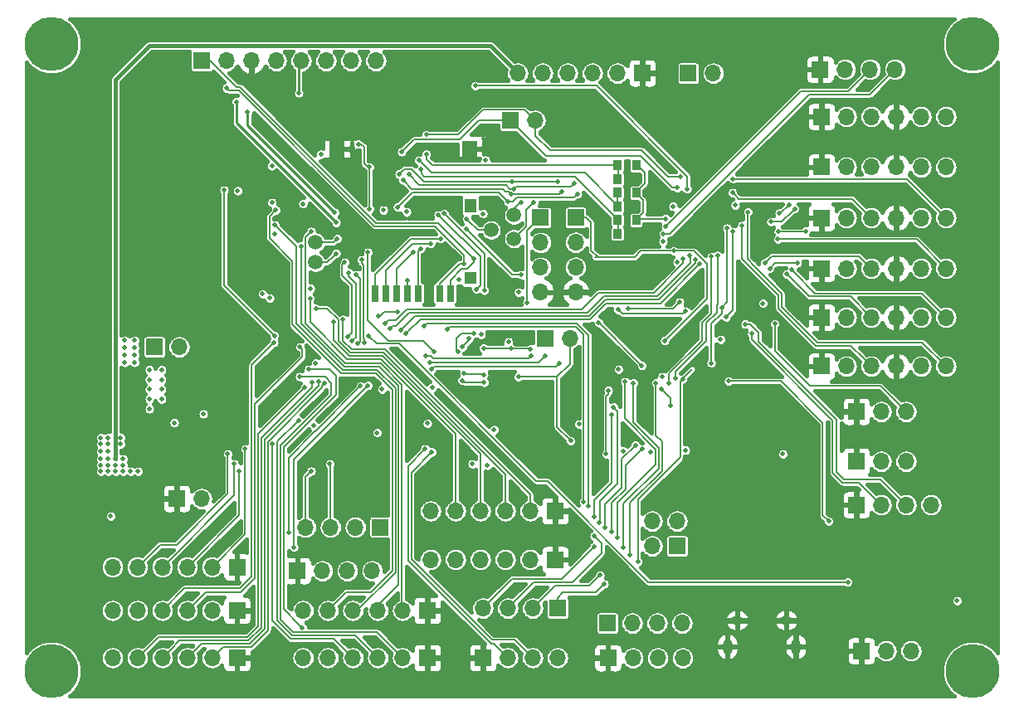
<source format=gbr>
G04 #@! TF.GenerationSoftware,KiCad,Pcbnew,(5.1.2)-1*
G04 #@! TF.CreationDate,2021-02-01T19:25:34-05:00*
G04 #@! TF.ProjectId,ZP-Breakout,5a502d42-7265-4616-9b6f-75742e6b6963,rev?*
G04 #@! TF.SameCoordinates,Original*
G04 #@! TF.FileFunction,Copper,L4,Bot*
G04 #@! TF.FilePolarity,Positive*
%FSLAX46Y46*%
G04 Gerber Fmt 4.6, Leading zero omitted, Abs format (unit mm)*
G04 Created by KiCad (PCBNEW (5.1.2)-1) date 2021-02-01 19:25:34*
%MOMM*%
%LPD*%
G04 APERTURE LIST*
G04 #@! TA.AperFunction,ComponentPad*
%ADD10O,1.700000X1.700000*%
G04 #@! TD*
G04 #@! TA.AperFunction,ComponentPad*
%ADD11R,1.700000X1.700000*%
G04 #@! TD*
G04 #@! TA.AperFunction,SMDPad,CuDef*
%ADD12R,0.845000X1.000000*%
G04 #@! TD*
G04 #@! TA.AperFunction,ComponentPad*
%ADD13C,5.500000*%
G04 #@! TD*
G04 #@! TA.AperFunction,BGAPad,CuDef*
%ADD14C,1.500000*%
G04 #@! TD*
G04 #@! TA.AperFunction,SMDPad,CuDef*
%ADD15R,1.600200X1.501140*%
G04 #@! TD*
G04 #@! TA.AperFunction,SMDPad,CuDef*
%ADD16R,1.501140X1.699260*%
G04 #@! TD*
G04 #@! TA.AperFunction,SMDPad,CuDef*
%ADD17R,1.290320X1.399540*%
G04 #@! TD*
G04 #@! TA.AperFunction,SMDPad,CuDef*
%ADD18R,1.699260X1.501140*%
G04 #@! TD*
G04 #@! TA.AperFunction,SMDPad,CuDef*
%ADD19R,1.290320X1.300480*%
G04 #@! TD*
G04 #@! TA.AperFunction,SMDPad,CuDef*
%ADD20R,0.800100X1.678940*%
G04 #@! TD*
G04 #@! TA.AperFunction,ComponentPad*
%ADD21O,1.000000X1.550000*%
G04 #@! TD*
G04 #@! TA.AperFunction,ComponentPad*
%ADD22O,1.250000X0.950000*%
G04 #@! TD*
G04 #@! TA.AperFunction,ViaPad*
%ADD23C,0.508000*%
G04 #@! TD*
G04 #@! TA.AperFunction,Conductor*
%ADD24C,0.406400*%
G04 #@! TD*
G04 #@! TA.AperFunction,Conductor*
%ADD25C,0.203200*%
G04 #@! TD*
G04 #@! TA.AperFunction,Conductor*
%ADD26C,0.254000*%
G04 #@! TD*
G04 #@! TA.AperFunction,Conductor*
%ADD27C,0.381000*%
G04 #@! TD*
G04 APERTURE END LIST*
D10*
G04 #@! TO.P,TMS1-2,4*
G04 #@! TO.N,/TDO1_TST*
X117348000Y-149606000D03*
G04 #@! TO.P,TMS1-2,3*
G04 #@! TO.N,/TMS1_TST*
X114808000Y-149606000D03*
G04 #@! TO.P,TMS1-2,2*
G04 #@! TO.N,/TDO2_TST*
X112268000Y-149606000D03*
D11*
G04 #@! TO.P,TMS1-2,1*
G04 #@! TO.N,/TMS2_TST*
X109728000Y-149606000D03*
G04 #@! TD*
D10*
G04 #@! TO.P,J1,4*
G04 #@! TO.N,/UART1_RTS_TST*
X97028000Y-148082000D03*
G04 #@! TO.P,J1,3*
G04 #@! TO.N,/UART1_CTS_TST*
X99568000Y-148082000D03*
G04 #@! TO.P,J1,2*
G04 #@! TO.N,/UART2_RTS_TST*
X102108000Y-148082000D03*
D11*
G04 #@! TO.P,J1,1*
G04 #@! TO.N,/UART2_CTS_TST*
X104648000Y-148082000D03*
G04 #@! TD*
D10*
G04 #@! TO.P,RSSI1,3*
G04 #@! TO.N,/RSSI*
X140208000Y-133096000D03*
G04 #@! TO.P,RSSI1,2*
G04 #@! TO.N,Net-(RSSI1-Pad2)*
X137668000Y-133096000D03*
D11*
G04 #@! TO.P,RSSI1,1*
G04 #@! TO.N,GND*
X135128000Y-133096000D03*
G04 #@! TD*
D10*
G04 #@! TO.P,V_ISNS1,2*
G04 #@! TO.N,/V_ISENSE*
X68326000Y-136906000D03*
D11*
G04 #@! TO.P,V_ISNS1,1*
G04 #@! TO.N,GND*
X65786000Y-136906000D03*
G04 #@! TD*
D10*
G04 #@! TO.P,PPM1,3*
G04 #@! TO.N,/PPM*
X140208000Y-128016000D03*
G04 #@! TO.P,PPM1,2*
G04 #@! TO.N,Net-(PPM1-Pad2)*
X137668000Y-128016000D03*
D11*
G04 #@! TO.P,PPM1,1*
G04 #@! TO.N,GND*
X135128000Y-128016000D03*
G04 #@! TD*
D10*
G04 #@! TO.P,GPIO_AUTO1,4*
G04 #@! TO.N,/PC4*
X78930500Y-139827000D03*
G04 #@! TO.P,GPIO_AUTO1,3*
G04 #@! TO.N,/PC5*
X81470500Y-139827000D03*
G04 #@! TO.P,GPIO_AUTO1,2*
G04 #@! TO.N,/PB1*
X84010500Y-139827000D03*
D11*
G04 #@! TO.P,GPIO_AUTO1,1*
G04 #@! TO.N,/PB2*
X86550500Y-139827000D03*
G04 #@! TD*
D10*
G04 #@! TO.P,SPI6_SAFE_AUTO1,6*
G04 #@! TO.N,/5V_INT*
X59245500Y-143891000D03*
G04 #@! TO.P,SPI6_SAFE_AUTO1,5*
G04 #@! TO.N,/SCK6*
X61785500Y-143891000D03*
G04 #@! TO.P,SPI6_SAFE_AUTO1,4*
G04 #@! TO.N,/MISO6*
X64325500Y-143891000D03*
G04 #@! TO.P,SPI6_SAFE_AUTO1,3*
G04 #@! TO.N,/MOSI6*
X66865500Y-143891000D03*
G04 #@! TO.P,SPI6_SAFE_AUTO1,2*
G04 #@! TO.N,/NSS6*
X69405500Y-143891000D03*
D11*
G04 #@! TO.P,SPI6_SAFE_AUTO1,1*
G04 #@! TO.N,GND*
X71945500Y-143891000D03*
G04 #@! TD*
D10*
G04 #@! TO.P,J32,8*
G04 #@! TO.N,/SD_D2*
X86106000Y-92202000D03*
G04 #@! TO.P,J32,7*
G04 #@! TO.N,/SD_D3*
X83566000Y-92202000D03*
G04 #@! TO.P,J32,6*
G04 #@! TO.N,/SD_CK*
X81026000Y-92202000D03*
G04 #@! TO.P,J32,5*
G04 #@! TO.N,/3V3*
X78486000Y-92202000D03*
G04 #@! TO.P,J32,4*
G04 #@! TO.N,/SD_CMD*
X75946000Y-92202000D03*
G04 #@! TO.P,J32,3*
G04 #@! TO.N,GND*
X73406000Y-92202000D03*
G04 #@! TO.P,J32,2*
G04 #@! TO.N,/SD_D0*
X70866000Y-92202000D03*
D11*
G04 #@! TO.P,J32,1*
G04 #@! TO.N,/SD_D1*
X68326000Y-92202000D03*
G04 #@! TD*
D10*
G04 #@! TO.P,I2C1_SAFE_AUTO1,2*
G04 #@! TO.N,/SDA1*
X102362000Y-98298000D03*
D11*
G04 #@! TO.P,I2C1_SAFE_AUTO1,1*
G04 #@! TO.N,/SCL1*
X99822000Y-98298000D03*
G04 #@! TD*
D10*
G04 #@! TO.P,SPI5,6*
G04 #@! TO.N,/5V_INT*
X91694000Y-138159500D03*
G04 #@! TO.P,SPI5,5*
G04 #@! TO.N,/SCK5*
X94234000Y-138159500D03*
G04 #@! TO.P,SPI5,4*
G04 #@! TO.N,/MISO5*
X96774000Y-138159500D03*
G04 #@! TO.P,SPI5,3*
G04 #@! TO.N,/MOSI5*
X99314000Y-138159500D03*
G04 #@! TO.P,SPI5,2*
G04 #@! TO.N,/NSS5*
X101854000Y-138159500D03*
D11*
G04 #@! TO.P,SPI5,1*
G04 #@! TO.N,GND*
X104394000Y-138159500D03*
G04 #@! TD*
D10*
G04 #@! TO.P,J31,2*
G04 #@! TO.N,/3V3*
X66040000Y-121412000D03*
D11*
G04 #@! TO.P,J31,1*
G04 #@! TO.N,/POWER/3V3_JMP*
X63500000Y-121412000D03*
G04 #@! TD*
D10*
G04 #@! TO.P,J30,4*
G04 #@! TO.N,/5V_INT*
X114300000Y-139192000D03*
G04 #@! TO.P,J30,3*
G04 #@! TO.N,/POWER/5V_INT_JMP*
X114300000Y-141732000D03*
G04 #@! TO.P,J30,2*
G04 #@! TO.N,/6V_EXT*
X116840000Y-139192000D03*
D11*
G04 #@! TO.P,J30,1*
G04 #@! TO.N,/POWER/5V_INT_JMP*
X116840000Y-141732000D03*
G04 #@! TD*
D10*
G04 #@! TO.P,AIRSPEED1,3*
G04 #@! TO.N,/5V_INT*
X140716000Y-152447000D03*
G04 #@! TO.P,AIRSPEED1,2*
G04 #@! TO.N,/AIR_SPD*
X138176000Y-152447000D03*
D11*
G04 #@! TO.P,AIRSPEED1,1*
G04 #@! TO.N,GND*
X135636000Y-152447000D03*
G04 #@! TD*
D12*
G04 #@! TO.P,R26,2*
G04 #@! TO.N,GND*
X112684500Y-104280000D03*
G04 #@! TO.P,R26,1*
G04 #@! TO.N,/MEMORY/E3*
X110759500Y-104280000D03*
G04 #@! TD*
G04 #@! TO.P,R25,2*
G04 #@! TO.N,/MEMORY/E3*
X110759500Y-102883000D03*
G04 #@! TO.P,R25,1*
G04 #@! TO.N,/3V3*
X112684500Y-102883000D03*
G04 #@! TD*
G04 #@! TO.P,R24,2*
G04 #@! TO.N,GND*
X112684500Y-107074000D03*
G04 #@! TO.P,R24,1*
G04 #@! TO.N,/MEMORY/E2*
X110759500Y-107074000D03*
G04 #@! TD*
G04 #@! TO.P,R23,2*
G04 #@! TO.N,/MEMORY/E2*
X110759500Y-105677000D03*
G04 #@! TO.P,R23,1*
G04 #@! TO.N,/3V3*
X112684500Y-105677000D03*
G04 #@! TD*
G04 #@! TO.P,R22,2*
G04 #@! TO.N,GND*
X112684500Y-109868000D03*
G04 #@! TO.P,R22,1*
G04 #@! TO.N,/MEMORY/E1*
X110759500Y-109868000D03*
G04 #@! TD*
G04 #@! TO.P,R21,2*
G04 #@! TO.N,/MEMORY/E1*
X110759500Y-108471000D03*
G04 #@! TO.P,R21,1*
G04 #@! TO.N,/3V3*
X112684500Y-108471000D03*
G04 #@! TD*
D10*
G04 #@! TO.P,SPI1_IMU1,6*
G04 #@! TO.N,/5V_INT*
X100584000Y-93472000D03*
G04 #@! TO.P,SPI1_IMU1,5*
G04 #@! TO.N,/SCK1*
X103124000Y-93472000D03*
G04 #@! TO.P,SPI1_IMU1,4*
G04 #@! TO.N,/MISO1*
X105664000Y-93472000D03*
G04 #@! TO.P,SPI1_IMU1,3*
G04 #@! TO.N,/MOSI1*
X108204000Y-93472000D03*
G04 #@! TO.P,SPI1_IMU1,2*
G04 #@! TO.N,/NSS1*
X110744000Y-93472000D03*
D11*
G04 #@! TO.P,SPI1_IMU1,1*
G04 #@! TO.N,GND*
X113284000Y-93472000D03*
G04 #@! TD*
D10*
G04 #@! TO.P,I2C2_ALT1,4*
G04 #@! TO.N,/5V_INT*
X104648000Y-153145500D03*
G04 #@! TO.P,I2C2_ALT1,3*
G04 #@! TO.N,/SDA2*
X102108000Y-153145500D03*
G04 #@! TO.P,I2C2_ALT1,2*
G04 #@! TO.N,/SCL2*
X99568000Y-153145500D03*
D11*
G04 #@! TO.P,I2C2_ALT1,1*
G04 #@! TO.N,GND*
X97028000Y-153145500D03*
G04 #@! TD*
D10*
G04 #@! TO.P,SWD_AUTO1,4*
G04 #@! TO.N,GND*
X102906501Y-115830001D03*
G04 #@! TO.P,SWD_AUTO1,3*
G04 #@! TO.N,/SCLK_PILOT*
X102906501Y-113290001D03*
G04 #@! TO.P,SWD_AUTO1,2*
G04 #@! TO.N,/SWIO_PILOT*
X102906501Y-110750001D03*
D11*
G04 #@! TO.P,SWD_AUTO1,1*
G04 #@! TO.N,/NRST_PILOT*
X102906501Y-108210001D03*
G04 #@! TD*
D10*
G04 #@! TO.P,SWD_SAFE1,4*
G04 #@! TO.N,GND*
X106489500Y-115824000D03*
G04 #@! TO.P,SWD_SAFE1,3*
G04 #@! TO.N,/SCLK_SAFETY*
X106489500Y-113284000D03*
G04 #@! TO.P,SWD_SAFE1,2*
G04 #@! TO.N,/SWIO_SAFETY*
X106489500Y-110744000D03*
D11*
G04 #@! TO.P,SWD_SAFE1,1*
G04 #@! TO.N,/NRST_SAFETY*
X106489500Y-108204000D03*
G04 #@! TD*
D10*
G04 #@! TO.P,UART_DBG_AUTO1,2*
G04 #@! TO.N,/TX3*
X105918000Y-120523000D03*
D11*
G04 #@! TO.P,UART_DBG_AUTO1,1*
G04 #@! TO.N,/RX3*
X103378000Y-120523000D03*
G04 #@! TD*
D10*
G04 #@! TO.P,SPI4,6*
G04 #@! TO.N,/5V_INT*
X78676500Y-148319500D03*
G04 #@! TO.P,SPI4,5*
G04 #@! TO.N,/SCK4*
X81216500Y-148319500D03*
G04 #@! TO.P,SPI4,4*
G04 #@! TO.N,/MISO4*
X83756500Y-148319500D03*
G04 #@! TO.P,SPI4,3*
G04 #@! TO.N,/MOSI4*
X86296500Y-148319500D03*
G04 #@! TO.P,SPI4,2*
G04 #@! TO.N,/NSS4*
X88836500Y-148319500D03*
D11*
G04 #@! TO.P,SPI4,1*
G04 #@! TO.N,GND*
X91376500Y-148319500D03*
G04 #@! TD*
G04 #@! TO.P,SPI2,1*
G04 #@! TO.N,GND*
X71945500Y-148319500D03*
D10*
G04 #@! TO.P,SPI2,2*
G04 #@! TO.N,/NSS2*
X69405500Y-148319500D03*
G04 #@! TO.P,SPI2,3*
G04 #@! TO.N,/MOSI2*
X66865500Y-148319500D03*
G04 #@! TO.P,SPI2,4*
G04 #@! TO.N,/MISO2*
X64325500Y-148319500D03*
G04 #@! TO.P,SPI2,5*
G04 #@! TO.N,/SCK2*
X61785500Y-148319500D03*
G04 #@! TO.P,SPI2,6*
G04 #@! TO.N,/5V_INT*
X59245500Y-148319500D03*
G04 #@! TD*
D11*
G04 #@! TO.P,UART2,1*
G04 #@! TO.N,GND*
X91376500Y-153145500D03*
D10*
G04 #@! TO.P,UART2,2*
G04 #@! TO.N,/RTS2*
X88836500Y-153145500D03*
G04 #@! TO.P,UART2,3*
G04 #@! TO.N,/TX2*
X86296500Y-153145500D03*
G04 #@! TO.P,UART2,4*
G04 #@! TO.N,/RX2*
X83756500Y-153145500D03*
G04 #@! TO.P,UART2,5*
G04 #@! TO.N,/CTS2*
X81216500Y-153145500D03*
G04 #@! TO.P,UART2,6*
G04 #@! TO.N,/5V_INT*
X78676500Y-153145500D03*
G04 #@! TD*
G04 #@! TO.P,UART4,6*
G04 #@! TO.N,/5V_INT*
X91694000Y-143129000D03*
G04 #@! TO.P,UART4,5*
G04 #@! TO.N,/CTS4*
X94234000Y-143129000D03*
G04 #@! TO.P,UART4,4*
G04 #@! TO.N,/RX4*
X96774000Y-143129000D03*
G04 #@! TO.P,UART4,3*
G04 #@! TO.N,/TX4*
X99314000Y-143129000D03*
G04 #@! TO.P,UART4,2*
G04 #@! TO.N,/RTS4*
X101854000Y-143129000D03*
D11*
G04 #@! TO.P,UART4,1*
G04 #@! TO.N,GND*
X104394000Y-143129000D03*
G04 #@! TD*
D10*
G04 #@! TO.P,UART1,6*
G04 #@! TO.N,/5V_INT*
X59245500Y-153145500D03*
G04 #@! TO.P,UART1,5*
G04 #@! TO.N,/CTS1*
X61785500Y-153145500D03*
G04 #@! TO.P,UART1,4*
G04 #@! TO.N,/RX1*
X64325500Y-153145500D03*
G04 #@! TO.P,UART1,3*
G04 #@! TO.N,/TX1*
X66865500Y-153145500D03*
G04 #@! TO.P,UART1,2*
G04 #@! TO.N,/RTS1*
X69405500Y-153145500D03*
D11*
G04 #@! TO.P,UART1,1*
G04 #@! TO.N,GND*
X71945500Y-153145500D03*
G04 #@! TD*
G04 #@! TO.P,I2C4,1*
G04 #@! TO.N,GND*
X78105000Y-144272000D03*
D10*
G04 #@! TO.P,I2C4,2*
G04 #@! TO.N,/SCL4*
X80645000Y-144272000D03*
G04 #@! TO.P,I2C4,3*
G04 #@! TO.N,/SDA4*
X83185000Y-144272000D03*
G04 #@! TO.P,I2C4,4*
G04 #@! TO.N,/5V_INT*
X85725000Y-144272000D03*
G04 #@! TD*
G04 #@! TO.P,GPIO_SAFE1,4*
G04 #@! TO.N,/S_PC3*
X139065000Y-93091000D03*
G04 #@! TO.P,GPIO_SAFE1,3*
G04 #@! TO.N,/S_PC2*
X136525000Y-93091000D03*
G04 #@! TO.P,GPIO_SAFE1,2*
G04 #@! TO.N,/S_PC12*
X133985000Y-93091000D03*
D11*
G04 #@! TO.P,GPIO_SAFE1,1*
G04 #@! TO.N,GND*
X131445000Y-93091000D03*
G04 #@! TD*
D10*
G04 #@! TO.P,UHF1,4*
G04 #@! TO.N,/6V_EXT*
X142748000Y-137541000D03*
G04 #@! TO.P,UHF1,3*
G04 #@! TO.N,/UHF_TX*
X140208000Y-137541000D03*
G04 #@! TO.P,UHF1,2*
G04 #@! TO.N,/UHF_RX*
X137668000Y-137541000D03*
D11*
G04 #@! TO.P,UHF1,1*
G04 #@! TO.N,GND*
X135128000Y-137541000D03*
G04 #@! TD*
G04 #@! TO.P,USS1,1*
G04 #@! TO.N,GND*
X109791500Y-153162000D03*
D10*
G04 #@! TO.P,USS1,2*
G04 #@! TO.N,/ULTRA_SONIC_1*
X112331500Y-153162000D03*
G04 #@! TO.P,USS1,3*
G04 #@! TO.N,/ULTRA_SONIC_2*
X114871500Y-153162000D03*
G04 #@! TO.P,USS1,4*
G04 #@! TO.N,/5V_INT*
X117411500Y-153162000D03*
G04 #@! TD*
G04 #@! TO.P,UART_DBG_SAFE1,2*
G04 #@! TO.N,/SAFETY_DBG_TX*
X120523000Y-93472000D03*
D11*
G04 #@! TO.P,UART_DBG_SAFE1,1*
G04 #@! TO.N,/SAFETY_DBG_RX*
X117983000Y-93472000D03*
G04 #@! TD*
D10*
G04 #@! TO.P,PWM11-12,6*
G04 #@! TO.N,/PWM 1-12/PWM12*
X144272000Y-97917000D03*
G04 #@! TO.P,PWM11-12,5*
G04 #@! TO.N,/6V_EXT*
X141732000Y-97917000D03*
G04 #@! TO.P,PWM11-12,4*
G04 #@! TO.N,GND*
X139192000Y-97917000D03*
G04 #@! TO.P,PWM11-12,3*
G04 #@! TO.N,/PWM 1-12/PWM11*
X136652000Y-97917000D03*
G04 #@! TO.P,PWM11-12,2*
G04 #@! TO.N,/6V_EXT*
X134112000Y-97917000D03*
D11*
G04 #@! TO.P,PWM11-12,1*
G04 #@! TO.N,GND*
X131572000Y-97917000D03*
G04 #@! TD*
D10*
G04 #@! TO.P,PWM9-10,6*
G04 #@! TO.N,/PWM 1-12/PWM10*
X144272000Y-103060500D03*
G04 #@! TO.P,PWM9-10,5*
G04 #@! TO.N,/6V_EXT*
X141732000Y-103060500D03*
G04 #@! TO.P,PWM9-10,4*
G04 #@! TO.N,GND*
X139192000Y-103060500D03*
G04 #@! TO.P,PWM9-10,3*
G04 #@! TO.N,/PWM 1-12/PWM9*
X136652000Y-103060500D03*
G04 #@! TO.P,PWM9-10,2*
G04 #@! TO.N,/6V_EXT*
X134112000Y-103060500D03*
D11*
G04 #@! TO.P,PWM9-10,1*
G04 #@! TO.N,GND*
X131572000Y-103060500D03*
G04 #@! TD*
D10*
G04 #@! TO.P,PWM7-8,6*
G04 #@! TO.N,/PWM 1-12/PWM8*
X144272000Y-108235750D03*
G04 #@! TO.P,PWM7-8,5*
G04 #@! TO.N,/6V_EXT*
X141732000Y-108235750D03*
G04 #@! TO.P,PWM7-8,4*
G04 #@! TO.N,GND*
X139192000Y-108235750D03*
G04 #@! TO.P,PWM7-8,3*
G04 #@! TO.N,/PWM 1-12/PWM7*
X136652000Y-108235750D03*
G04 #@! TO.P,PWM7-8,2*
G04 #@! TO.N,/6V_EXT*
X134112000Y-108235750D03*
D11*
G04 #@! TO.P,PWM7-8,1*
G04 #@! TO.N,GND*
X131572000Y-108235750D03*
G04 #@! TD*
D10*
G04 #@! TO.P,PWM5-6,6*
G04 #@! TO.N,/PWM 1-12/PWM6*
X144272000Y-113411000D03*
G04 #@! TO.P,PWM5-6,5*
G04 #@! TO.N,/6V_EXT*
X141732000Y-113411000D03*
G04 #@! TO.P,PWM5-6,4*
G04 #@! TO.N,GND*
X139192000Y-113411000D03*
G04 #@! TO.P,PWM5-6,3*
G04 #@! TO.N,/PWM 1-12/PWM5*
X136652000Y-113411000D03*
G04 #@! TO.P,PWM5-6,2*
G04 #@! TO.N,/6V_EXT*
X134112000Y-113411000D03*
D11*
G04 #@! TO.P,PWM5-6,1*
G04 #@! TO.N,GND*
X131572000Y-113411000D03*
G04 #@! TD*
D10*
G04 #@! TO.P,PWM3-4,6*
G04 #@! TO.N,/PWM 1-12/PWM4*
X144272000Y-118395750D03*
G04 #@! TO.P,PWM3-4,5*
G04 #@! TO.N,/6V_EXT*
X141732000Y-118395750D03*
G04 #@! TO.P,PWM3-4,4*
G04 #@! TO.N,GND*
X139192000Y-118395750D03*
G04 #@! TO.P,PWM3-4,3*
G04 #@! TO.N,/PWM 1-12/PWM3*
X136652000Y-118395750D03*
G04 #@! TO.P,PWM3-4,2*
G04 #@! TO.N,/6V_EXT*
X134112000Y-118395750D03*
D11*
G04 #@! TO.P,PWM3-4,1*
G04 #@! TO.N,GND*
X131572000Y-118395750D03*
G04 #@! TD*
D10*
G04 #@! TO.P,PWM1-2,6*
G04 #@! TO.N,/PWM 1-12/PWM2*
X144272000Y-123380500D03*
G04 #@! TO.P,PWM1-2,5*
G04 #@! TO.N,/6V_EXT*
X141732000Y-123380500D03*
G04 #@! TO.P,PWM1-2,4*
G04 #@! TO.N,GND*
X139192000Y-123380500D03*
G04 #@! TO.P,PWM1-2,3*
G04 #@! TO.N,/PWM 1-12/PWM1*
X136652000Y-123380500D03*
G04 #@! TO.P,PWM1-2,2*
G04 #@! TO.N,/6V_EXT*
X134112000Y-123380500D03*
D11*
G04 #@! TO.P,PWM1-2,1*
G04 #@! TO.N,GND*
X131572000Y-123380500D03*
G04 #@! TD*
D13*
G04 #@! TO.P,H1,1*
G04 #@! TO.N,N/C*
X147000000Y-90500000D03*
G04 #@! TD*
G04 #@! TO.P,H4,1*
G04 #@! TO.N,N/C*
X53000000Y-90500000D03*
G04 #@! TD*
G04 #@! TO.P,H3,1*
G04 #@! TO.N,N/C*
X53000000Y-154500000D03*
G04 #@! TD*
G04 #@! TO.P,H2,1*
G04 #@! TO.N,N/C*
X147000000Y-154500000D03*
G04 #@! TD*
D14*
G04 #@! TO.P,TP5,1*
G04 #@! TO.N,/JRST*
X79972000Y-110757000D03*
G04 #@! TD*
G04 #@! TO.P,TP4,1*
G04 #@! TO.N,/TDO*
X79972000Y-112789000D03*
G04 #@! TD*
G04 #@! TO.P,TP3,1*
G04 #@! TO.N,/TDI*
X97879000Y-109487000D03*
G04 #@! TD*
G04 #@! TO.P,TP2,1*
G04 #@! TO.N,/SENSORS/IMU_FSYNC*
X100203000Y-110363000D03*
G04 #@! TD*
G04 #@! TO.P,TP1,1*
G04 #@! TO.N,/SENSORS/IMU_INT*
X100203000Y-107950000D03*
G04 #@! TD*
D15*
G04 #@! TO.P,J8,9*
G04 #@! TO.N,GND*
X95110300Y-116060220D03*
D16*
X82151220Y-101208840D03*
D17*
G04 #@! TO.P,J8,CD1*
G04 #@! TO.N,N/C*
X95755460Y-107010200D03*
D18*
G04 #@! TO.P,J8,9*
G04 #@! TO.N,GND*
X82450940Y-116060220D03*
D16*
X95648780Y-101208840D03*
D19*
G04 #@! TO.P,J8,CD2*
G04 #@! TO.N,N/C*
X95755460Y-114409220D03*
D20*
G04 #@! TO.P,J8,1*
G04 #@! TO.N,/SD_D2*
X85999320Y-115968780D03*
G04 #@! TO.P,J8,2*
G04 #@! TO.N,/SD_D3*
X87099140Y-115968780D03*
G04 #@! TO.P,J8,3*
G04 #@! TO.N,/SD_CMD*
X88198960Y-115968780D03*
G04 #@! TO.P,J8,4*
G04 #@! TO.N,/3V3*
X89298780Y-115968780D03*
G04 #@! TO.P,J8,5*
G04 #@! TO.N,/SD_CK*
X90401140Y-115968780D03*
G04 #@! TO.P,J8,6*
G04 #@! TO.N,GND*
X91500960Y-115968780D03*
G04 #@! TO.P,J8,7*
G04 #@! TO.N,/SD_D0*
X92600780Y-115968780D03*
G04 #@! TO.P,J8,8*
G04 #@! TO.N,/SD_D1*
X93700600Y-115968780D03*
G04 #@! TD*
D21*
G04 #@! TO.P,J9,6*
G04 #@! TO.N,GND*
X128976000Y-152019000D03*
X121976000Y-152019000D03*
D22*
X127976000Y-149319000D03*
X122976000Y-149319000D03*
G04 #@! TD*
D23*
G04 #@! TO.N,/5V_INT*
X58039000Y-132080000D03*
X58801000Y-132080000D03*
X58039000Y-131318000D03*
X58039000Y-130683000D03*
X58801000Y-130683000D03*
X58801000Y-131318000D03*
X58801000Y-132842000D03*
X59563000Y-134112000D03*
X58039000Y-134112000D03*
X58801000Y-134112000D03*
X61849000Y-134112000D03*
X60325000Y-134112000D03*
X61087000Y-134112000D03*
X59055000Y-138684000D03*
X60325000Y-133477000D03*
X58801000Y-133477000D03*
X58039000Y-133477000D03*
X59563000Y-133477000D03*
X58039000Y-132842000D03*
X59563000Y-132842000D03*
X60325000Y-132842000D03*
X60063000Y-131318000D03*
X60063000Y-130683000D03*
X145415000Y-147320000D03*
G04 #@! TO.N,GND*
X75819000Y-125984000D03*
X140462000Y-145462000D03*
X82397600Y-117144800D03*
X121094600Y-131712000D03*
X112153800Y-130594400D03*
X91021000Y-107328000D03*
X118453000Y-125489000D03*
X125792048Y-135509000D03*
X105753000Y-127902000D03*
X118707000Y-127013000D03*
X72352000Y-118377000D03*
X74257000Y-121552000D03*
X97021375Y-120849262D03*
X114172990Y-123190000D03*
X90043000Y-101600000D03*
X120650000Y-106553000D03*
X118110000Y-115697000D03*
X70104000Y-112649000D03*
X95123000Y-117094000D03*
X65976500Y-131318000D03*
X116713000Y-101854000D03*
X128524000Y-102235000D03*
X128524000Y-103505000D03*
X86360000Y-125222000D03*
X91379751Y-125155249D03*
X79638005Y-122288708D03*
X127000000Y-124396500D03*
X112395000Y-111125000D03*
X97340444Y-106426000D03*
X96835108Y-108479558D03*
X69850000Y-122682000D03*
X123952000Y-116967000D03*
X100927000Y-116598998D03*
X81216500Y-102933500D03*
X100901500Y-112204500D03*
X101053900Y-111569500D03*
X105981500Y-126318488D03*
X61404500Y-125285500D03*
X78486000Y-130683000D03*
X79375000Y-127762000D03*
X91821000Y-111887000D03*
X86868000Y-106807000D03*
X97250000Y-100500000D03*
G04 #@! TO.N,/POWER/3V3_JMP*
X64250000Y-123750000D03*
X63000000Y-123750000D03*
X63000000Y-124750000D03*
X64250000Y-124750000D03*
X64250000Y-125750000D03*
X63000000Y-125750000D03*
X63000000Y-126750000D03*
X64250000Y-126750000D03*
X63000000Y-127750000D03*
X61500000Y-123000000D03*
X60500000Y-123000000D03*
X60500000Y-122250000D03*
X61500000Y-122250000D03*
X61500000Y-121500000D03*
X60500000Y-121500000D03*
X61500000Y-120750000D03*
X60500000Y-120750000D03*
X60500000Y-120750000D03*
G04 #@! TO.N,/3V3*
X115659000Y-108344000D03*
X89319200Y-114617800D03*
X94577000Y-114567000D03*
X100673000Y-115837000D03*
X96854490Y-120153178D03*
X89243000Y-107620740D03*
X79972000Y-123076000D03*
X115405000Y-110630000D03*
X116421000Y-107074000D03*
X122771000Y-106947000D03*
X116840000Y-112776000D03*
X86741000Y-125730000D03*
X91880040Y-125546338D03*
X68500000Y-128250000D03*
X121285000Y-120650000D03*
X97028000Y-107823002D03*
X125603000Y-116967000D03*
X72009000Y-105473500D03*
X75501500Y-106680000D03*
X78676500Y-106807000D03*
X75819000Y-109855000D03*
X79438500Y-115443000D03*
X74549000Y-116014500D03*
X98171000Y-129857500D03*
X99631500Y-120904000D03*
X75501500Y-102933500D03*
X127635000Y-132334000D03*
X97282000Y-102362000D03*
X80500000Y-101750000D03*
X78250000Y-95500000D03*
X91376500Y-129222500D03*
X86233000Y-130175000D03*
X79756000Y-129413022D03*
X86868000Y-107442000D03*
X114165099Y-132166531D03*
X111320250Y-132027733D03*
X106819679Y-129286000D03*
X97499990Y-133500050D03*
X95948500Y-133350000D03*
X115316000Y-124460000D03*
X110871000Y-123698000D03*
X65532000Y-129159000D03*
G04 #@! TO.N,Net-(D5-Pad2)*
X91820997Y-123698003D03*
X104838496Y-123063000D03*
G04 #@! TO.N,Net-(D6-Pad2)*
X101942991Y-122328009D03*
X91184874Y-122299872D03*
G04 #@! TO.N,Net-(D7-Pad2)*
X103377993Y-122328007D03*
X91630502Y-122999502D03*
G04 #@! TO.N,/PWM 1-12/PWM1*
X123444002Y-109029500D03*
G04 #@! TO.N,/PWM 1-12/PWM2*
X124073728Y-107660691D03*
G04 #@! TO.N,/PWM 1-12/PWM4*
X128524000Y-113538000D03*
G04 #@! TO.N,/PWM 1-12/PWM3*
X128016000Y-113982500D03*
G04 #@! TO.N,/PWM 1-12/PWM5*
X125793500Y-112839500D03*
G04 #@! TO.N,/PWM 1-12/PWM6*
X127127000Y-110426500D03*
G04 #@! TO.N,/PWM 1-12/PWM8*
X122555000Y-104267000D03*
G04 #@! TO.N,/PWM 1-12/PWM7*
X122491500Y-105664000D03*
G04 #@! TO.N,/PWM 1-12/PWM9*
X126301500Y-113411000D03*
X129095498Y-112839500D03*
G04 #@! TO.N,/PWM 1-12/PWM10*
X127190500Y-109664500D03*
X129959110Y-109601000D03*
G04 #@! TO.N,/PWM 1-12/PWM12*
X126428500Y-108648500D03*
X128841500Y-107315000D03*
G04 #@! TO.N,/PWM 1-12/PWM11*
X127254000Y-107759500D03*
X128262000Y-106878500D03*
G04 #@! TO.N,/SD_D1*
X96139000Y-112395000D03*
G04 #@! TO.N,/SD_D0*
X95123000Y-112895367D03*
X70866000Y-94995982D03*
G04 #@! TO.N,/SD_CK*
X90681562Y-111366610D03*
G04 #@! TO.N,/SD_CMD*
X89916000Y-111760000D03*
G04 #@! TO.N,/SD_D3*
X91694000Y-110858610D03*
G04 #@! TO.N,/SD_D2*
X92710004Y-110363000D03*
G04 #@! TO.N,/PPM*
X126809500Y-119062500D03*
G04 #@! TO.N,/ULTRA_SONIC_2*
X91059000Y-119253000D03*
X107827521Y-137672520D03*
G04 #@! TO.N,/ULTRA_SONIC_1*
X93408500Y-119634000D03*
X107315006Y-137223500D03*
G04 #@! TO.N,/UHF_TX*
X123794750Y-119092750D03*
G04 #@! TO.N,/UHF_RX*
X124460000Y-120078500D03*
G04 #@! TO.N,/RTS1*
X84662936Y-112521977D03*
X84959611Y-121004528D03*
X80857440Y-125106699D03*
G04 #@! TO.N,/TX1*
X84086802Y-114059000D03*
X84289478Y-121056313D03*
X80243933Y-124942839D03*
G04 #@! TO.N,/RX1*
X83352984Y-113860729D03*
X79615198Y-125031901D03*
X83664708Y-120838088D03*
G04 #@! TO.N,/CTS1*
X82931000Y-112776000D03*
X78867000Y-125538892D03*
X83235821Y-120369798D03*
G04 #@! TO.N,/RX4*
X97167443Y-115633988D03*
X93073727Y-107805721D03*
X96139000Y-120015000D03*
X94477737Y-121920000D03*
G04 #@! TO.N,/TX4*
X96367612Y-115516672D03*
X94960337Y-121421884D03*
X92455358Y-107950150D03*
X95631000Y-120523000D03*
G04 #@! TO.N,/RTS2*
X78339000Y-124455000D03*
G04 #@! TO.N,/TX2*
X78219410Y-128917590D03*
G04 #@! TO.N,/RX2*
X75564968Y-131333032D03*
G04 #@! TO.N,/CTS2*
X79248000Y-123698000D03*
X78613000Y-150063190D03*
G04 #@! TO.N,/SCK2*
X95123000Y-124079000D03*
X84544000Y-125399800D03*
X97111145Y-124258000D03*
X77216004Y-140335000D03*
G04 #@! TO.N,/MISO2*
X75692000Y-120972400D03*
G04 #@! TO.N,/MOSI2*
X78359000Y-121412000D03*
G04 #@! TO.N,/NSS2*
X85306000Y-125362000D03*
X94883132Y-124826868D03*
X97155000Y-125031500D03*
X77723998Y-141859006D03*
G04 #@! TO.N,/NSS4*
X79514800Y-109619212D03*
G04 #@! TO.N,/MOSI4*
X78460610Y-111125000D03*
G04 #@! TO.N,/MISO4*
X75819000Y-108966000D03*
G04 #@! TO.N,/SCK4*
X75886235Y-107454987D03*
G04 #@! TO.N,/SCK5*
X79387811Y-116459000D03*
X75272890Y-116435243D03*
G04 #@! TO.N,/MISO5*
X81788000Y-118872000D03*
G04 #@! TO.N,/MOSI5*
X79986240Y-117498758D03*
G04 #@! TO.N,/NSS5*
X82751872Y-118604411D03*
G04 #@! TO.N,/MEMORY/E1*
X90727749Y-103272257D03*
G04 #@! TO.N,/MEMORY/E2*
X90500006Y-102362000D03*
G04 #@! TO.N,/MEMORY/E3*
X91250002Y-101750002D03*
G04 #@! TO.N,/MEM_WC*
X85478980Y-103056716D03*
X92075000Y-121920000D03*
X84300000Y-100700000D03*
X85294469Y-111760000D03*
X85470998Y-107315000D03*
G04 #@! TO.N,/AIRSPD_ADC*
X134251800Y-145424200D03*
X85358243Y-120254757D03*
G04 #@! TO.N,/SWIO_SAFETY*
X110807500Y-117602000D03*
X117729000Y-117782492D03*
X121856508Y-118364000D03*
X122555000Y-109664500D03*
G04 #@! TO.N,/SCL1*
X82042000Y-108712000D03*
X88750000Y-101500000D03*
X116840000Y-105156000D03*
X71873561Y-96401439D03*
G04 #@! TO.N,/SCL2*
X91122500Y-131826000D03*
G04 #@! TO.N,/SDA1*
X117183000Y-104026000D03*
X91250000Y-99750002D03*
X81915000Y-107696000D03*
X73025000Y-97472500D03*
G04 #@! TO.N,/SDA2*
X91821000Y-132143500D03*
G04 #@! TO.N,/SENSORS/IMU_INT*
X100965000Y-106680000D03*
G04 #@! TO.N,/SENSORS/IMU_FSYNC*
X102235000Y-106680000D03*
G04 #@! TO.N,/TDI*
X95377000Y-108331000D03*
G04 #@! TO.N,/TDO*
X82042000Y-111887000D03*
G04 #@! TO.N,/JRST*
X82169000Y-110363000D03*
G04 #@! TO.N,/SAFETY_DBG_TX*
X116648401Y-124574522D03*
X120967500Y-112077500D03*
G04 #@! TO.N,/SAFETY_DBG_RX*
X116040000Y-125108000D03*
X120332500Y-112204500D03*
G04 #@! TO.N,/TX3*
X100647500Y-124460000D03*
X105981500Y-131000500D03*
G04 #@! TO.N,/NRST_SAFETY*
X115570000Y-120777000D03*
X116480773Y-111611227D03*
X96250000Y-94750000D03*
X117856000Y-105283000D03*
G04 #@! TO.N,/SCLK_SAFETY*
X117094000Y-116840000D03*
X111887000Y-117538500D03*
X120332500Y-123063000D03*
X121396924Y-117377438D03*
X121920000Y-109283500D03*
G04 #@! TO.N,/NRST_PILOT*
X75755500Y-120269000D03*
X88330241Y-117845245D03*
X86366592Y-118248524D03*
X97097788Y-121552000D03*
X101536500Y-116903500D03*
X99949000Y-121602504D03*
X101892019Y-121611996D03*
X70612000Y-105410001D03*
G04 #@! TO.N,/SCLK_PILOT*
X100927002Y-114038409D03*
X95339000Y-109359998D03*
X113246000Y-123330000D03*
X108839000Y-118935500D03*
G04 #@! TO.N,/TDO1_TST*
X117409354Y-124731615D03*
X112839502Y-143319500D03*
G04 #@! TO.N,/TMS1_TST*
X114681000Y-125095000D03*
X112014000Y-142662712D03*
G04 #@! TO.N,/TDO2_TST*
X112395000Y-125095000D03*
X111379001Y-141859000D03*
G04 #@! TO.N,/TMS2_TST*
X111506000Y-124968000D03*
X110744000Y-140906502D03*
G04 #@! TO.N,/UART1_RTS_TST*
X110343003Y-127564034D03*
X108902500Y-139382500D03*
X108394500Y-141795500D03*
G04 #@! TO.N,/UART1_CTS_TST*
X110183444Y-128347929D03*
X108394500Y-138747500D03*
X108394500Y-140716000D03*
G04 #@! TO.N,/UART2_RTS_TST*
X112585498Y-131445000D03*
X108966000Y-144716500D03*
X109474000Y-139827000D03*
G04 #@! TO.N,/UART2_CTS_TST*
X109410500Y-145605500D03*
X113284000Y-131826000D03*
X110172500Y-140271500D03*
G04 #@! TO.N,/SCK1*
X88480996Y-103772000D03*
X100012500Y-104521004D03*
X104648000Y-104521000D03*
G04 #@! TO.N,/MISO1*
X88874796Y-104389577D03*
X99885500Y-105854500D03*
X105092499Y-105600500D03*
G04 #@! TO.N,/MOSI1*
X89462083Y-103803580D03*
X100143402Y-105274219D03*
X106362506Y-104711500D03*
G04 #@! TO.N,/NSS1*
X88325612Y-107138140D03*
X99595461Y-106616500D03*
X106680002Y-105790996D03*
G04 #@! TO.N,/MOSI6*
X119166339Y-112936444D03*
X89205791Y-120047336D03*
X72136000Y-134112000D03*
G04 #@! TO.N,/MISO6*
X118683729Y-112522000D03*
X88652558Y-119735610D03*
X71628002Y-133350000D03*
G04 #@! TO.N,/SCK6*
X87592000Y-119520000D03*
X118133172Y-112093828D03*
X70993000Y-132334608D03*
G04 #@! TO.N,/NSS6*
X117475000Y-112458500D03*
X87084000Y-119012000D03*
X72771000Y-131826000D03*
G04 #@! TO.N,Net-(C51-Pad1)*
X117690998Y-131966000D03*
X109817010Y-125869990D03*
X109601000Y-132334000D03*
X115252500Y-125730000D03*
X116205000Y-127444500D03*
G04 #@! TO.N,Net-(R39-Pad1)*
X122099182Y-124907984D03*
X132302250Y-139207250D03*
G04 #@! TO.N,/PC4*
X79502000Y-134086600D03*
G04 #@! TO.N,/PC5*
X81407000Y-133350000D03*
G04 #@! TO.N,/S_PC2*
X115697000Y-109093000D03*
G04 #@! TO.N,/S_PC3*
X115443000Y-109855000D03*
G04 #@! TD*
D24*
G04 #@! TO.N,/5V_INT*
X59563000Y-132482790D02*
X59563000Y-132842000D01*
X59563000Y-94107000D02*
X59563000Y-132482790D01*
X62992000Y-90678000D02*
X59563000Y-94107000D01*
X100584000Y-93472000D02*
X97790000Y-90678000D01*
X97790000Y-90678000D02*
X62992000Y-90678000D01*
D25*
G04 #@! TO.N,GND*
X82450940Y-117091460D02*
X82397600Y-117144800D01*
X82450940Y-116060220D02*
X82450940Y-117091460D01*
X112097928Y-106574928D02*
X112597000Y-107074000D01*
X111843390Y-106320390D02*
X112097928Y-106574928D01*
X111843390Y-105033610D02*
X111843390Y-106320390D01*
X112597000Y-104280000D02*
X111843390Y-105033610D01*
X112097928Y-109368928D02*
X112597000Y-109868000D01*
X111600610Y-108871610D02*
X112097928Y-109368928D01*
X111600610Y-108070390D02*
X111600610Y-108871610D01*
X112597000Y-107074000D02*
X111600610Y-108070390D01*
X105918000Y-115316000D02*
X106032000Y-115202000D01*
G04 #@! TO.N,/3V3*
X89298780Y-115968780D02*
X89298780Y-114638220D01*
X89298780Y-114638220D02*
X89319200Y-114617800D01*
X114223500Y-108344000D02*
X115659000Y-108344000D01*
X114223500Y-108344000D02*
X114389000Y-108344000D01*
X112822000Y-108344000D02*
X114223500Y-108344000D01*
X113350610Y-107717390D02*
X113096072Y-107971928D01*
X112789000Y-102883000D02*
X113538000Y-103632000D01*
X112597000Y-102883000D02*
X112789000Y-102883000D01*
X113538000Y-103632000D02*
X113538000Y-104736000D01*
X113538000Y-104736000D02*
X112597000Y-105677000D01*
X112597000Y-105677000D02*
X113350610Y-106430610D01*
X113096072Y-107971928D02*
X112597000Y-108471000D01*
X113350610Y-106430610D02*
X113350610Y-107717390D01*
D26*
X78250000Y-92438000D02*
X78486000Y-92202000D01*
X78250000Y-95500000D02*
X78250000Y-92438000D01*
D25*
G04 #@! TO.N,Net-(D5-Pad2)*
X104457492Y-123444004D02*
X104584497Y-123316999D01*
X104584497Y-123316999D02*
X104838496Y-123063000D01*
X91820997Y-123698003D02*
X92074996Y-123444004D01*
X92074996Y-123444004D02*
X104457492Y-123444004D01*
G04 #@! TO.N,Net-(D6-Pad2)*
X101942991Y-122328009D02*
X101688992Y-122582008D01*
X91692872Y-122299872D02*
X91544084Y-122299872D01*
X91975008Y-122582008D02*
X91692872Y-122299872D01*
X91544084Y-122299872D02*
X91184874Y-122299872D01*
X101688992Y-122582008D02*
X91975008Y-122582008D01*
G04 #@! TO.N,Net-(D7-Pad2)*
X102706498Y-122999502D02*
X91989712Y-122999502D01*
X91989712Y-122999502D02*
X91630502Y-122999502D01*
X103377993Y-122328007D02*
X102706498Y-122999502D01*
G04 #@! TO.N,/PWM 1-12/PWM1*
X123444002Y-112379234D02*
X127177789Y-116113023D01*
X127177789Y-117484777D02*
X130990723Y-121297711D01*
X127177789Y-116113023D02*
X127177789Y-117484777D01*
X135802001Y-122530501D02*
X136652000Y-123380500D01*
X134569211Y-121297711D02*
X135802001Y-122530501D01*
X123444002Y-109029500D02*
X123444002Y-112379234D01*
X130990723Y-121297711D02*
X134569211Y-121297711D01*
G04 #@! TO.N,/PWM 1-12/PWM2*
X127508000Y-115976246D02*
X127508000Y-117348000D01*
X124073728Y-107660691D02*
X124015500Y-107718919D01*
X124015500Y-112458500D02*
X124714000Y-113157000D01*
X124015500Y-107718919D02*
X124015500Y-112458500D01*
X131127500Y-120967500D02*
X136779000Y-120967500D01*
X124714000Y-113157000D02*
X124714000Y-113182246D01*
X127508000Y-117348000D02*
X131127500Y-120967500D01*
X124714000Y-113182246D02*
X127508000Y-115976246D01*
X141859000Y-120967500D02*
X144272000Y-123380500D01*
X136779000Y-120967500D02*
X141859000Y-120967500D01*
G04 #@! TO.N,/PWM 1-12/PWM4*
X136734539Y-115938289D02*
X130924289Y-115938289D01*
X128777999Y-113791999D02*
X128524000Y-113538000D01*
X130924289Y-115938289D02*
X128777999Y-113791999D01*
X141814539Y-115938289D02*
X144272000Y-118395750D01*
X136734539Y-115938289D02*
X141814539Y-115938289D01*
G04 #@! TO.N,/PWM 1-12/PWM3*
X128269999Y-114236499D02*
X128016000Y-113982500D01*
X136652000Y-118395750D02*
X134524750Y-116268500D01*
X130302000Y-116268500D02*
X128269999Y-114236499D01*
X134524750Y-116268500D02*
X130302000Y-116268500D01*
G04 #@! TO.N,/PWM 1-12/PWM5*
X135802001Y-112561001D02*
X136652000Y-113411000D01*
X135382000Y-112141000D02*
X135802001Y-112561001D01*
X125793500Y-112839500D02*
X126492000Y-112141000D01*
X126492000Y-112141000D02*
X135382000Y-112141000D01*
G04 #@! TO.N,/PWM 1-12/PWM6*
X136207500Y-110426500D02*
X127127000Y-110426500D01*
X141287500Y-110426500D02*
X144272000Y-113411000D01*
X136207500Y-110426500D02*
X141287500Y-110426500D01*
G04 #@! TO.N,/PWM 1-12/PWM8*
X144272000Y-108235750D02*
X140303250Y-104267000D01*
X140303250Y-104267000D02*
X122914210Y-104267000D01*
X122914210Y-104267000D02*
X122555000Y-104267000D01*
G04 #@! TO.N,/PWM 1-12/PWM7*
X122745499Y-105917999D02*
X122491500Y-105664000D01*
X123126500Y-106299000D02*
X122745499Y-105917999D01*
X136652000Y-108235750D02*
X134715250Y-106299000D01*
X134715250Y-106299000D02*
X123126500Y-106299000D01*
G04 #@! TO.N,/PWM 1-12/PWM9*
X126873000Y-112839500D02*
X128736288Y-112839500D01*
X128736288Y-112839500D02*
X129095498Y-112839500D01*
X126301500Y-113411000D02*
X126873000Y-112839500D01*
G04 #@! TO.N,/PWM 1-12/PWM10*
X127190500Y-109664500D02*
X129895610Y-109664500D01*
X129895610Y-109664500D02*
X129959110Y-109601000D01*
G04 #@! TO.N,/PWM 1-12/PWM12*
X128587501Y-107568999D02*
X128841500Y-107315000D01*
X126428500Y-108648500D02*
X127508000Y-108648500D01*
X127508000Y-108648500D02*
X128587501Y-107568999D01*
G04 #@! TO.N,/PWM 1-12/PWM11*
X127254000Y-107759500D02*
X127381000Y-107759500D01*
X127381000Y-107759500D02*
X128262000Y-106878500D01*
G04 #@! TO.N,/SD_D1*
X95439031Y-113454179D02*
X96139000Y-112754210D01*
X96139000Y-112754210D02*
X96139000Y-112395000D01*
X94866459Y-113454179D02*
X95439031Y-113454179D01*
X93700600Y-115968780D02*
X93700600Y-114620038D01*
X93700600Y-114620038D02*
X94866459Y-113454179D01*
X71886756Y-94919770D02*
X69168986Y-92202000D01*
X69168986Y-92202000D02*
X68326000Y-92202000D01*
X86102988Y-108750000D02*
X72272758Y-94919770D01*
X72272758Y-94919770D02*
X71886756Y-94919770D01*
X96139000Y-112395000D02*
X92494000Y-108750000D01*
X92494000Y-108750000D02*
X86102988Y-108750000D01*
G04 #@! TO.N,/SD_D0*
X94631523Y-112895367D02*
X94763790Y-112895367D01*
X92600780Y-115968780D02*
X92600780Y-114926110D01*
X92600780Y-114926110D02*
X94631523Y-112895367D01*
X94763790Y-112895367D02*
X95123000Y-112895367D01*
X71119999Y-95249981D02*
X70866000Y-94995982D01*
X85966211Y-109080211D02*
X72135981Y-95249981D01*
X92141463Y-109080211D02*
X85966211Y-109080211D01*
X72135981Y-95249981D02*
X71119999Y-95249981D01*
X95123000Y-112061748D02*
X92141463Y-109080211D01*
X95123000Y-112895367D02*
X95123000Y-112061748D01*
G04 #@! TO.N,/SD_CK*
X90427563Y-111620609D02*
X90681562Y-111366610D01*
X90401140Y-111647032D02*
X90427563Y-111620609D01*
X90401140Y-115968780D02*
X90401140Y-111647032D01*
G04 #@! TO.N,/SD_CMD*
X89662001Y-112013999D02*
X89916000Y-111760000D01*
X88198960Y-113477040D02*
X89662001Y-112013999D01*
X88198960Y-115968780D02*
X88198960Y-113477040D01*
G04 #@! TO.N,/SD_D3*
X87099140Y-115968780D02*
X87099140Y-113622832D01*
X91334790Y-110858610D02*
X91694000Y-110858610D01*
X89863362Y-110858610D02*
X91334790Y-110858610D01*
X87099140Y-113622832D02*
X89863362Y-110858610D01*
G04 #@! TO.N,/SD_D2*
X92350794Y-110363000D02*
X92710004Y-110363000D01*
X89678012Y-110363000D02*
X92350794Y-110363000D01*
X85999320Y-115968780D02*
X85999320Y-114041692D01*
X85999320Y-114041692D02*
X89678012Y-110363000D01*
G04 #@! TO.N,/PPM*
X137604500Y-125412500D02*
X140208000Y-128016000D01*
X130412500Y-125412500D02*
X137604500Y-125412500D01*
X126809500Y-119062500D02*
X126809500Y-121809500D01*
X126809500Y-121809500D02*
X130412500Y-125412500D01*
G04 #@! TO.N,/ULTRA_SONIC_2*
X106616501Y-118999001D02*
X107827521Y-120210021D01*
X91059000Y-119253000D02*
X91312999Y-118999001D01*
X91312999Y-118999001D02*
X106616501Y-118999001D01*
X107827521Y-120210021D02*
X107827521Y-137313310D01*
X107827521Y-137313310D02*
X107827521Y-137672520D01*
G04 #@! TO.N,/ULTRA_SONIC_1*
X93408500Y-119634000D02*
X93662499Y-119380001D01*
X106530513Y-119380001D02*
X107315006Y-120164494D01*
X107315006Y-136864290D02*
X107315006Y-137223500D01*
X107315006Y-120164494D02*
X107315006Y-136864290D01*
X93662499Y-119380001D02*
X106530513Y-119380001D01*
G04 #@! TO.N,/UHF_TX*
X123794750Y-119092750D02*
X124315502Y-119092750D01*
X125166376Y-119943624D02*
X125166376Y-120889390D01*
X124315502Y-119092750D02*
X125166376Y-119943624D01*
X133138993Y-128862007D02*
X133138993Y-134196007D01*
X125166376Y-120889390D02*
X133138993Y-128862007D01*
X139358001Y-136691001D02*
X140208000Y-137541000D01*
X137591790Y-134924790D02*
X139358001Y-136691001D01*
X133867776Y-134924790D02*
X137591790Y-134924790D01*
X133138993Y-134196007D02*
X133867776Y-134924790D01*
G04 #@! TO.N,/UHF_RX*
X135382000Y-135255000D02*
X137668000Y-137541000D01*
X133731000Y-135255000D02*
X135382000Y-135255000D01*
X132715000Y-134239000D02*
X133731000Y-135255000D01*
X132715000Y-128905000D02*
X132715000Y-134239000D01*
X124460000Y-120078500D02*
X124460000Y-120650000D01*
X124460000Y-120650000D02*
X132715000Y-128905000D01*
G04 #@! TO.N,/RTS1*
X84662936Y-112521977D02*
X84662936Y-112881187D01*
X84875642Y-113093893D02*
X84875642Y-120561349D01*
X84959611Y-120645318D02*
X84959611Y-121004528D01*
X84662936Y-112881187D02*
X84875642Y-113093893D01*
X84875642Y-120561349D02*
X84959611Y-120645318D01*
X80603441Y-125360698D02*
X80603441Y-125580320D01*
X80603441Y-125580320D02*
X75082367Y-131101394D01*
X75082367Y-131101394D02*
X75082367Y-131564681D01*
X75082379Y-131564693D02*
X75082379Y-150342621D01*
X75082379Y-150342621D02*
X73380578Y-152044422D01*
X70506578Y-152044422D02*
X70255499Y-152295501D01*
X75082367Y-131564681D02*
X75082379Y-131564693D01*
X80857440Y-125106699D02*
X80603441Y-125360698D01*
X70255499Y-152295501D02*
X69405500Y-153145500D01*
X73380578Y-152044422D02*
X70506578Y-152044422D01*
G04 #@! TO.N,/TX1*
X84481647Y-120864144D02*
X84289478Y-121056313D01*
X84086802Y-114059000D02*
X84481647Y-114453845D01*
X84481647Y-114453845D02*
X84481647Y-120864144D01*
X74752156Y-131701458D02*
X74752168Y-131701470D01*
X73243801Y-151714211D02*
X68296789Y-151714211D01*
X74752156Y-130866656D02*
X74752156Y-131701458D01*
X68296789Y-151714211D02*
X67715499Y-152295501D01*
X67715499Y-152295501D02*
X66865500Y-153145500D01*
X74752168Y-150205844D02*
X73243801Y-151714211D01*
X74752168Y-131701470D02*
X74752168Y-150205844D01*
X80243933Y-125374879D02*
X74752156Y-130866656D01*
X80243933Y-124942839D02*
X80243933Y-125374879D01*
G04 #@! TO.N,/RX1*
X84075236Y-120427560D02*
X83918707Y-120584089D01*
X83352984Y-113860729D02*
X83352984Y-114238671D01*
X83352984Y-114238671D02*
X84075236Y-114960923D01*
X84075236Y-114960923D02*
X84075236Y-120427560D01*
X83918707Y-120584089D02*
X83664708Y-120838088D01*
X79615198Y-125031901D02*
X79615198Y-125528042D01*
X65175499Y-152295501D02*
X64325500Y-153145500D01*
X74421945Y-131838235D02*
X74421957Y-131838247D01*
X66087000Y-151384000D02*
X65175499Y-152295501D01*
X73107024Y-151384000D02*
X66087000Y-151384000D01*
X74421957Y-150069067D02*
X73107024Y-151384000D01*
X74421957Y-131838247D02*
X74421957Y-150069067D01*
X74421945Y-130721295D02*
X74421945Y-131838235D01*
X79615198Y-125528042D02*
X74421945Y-130721295D01*
G04 #@! TO.N,/CTS1*
X82677001Y-113029999D02*
X82677001Y-114137439D01*
X83489820Y-120115799D02*
X83235821Y-120369798D01*
X83668825Y-119936794D02*
X83489820Y-120115799D01*
X83668825Y-115129263D02*
X83668825Y-119936794D01*
X82677001Y-114137439D02*
X83668825Y-115129263D01*
X82931000Y-112776000D02*
X82677001Y-113029999D01*
X74091734Y-130314158D02*
X74091734Y-131975012D01*
X73021036Y-151003000D02*
X63928000Y-151003000D01*
X63928000Y-151003000D02*
X62635499Y-152295501D01*
X62635499Y-152295501D02*
X61785500Y-153145500D01*
X74091734Y-131975012D02*
X74091746Y-131975024D01*
X74091746Y-149932290D02*
X73021036Y-151003000D01*
X74091746Y-131975024D02*
X74091746Y-149932290D01*
X78867000Y-125538892D02*
X74091734Y-130314158D01*
G04 #@! TO.N,/RX4*
X97167443Y-111899437D02*
X93327726Y-108059720D01*
X93327726Y-108059720D02*
X93073727Y-107805721D01*
X97167443Y-115633988D02*
X97167443Y-111899437D01*
X96139000Y-120015000D02*
X94869000Y-120015000D01*
X94869000Y-120015000D02*
X94361000Y-120523000D01*
X94361000Y-120523000D02*
X94361000Y-121536797D01*
X94361000Y-121536797D02*
X94361000Y-121803263D01*
X94361000Y-121803263D02*
X94477737Y-121920000D01*
G04 #@! TO.N,/TX4*
X96748589Y-115154693D02*
X96748589Y-112137379D01*
X96386610Y-115516672D02*
X96748589Y-115154693D01*
X96367612Y-115516672D02*
X96386610Y-115516672D01*
X94830420Y-110325212D02*
X92709357Y-108204149D01*
X92709357Y-108204149D02*
X92455358Y-107950150D01*
X94936422Y-110325212D02*
X94830420Y-110325212D01*
X96748589Y-112137379D02*
X94936422Y-110325212D01*
X95631000Y-120751221D02*
X95631000Y-120523000D01*
X94960337Y-121421884D02*
X95631000Y-120751221D01*
G04 #@! TO.N,/RTS2*
X86236790Y-150545790D02*
X87986501Y-152295501D01*
X87986501Y-152295501D02*
X88836500Y-153145500D01*
X77688802Y-150545790D02*
X86236790Y-150545790D01*
X80913724Y-124455000D02*
X81543862Y-125085138D01*
X78339000Y-124455000D02*
X80913724Y-124455000D01*
X81543862Y-125085138D02*
X81543862Y-126307386D01*
X81543862Y-126307386D02*
X76377789Y-131473459D01*
X76377789Y-131473459D02*
X76377789Y-149234777D01*
X76377789Y-149234777D02*
X77688802Y-150545790D01*
G04 #@! TO.N,/TX2*
X78219410Y-128917590D02*
X76047578Y-131089422D01*
X77552025Y-150876001D02*
X84027001Y-150876001D01*
X76047578Y-131089422D02*
X76047578Y-149371554D01*
X76047578Y-149371554D02*
X77552025Y-150876001D01*
X85446501Y-152295501D02*
X86296500Y-153145500D01*
X84027001Y-150876001D02*
X85446501Y-152295501D01*
G04 #@! TO.N,/RX2*
X83756500Y-153145500D02*
X81817212Y-151206212D01*
X81817212Y-151206212D02*
X77415248Y-151206212D01*
X75564968Y-149355932D02*
X75564968Y-131692242D01*
X75564968Y-131692242D02*
X75564968Y-131333032D01*
X77415248Y-151206212D02*
X75564968Y-149355932D01*
G04 #@! TO.N,/CTS2*
X79248000Y-123698000D02*
X81364006Y-123698000D01*
X82020503Y-124354497D02*
X82020503Y-126297733D01*
X81364006Y-123698000D02*
X82020503Y-124354497D01*
X82020503Y-126297733D02*
X76708000Y-131610236D01*
X78359001Y-149809191D02*
X78613000Y-150063190D01*
X76708000Y-131610236D02*
X76708000Y-148158190D01*
X76708000Y-148158190D02*
X78359001Y-149809191D01*
G04 #@! TO.N,/SCK2*
X97059145Y-124206000D02*
X97111145Y-124258000D01*
X95123000Y-124079000D02*
X95250000Y-124206000D01*
X95250000Y-124206000D02*
X97059145Y-124206000D01*
X77216004Y-139975790D02*
X77216004Y-140335000D01*
X80022800Y-129921000D02*
X80010000Y-129921000D01*
X84544000Y-125399800D02*
X80022800Y-129921000D01*
X80010000Y-129921000D02*
X79794197Y-130136803D01*
X79794197Y-130136803D02*
X79794197Y-130149603D01*
X79794197Y-130149603D02*
X77216004Y-132727796D01*
X77216004Y-132727796D02*
X77216004Y-139975790D01*
G04 #@! TO.N,/MISO2*
X72263000Y-146050000D02*
X73431324Y-144881676D01*
X66595000Y-146050000D02*
X72263000Y-146050000D01*
X73431312Y-123233088D02*
X75438001Y-121226399D01*
X73431324Y-132248578D02*
X73431312Y-132248566D01*
X73431312Y-132248566D02*
X73431312Y-123233088D01*
X64325500Y-148319500D02*
X66595000Y-146050000D01*
X75438001Y-121226399D02*
X75692000Y-120972400D01*
X73431324Y-144881676D02*
X73431324Y-132248578D01*
G04 #@! TO.N,/MOSI2*
X78613000Y-121666000D02*
X78359000Y-121412000D01*
X78613000Y-122428000D02*
X78613000Y-121666000D01*
X73761523Y-127279477D02*
X78613000Y-122428000D01*
X68754000Y-146431000D02*
X72348988Y-146431000D01*
X66865500Y-148319500D02*
X68754000Y-146431000D01*
X72348988Y-146431000D02*
X73761535Y-145018453D01*
X73761535Y-132111801D02*
X73761523Y-132111789D01*
X73761535Y-145018453D02*
X73761535Y-132111801D01*
X73761523Y-132111789D02*
X73761523Y-127279477D01*
G04 #@! TO.N,/NSS2*
X94883132Y-124826868D02*
X95087764Y-125031500D01*
X95087764Y-125031500D02*
X97155000Y-125031500D01*
X77723998Y-132944002D02*
X77723998Y-141499796D01*
X77723998Y-141499796D02*
X77723998Y-141859006D01*
X85306000Y-125362000D02*
X77723998Y-132944002D01*
G04 #@! TO.N,/NSS4*
X79260801Y-109873211D02*
X79514800Y-109619212D01*
X78943212Y-110190800D02*
X79260801Y-109873211D01*
X78943212Y-111356650D02*
X78943212Y-110190800D01*
X78905211Y-111394651D02*
X78943212Y-111356650D01*
X88836500Y-148319500D02*
X88773000Y-148256000D01*
X88773000Y-125275747D02*
X86624018Y-123126765D01*
X86624018Y-123126765D02*
X82994765Y-123126765D01*
X88773000Y-148256000D02*
X88773000Y-125275747D01*
X82994765Y-123126765D02*
X78905211Y-119037211D01*
X78905211Y-119037211D02*
X78905211Y-111394651D01*
G04 #@! TO.N,/MOSI4*
X86487241Y-123456976D02*
X82857988Y-123456976D01*
X82857988Y-123456976D02*
X78460610Y-119059598D01*
X85788500Y-148319500D02*
X88442789Y-145665211D01*
X78460610Y-119059598D02*
X78460610Y-111484210D01*
X88442789Y-125412524D02*
X86487241Y-123456976D01*
X88442789Y-145665211D02*
X88442789Y-125412524D01*
X78460610Y-111484210D02*
X78460610Y-111125000D01*
G04 #@! TO.N,/MISO4*
X84176488Y-148319500D02*
X83756500Y-148319500D01*
X88112578Y-144383410D02*
X84176488Y-148319500D01*
X77978000Y-111125000D02*
X77978000Y-119043976D01*
X75819000Y-108966000D02*
X77978000Y-111125000D01*
X77978000Y-119043976D02*
X82721211Y-123787187D01*
X82721211Y-123787187D02*
X86233425Y-123787187D01*
X86233425Y-123787187D02*
X88112578Y-125666340D01*
X88112578Y-125666340D02*
X88112578Y-144383410D01*
G04 #@! TO.N,/SCK4*
X75247500Y-108093722D02*
X75886235Y-107454987D01*
X77597000Y-112649000D02*
X75247500Y-110299500D01*
X77597000Y-119129964D02*
X77597000Y-112649000D01*
X81216500Y-148319500D02*
X83105000Y-146431000D01*
X82584434Y-124117398D02*
X77597000Y-119129964D01*
X85598000Y-146431000D02*
X87782367Y-144246633D01*
X83105000Y-146431000D02*
X85598000Y-146431000D01*
X87782367Y-125803117D02*
X86096648Y-124117398D01*
X75247500Y-110299500D02*
X75247500Y-108093722D01*
X86096648Y-124117398D02*
X82584434Y-124117398D01*
X87782367Y-144246633D02*
X87782367Y-125803117D01*
G04 #@! TO.N,/SCK5*
X83185000Y-122682000D02*
X83255645Y-122682000D01*
X79387811Y-116459000D02*
X79387811Y-118884811D01*
X79387811Y-118884811D02*
X83185000Y-122682000D01*
X83185000Y-122682000D02*
X84455000Y-122682000D01*
X85598000Y-122682000D02*
X85725000Y-122682000D01*
X84455000Y-122682000D02*
X85598000Y-122682000D01*
X94234000Y-130269761D02*
X94234000Y-138159500D01*
X85598000Y-122682000D02*
X86646239Y-122682000D01*
X86646239Y-122682000D02*
X94234000Y-130269761D01*
G04 #@! TO.N,/MISO5*
X81788000Y-120747369D02*
X81788000Y-119231210D01*
X96767399Y-133731649D02*
X96767399Y-132336174D01*
X96774000Y-138159500D02*
X96774000Y-133738250D01*
X83367051Y-122326420D02*
X81788000Y-120747369D01*
X96774000Y-133738250D02*
X96767399Y-133731649D01*
X96767399Y-132336174D02*
X86757645Y-122326420D01*
X86757645Y-122326420D02*
X83367051Y-122326420D01*
X81788000Y-119231210D02*
X81788000Y-118872000D01*
G04 #@! TO.N,/MOSI5*
X99314000Y-134415787D02*
X86894422Y-121996209D01*
X82270602Y-118640350D02*
X81129010Y-117498758D01*
X81129010Y-117498758D02*
X80345450Y-117498758D01*
X86894422Y-121996209D02*
X83503828Y-121996209D01*
X99314000Y-138159500D02*
X99314000Y-134415787D01*
X83503828Y-121996209D02*
X82270602Y-120762983D01*
X82270602Y-120762983D02*
X82270602Y-118640350D01*
X80345450Y-117498758D02*
X79986240Y-117498758D01*
G04 #@! TO.N,/NSS5*
X101854000Y-136488799D02*
X87031199Y-121665998D01*
X87031199Y-121665998D02*
X83640605Y-121665998D01*
X83640605Y-121665998D02*
X82751872Y-120777265D01*
X82751872Y-118963621D02*
X82751872Y-118604411D01*
X82751872Y-120777265D02*
X82751872Y-118963621D01*
X101854000Y-138159500D02*
X101854000Y-136488799D01*
G04 #@! TO.N,/MEMORY/E1*
X90750000Y-103294508D02*
X90727749Y-103272257D01*
X90750000Y-103731748D02*
X90750000Y-103294508D01*
X91044252Y-104026000D02*
X90750000Y-103731748D01*
X106402000Y-104026000D02*
X91044252Y-104026000D01*
X110847000Y-109868000D02*
X110847000Y-108471000D01*
X110847000Y-108471000D02*
X106402000Y-104026000D01*
G04 #@! TO.N,/MEMORY/E2*
X91783007Y-103645001D02*
X90500006Y-102362000D01*
X110847000Y-107074000D02*
X107418001Y-103645001D01*
X107418001Y-103645001D02*
X91783007Y-103645001D01*
X110759500Y-107074000D02*
X110759500Y-105677000D01*
G04 #@! TO.N,/MEMORY/E3*
X91250002Y-102250002D02*
X91250002Y-101750002D01*
X91883000Y-102883000D02*
X91250002Y-102250002D01*
X110847000Y-104280000D02*
X110847000Y-102883000D01*
X110847000Y-102883000D02*
X91883000Y-102883000D01*
G04 #@! TO.N,/MEM_WC*
X85256716Y-103056716D02*
X85478980Y-103056716D01*
X84900000Y-102700000D02*
X85256716Y-103056716D01*
X84900000Y-101000000D02*
X84900000Y-102700000D01*
X84300000Y-100700000D02*
X84600000Y-100700000D01*
X84600000Y-100700000D02*
X84900000Y-101000000D01*
X85294469Y-118698719D02*
X85294469Y-111760000D01*
X87360351Y-120764601D02*
X85294469Y-118698719D01*
X92075000Y-121920000D02*
X90919601Y-120764601D01*
X90919601Y-120764601D02*
X87360351Y-120764601D01*
X85478980Y-107307018D02*
X85470998Y-107315000D01*
X85478980Y-103056716D02*
X85478980Y-107307018D01*
G04 #@! TO.N,/AIRSPD_ADC*
X133892590Y-145424200D02*
X134251800Y-145424200D01*
X86198298Y-121094812D02*
X88455812Y-121094812D01*
X85358243Y-120254757D02*
X86198298Y-121094812D01*
X88455812Y-121094812D02*
X102488999Y-135127999D01*
X103632001Y-135127999D02*
X113928202Y-145424200D01*
X102488999Y-135127999D02*
X103632001Y-135127999D01*
X113928202Y-145424200D02*
X133892590Y-145424200D01*
G04 #@! TO.N,/SWIO_SAFETY*
X111241991Y-118036491D02*
X111061499Y-117855999D01*
X117729000Y-117782492D02*
X117475001Y-118036491D01*
X117475001Y-118036491D02*
X111241991Y-118036491D01*
X111061499Y-117855999D02*
X110807500Y-117602000D01*
X122110507Y-118110001D02*
X121856508Y-118364000D01*
X122536052Y-117684456D02*
X122110507Y-118110001D01*
X122536052Y-111868052D02*
X122536052Y-117684456D01*
X122536052Y-111868052D02*
X122536052Y-109683448D01*
X122536052Y-109683448D02*
X122555000Y-109664500D01*
G04 #@! TO.N,/SCL1*
X98768800Y-98298000D02*
X99822000Y-98298000D01*
X96604212Y-98298000D02*
X98768800Y-98298000D01*
X94669609Y-100232603D02*
X96604212Y-98298000D01*
X90017397Y-100232603D02*
X94669609Y-100232603D01*
X88750000Y-101500000D02*
X90017397Y-100232603D01*
X116360250Y-105156000D02*
X116840000Y-105156000D01*
X113121749Y-101917499D02*
X116360250Y-105156000D01*
X99822000Y-98298000D02*
X103441499Y-101917499D01*
X103441499Y-101917499D02*
X113121749Y-101917499D01*
D26*
X71873561Y-98543561D02*
X82042000Y-108712000D01*
X71873561Y-96401439D02*
X71873561Y-98543561D01*
D25*
G04 #@! TO.N,/SCL2*
X89395290Y-133553210D02*
X89395290Y-143226790D01*
X91122500Y-131826000D02*
X89395290Y-133553210D01*
X89395290Y-143226790D02*
X97870000Y-151701500D01*
X97870000Y-151701500D02*
X98124000Y-151701500D01*
X98124000Y-151701500D02*
X99568000Y-153145500D01*
D26*
G04 #@! TO.N,/SDA1*
X73025000Y-98806000D02*
X81915000Y-107696000D01*
X73025000Y-97472500D02*
X73025000Y-98806000D01*
D25*
X101512001Y-97448001D02*
X102362000Y-98298000D01*
X101283399Y-97219399D02*
X101512001Y-97448001D01*
X97030601Y-97219399D02*
X101283399Y-97219399D01*
X91250000Y-99750002D02*
X94499998Y-99750002D01*
X94499998Y-99750002D02*
X97030601Y-97219399D01*
X102362000Y-99862000D02*
X102362000Y-98298000D01*
X103859000Y-101359000D02*
X102362000Y-99862000D01*
X113246000Y-101359000D02*
X103859000Y-101359000D01*
X117183000Y-104026000D02*
X115913000Y-104026000D01*
X115913000Y-104026000D02*
X113246000Y-101359000D01*
G04 #@! TO.N,/SDA2*
X100283000Y-151320500D02*
X102108000Y-153145500D01*
X97955988Y-151320500D02*
X100283000Y-151320500D01*
X89725501Y-143090013D02*
X97955988Y-151320500D01*
X91821000Y-132143500D02*
X89725501Y-134238999D01*
X89725501Y-134238999D02*
X89725501Y-143090013D01*
G04 #@! TO.N,/SENSORS/IMU_INT*
X100419000Y-107709000D02*
X100419000Y-107582000D01*
X100838000Y-106680000D02*
X100965000Y-106680000D01*
X100203000Y-107950000D02*
X100203000Y-107315000D01*
X100203000Y-107315000D02*
X100838000Y-106680000D01*
G04 #@! TO.N,/SENSORS/IMU_FSYNC*
X101981001Y-106933999D02*
X102235000Y-106680000D01*
X101473000Y-107442000D02*
X101981001Y-106933999D01*
X100203000Y-110363000D02*
X101473000Y-109093000D01*
X101473000Y-109093000D02*
X101473000Y-107442000D01*
G04 #@! TO.N,/TDI*
X95630999Y-108584999D02*
X95377000Y-108331000D01*
X96533000Y-109487000D02*
X95630999Y-108584999D01*
X97879000Y-109487000D02*
X96533000Y-109487000D01*
G04 #@! TO.N,/TDO*
X81140000Y-112789000D02*
X81788001Y-112140999D01*
X79972000Y-112789000D02*
X81140000Y-112789000D01*
X81788001Y-112140999D02*
X82042000Y-111887000D01*
G04 #@! TO.N,/JRST*
X81775000Y-110757000D02*
X81915001Y-110616999D01*
X79972000Y-110757000D02*
X81775000Y-110757000D01*
X81915001Y-110616999D02*
X82169000Y-110363000D01*
G04 #@! TO.N,/SAFETY_DBG_TX*
X119842576Y-120771094D02*
X119842576Y-118980926D01*
X119842576Y-118980926D02*
X120914323Y-117909179D01*
X120914323Y-117909179D02*
X120914323Y-117145789D01*
X120914323Y-117145789D02*
X120967500Y-117092612D01*
X120967500Y-112436710D02*
X120967500Y-112077500D01*
X120967500Y-117092612D02*
X120967500Y-112436710D01*
X116648401Y-123965269D02*
X119842576Y-120771094D01*
X116648401Y-124574522D02*
X116648401Y-123965269D01*
G04 #@! TO.N,/SAFETY_DBG_RX*
X119380000Y-120766682D02*
X119380000Y-118976514D01*
X120332500Y-118024014D02*
X120332500Y-112563710D01*
X116040000Y-124106682D02*
X119380000Y-120766682D01*
X116040000Y-125108000D02*
X116040000Y-124106682D01*
X119380000Y-118976514D02*
X120332500Y-118024014D01*
X120332500Y-112563710D02*
X120332500Y-112204500D01*
G04 #@! TO.N,/TX3*
X100647500Y-124460000D02*
X104600250Y-124460000D01*
X105918000Y-123142250D02*
X105918000Y-121725081D01*
X104600250Y-124460000D02*
X105918000Y-123142250D01*
X105918000Y-121725081D02*
X105918000Y-120523000D01*
X104600250Y-124460000D02*
X104600250Y-129619250D01*
X104600250Y-129619250D02*
X105981500Y-131000500D01*
G04 #@! TO.N,/NRST_SAFETY*
X108521500Y-112268000D02*
X108458000Y-112268000D01*
X107542700Y-108204000D02*
X108077000Y-108738300D01*
X106489500Y-108204000D02*
X107542700Y-108204000D01*
X108077000Y-111569500D02*
X108775500Y-112268000D01*
X108077000Y-108738300D02*
X108077000Y-111569500D01*
X108521500Y-112268000D02*
X108775500Y-112268000D01*
X115823999Y-120523001D02*
X115570000Y-120777000D01*
X108775500Y-112268000D02*
X112497000Y-112268000D01*
X113153773Y-111611227D02*
X118555374Y-111611227D01*
X112497000Y-112268000D02*
X113153773Y-111611227D01*
X118555374Y-111611227D02*
X119888000Y-112943853D01*
X119888000Y-112943853D02*
X119888000Y-116459000D01*
X119888000Y-116459000D02*
X115823999Y-120523001D01*
X96609210Y-94750000D02*
X96250000Y-94750000D01*
X108621250Y-94750000D02*
X96609210Y-94750000D01*
X117856000Y-103984750D02*
X117806625Y-103935375D01*
X117856000Y-105283000D02*
X117856000Y-103984750D01*
X117806625Y-103935375D02*
X108621250Y-94750000D01*
G04 #@! TO.N,/SCLK_SAFETY*
X112246210Y-117538500D02*
X111887000Y-117538500D01*
X116395500Y-117538500D02*
X112246210Y-117538500D01*
X117094000Y-116840000D02*
X116395500Y-117538500D01*
X120332500Y-119040710D02*
X121396924Y-117976286D01*
X121396924Y-117736648D02*
X121396924Y-117377438D01*
X121396924Y-117976286D02*
X121396924Y-117736648D01*
X120332500Y-123063000D02*
X120332500Y-119040710D01*
X121920000Y-109642710D02*
X121920000Y-109283500D01*
X121920000Y-116854362D02*
X121920000Y-109642710D01*
X121396924Y-117377438D02*
X121920000Y-116854362D01*
G04 #@! TO.N,/NRST_PILOT*
X88330241Y-117845245D02*
X86953317Y-117845245D01*
X86550038Y-118248524D02*
X86366592Y-118248524D01*
X86953317Y-117845245D02*
X86550038Y-118248524D01*
X102906501Y-108210001D02*
X101536500Y-109580002D01*
X101536500Y-109580002D02*
X101536500Y-116544290D01*
X101536500Y-116544290D02*
X101536500Y-116903500D01*
X99898496Y-121552000D02*
X99949000Y-121602504D01*
X97097788Y-121552000D02*
X99898496Y-121552000D01*
X99949000Y-121602504D02*
X101882527Y-121602504D01*
X101882527Y-121602504D02*
X101892019Y-121611996D01*
X70612000Y-115125500D02*
X70612000Y-105769211D01*
X70612000Y-105769211D02*
X70612000Y-105410001D01*
X75755500Y-120269000D02*
X70612000Y-115125500D01*
G04 #@! TO.N,/SCLK_PILOT*
X113246000Y-123330000D02*
X108851500Y-118935500D01*
X108851500Y-118935500D02*
X108839000Y-118935500D01*
X100017411Y-114038409D02*
X100567792Y-114038409D01*
X100567792Y-114038409D02*
X100927002Y-114038409D01*
X95339000Y-109359998D02*
X100017411Y-114038409D01*
G04 #@! TO.N,/TDO1_TST*
X118364000Y-123698000D02*
X117409354Y-124652646D01*
X117409354Y-124652646D02*
X117409354Y-124731615D01*
X117155355Y-124985614D02*
X117155355Y-132676132D01*
X117155355Y-132676132D02*
X112839502Y-136991985D01*
X112839502Y-136991985D02*
X112839502Y-142960290D01*
X112839502Y-142960290D02*
X112839502Y-143319500D01*
X117409354Y-124731615D02*
X117155355Y-124985614D01*
G04 #@! TO.N,/TMS1_TST*
X114681000Y-125095000D02*
X114681000Y-130429000D01*
X112014000Y-137350500D02*
X112014000Y-142303502D01*
X112014000Y-142303502D02*
X112014000Y-142662712D01*
X115308120Y-131056120D02*
X115308120Y-134056380D01*
X114681000Y-130429000D02*
X115308120Y-131056120D01*
X115308120Y-134056380D02*
X112014000Y-137350500D01*
G04 #@! TO.N,/TDO2_TST*
X114977910Y-131719423D02*
X114977910Y-133815090D01*
X112395000Y-125095000D02*
X112395000Y-129136514D01*
X114977910Y-133815090D02*
X111379001Y-137413999D01*
X111379001Y-141499790D02*
X111379001Y-141859000D01*
X111379001Y-137413999D02*
X111379001Y-141499790D01*
X112395000Y-129136514D02*
X114977910Y-131719423D01*
G04 #@! TO.N,/TMS2_TST*
X110744000Y-137350500D02*
X110744000Y-140906502D01*
X114647700Y-133446800D02*
X110744000Y-137350500D01*
X114647700Y-131856200D02*
X114647700Y-133446800D01*
X111506000Y-124968000D02*
X111506000Y-128714500D01*
X111506000Y-128714500D02*
X114647700Y-131856200D01*
G04 #@! TO.N,/UART1_RTS_TST*
X100025211Y-145084789D02*
X105105211Y-145084789D01*
X108140501Y-142049499D02*
X108394500Y-141795500D01*
X105105211Y-145084789D02*
X108140501Y-142049499D01*
X97028000Y-148082000D02*
X100025211Y-145084789D01*
X108966000Y-139319000D02*
X108902500Y-139382500D01*
X108966000Y-137160000D02*
X108966000Y-139319000D01*
X110743999Y-135382001D02*
X108966000Y-137160000D01*
X110343003Y-127564034D02*
X110743999Y-127965030D01*
X110743999Y-127965030D02*
X110743999Y-135382001D01*
G04 #@! TO.N,/UART1_CTS_TST*
X108648499Y-140969999D02*
X108394500Y-140716000D01*
X109131102Y-141452602D02*
X108648499Y-140969999D01*
X109131102Y-142455898D02*
X109131102Y-141452602D01*
X106172000Y-145415000D02*
X109131102Y-142455898D01*
X99568000Y-148082000D02*
X102235000Y-145415000D01*
X102235000Y-145415000D02*
X106172000Y-145415000D01*
X108394500Y-137033000D02*
X108394500Y-138747500D01*
X110183444Y-128347929D02*
X110183444Y-135244056D01*
X110183444Y-135244056D02*
X108394500Y-137033000D01*
G04 #@! TO.N,/UART2_RTS_TST*
X102957999Y-147232001D02*
X102108000Y-148082000D01*
X104394000Y-145796000D02*
X102957999Y-147232001D01*
X108966000Y-144716500D02*
X107886500Y-145796000D01*
X107886500Y-145796000D02*
X104394000Y-145796000D01*
X109474000Y-137477500D02*
X109474000Y-139827000D01*
X111188500Y-135763000D02*
X109474000Y-137477500D01*
X112585498Y-131445000D02*
X111188500Y-132841998D01*
X111188500Y-132841998D02*
X111188500Y-135763000D01*
G04 #@! TO.N,/UART2_CTS_TST*
X104648000Y-147028800D02*
X105182300Y-146494500D01*
X104648000Y-148082000D02*
X104648000Y-147028800D01*
X105182300Y-146494500D02*
X108521500Y-146494500D01*
X108521500Y-146494500D02*
X109410500Y-145605500D01*
X110172500Y-137350500D02*
X110172500Y-140271500D01*
X111569500Y-135953500D02*
X110172500Y-137350500D01*
X113284000Y-131826000D02*
X111569500Y-133540500D01*
X111569500Y-133540500D02*
X111569500Y-135953500D01*
G04 #@! TO.N,/SCK1*
X89730308Y-103244779D02*
X91006533Y-104521004D01*
X99653290Y-104521004D02*
X100012500Y-104521004D01*
X88480996Y-103772000D02*
X89008217Y-103244779D01*
X89008217Y-103244779D02*
X89730308Y-103244779D01*
X91006533Y-104521004D02*
X99653290Y-104521004D01*
X104647996Y-104521004D02*
X104648000Y-104521000D01*
X100012500Y-104521004D02*
X104647996Y-104521004D01*
G04 #@! TO.N,/MISO1*
X99329751Y-105600501D02*
X99631501Y-105600501D01*
X99631501Y-105600501D02*
X99885500Y-105854500D01*
X99032427Y-105303177D02*
X99329751Y-105600501D01*
X89788396Y-105303177D02*
X99032427Y-105303177D01*
X88874796Y-104389577D02*
X89788396Y-105303177D01*
X104838500Y-105854499D02*
X105092499Y-105600500D01*
X99885500Y-105854500D02*
X104838500Y-105854499D01*
G04 #@! TO.N,/MOSI1*
X99784192Y-105274219D02*
X100143402Y-105274219D01*
X99394056Y-104896766D02*
X99771509Y-105274219D01*
X99771509Y-105274219D02*
X99784192Y-105274219D01*
X89462083Y-103803580D02*
X90555269Y-104896766D01*
X90555269Y-104896766D02*
X99394056Y-104896766D01*
X100143402Y-105274219D02*
X100397401Y-105020220D01*
X106108507Y-104965499D02*
X106362506Y-104711500D01*
X100397401Y-105020220D02*
X106053786Y-105020220D01*
X106053786Y-105020220D02*
X106108507Y-104965499D01*
G04 #@! TO.N,/NSS1*
X106426003Y-106044995D02*
X106680002Y-105790996D01*
X106286287Y-106184711D02*
X106426003Y-106044995D01*
X99595461Y-106616500D02*
X100088170Y-106616500D01*
X100519959Y-106184711D02*
X106286287Y-106184711D01*
X100088170Y-106616500D02*
X100519959Y-106184711D01*
X88325612Y-107138140D02*
X89799752Y-105664000D01*
X99595461Y-106580461D02*
X99595461Y-106616500D01*
X98679000Y-105664000D02*
X99595461Y-106580461D01*
X89799752Y-105664000D02*
X98679000Y-105664000D01*
G04 #@! TO.N,/MOSI6*
X90660549Y-118592578D02*
X89459790Y-119793337D01*
X119166339Y-112936444D02*
X115135783Y-116967000D01*
X115135783Y-116967000D02*
X109604964Y-116967000D01*
X107979386Y-118592578D02*
X90660549Y-118592578D01*
X89459790Y-119793337D02*
X89205791Y-120047336D01*
X109604964Y-116967000D02*
X107979386Y-118592578D01*
X72136000Y-138620500D02*
X66865500Y-143891000D01*
X72136000Y-134112000D02*
X72136000Y-138620500D01*
G04 #@! TO.N,/MISO6*
X115016729Y-116548210D02*
X109556766Y-116548210D01*
X118683729Y-112522000D02*
X118683729Y-112881210D01*
X118683729Y-112881210D02*
X115016729Y-116548210D01*
X90125801Y-118262367D02*
X88906557Y-119481611D01*
X107842609Y-118262367D02*
X90125801Y-118262367D01*
X109556766Y-116548210D02*
X107842609Y-118262367D01*
X88906557Y-119481611D02*
X88652558Y-119735610D01*
X71628002Y-136588498D02*
X64325500Y-143891000D01*
X71628002Y-133350000D02*
X71628002Y-136588498D01*
G04 #@! TO.N,/SCK6*
X112737999Y-116217999D02*
X112636001Y-116217999D01*
X118201122Y-112811878D02*
X118201122Y-112161778D01*
X112636001Y-116217999D02*
X114795001Y-116217999D01*
X114795001Y-116217999D02*
X118201122Y-112811878D01*
X118201122Y-112161778D02*
X118133172Y-112093828D01*
X112636001Y-116217999D02*
X109419989Y-116217999D01*
X88147749Y-119266001D02*
X87845999Y-119266001D01*
X107705832Y-117932156D02*
X89481594Y-117932156D01*
X87845999Y-119266001D02*
X87592000Y-119520000D01*
X89481594Y-117932156D02*
X88147749Y-119266001D01*
X109419989Y-116217999D02*
X107705832Y-117932156D01*
X70993000Y-132334608D02*
X70993000Y-136380922D01*
X70993000Y-136380922D02*
X65768922Y-141605000D01*
X65768922Y-141605000D02*
X64071500Y-141605000D01*
X61785500Y-143891000D02*
X64071500Y-141605000D01*
G04 #@! TO.N,/NSS6*
X108801554Y-115887788D02*
X107087397Y-117601945D01*
X107087397Y-117601945D02*
X89256055Y-117601945D01*
X89256055Y-117601945D02*
X88173074Y-118684926D01*
X87337999Y-118758001D02*
X87084000Y-119012000D01*
X87411074Y-118684926D02*
X87337999Y-118758001D01*
X88173074Y-118684926D02*
X87411074Y-118684926D01*
X117475000Y-112855250D02*
X114442462Y-115887788D01*
X114442462Y-115887788D02*
X108801554Y-115887788D01*
X117475000Y-112458500D02*
X117475000Y-112855250D01*
X72771000Y-140525500D02*
X69405500Y-143891000D01*
X72771000Y-131826000D02*
X72771000Y-140525500D01*
G04 #@! TO.N,Net-(C51-Pad1)*
X109817010Y-125869990D02*
X109817010Y-126229200D01*
X109817010Y-126229200D02*
X109601000Y-126445210D01*
X109601000Y-126445210D02*
X109601000Y-131974790D01*
X109601000Y-131974790D02*
X109601000Y-132334000D01*
D26*
X115252500Y-125730000D02*
X115316000Y-125730000D01*
D25*
X116205000Y-126682500D02*
X116205000Y-127444500D01*
X115252500Y-125730000D02*
X116205000Y-126682500D01*
G04 #@! TO.N,Net-(R39-Pad1)*
X132334000Y-139239000D02*
X132302250Y-139207250D01*
X131699000Y-138604000D02*
X132302250Y-139207250D01*
X131699000Y-129159000D02*
X131699000Y-138604000D01*
X122099182Y-124907984D02*
X127447984Y-124907984D01*
X127447984Y-124907984D02*
X131699000Y-129159000D01*
G04 #@! TO.N,/PC4*
X78930500Y-134658100D02*
X78930500Y-139827000D01*
X79502000Y-134086600D02*
X78930500Y-134658100D01*
G04 #@! TO.N,/PC5*
X81153000Y-139763500D02*
X81216500Y-139827000D01*
X81470500Y-133413500D02*
X81470500Y-139827000D01*
X81407000Y-133350000D02*
X81470500Y-133413500D01*
G04 #@! TO.N,/S_PC2*
X134315210Y-95300790D02*
X136525000Y-93091000D01*
X115697000Y-109093000D02*
X129489209Y-95300790D01*
X129489209Y-95300790D02*
X134315210Y-95300790D01*
G04 #@! TO.N,/S_PC3*
X136525000Y-95631000D02*
X139065000Y-93091000D01*
X130302000Y-95631000D02*
X136525000Y-95631000D01*
X115443000Y-109855000D02*
X116078000Y-109855000D01*
X116078000Y-109855000D02*
X130302000Y-95631000D01*
G04 #@! TD*
D27*
G04 #@! TO.N,GND*
G36*
X144996008Y-88058129D02*
G01*
X144558129Y-88496008D01*
X144214089Y-89010900D01*
X143977111Y-89583017D01*
X143856300Y-90190373D01*
X143856300Y-90809627D01*
X143977111Y-91416983D01*
X144214089Y-91989100D01*
X144558129Y-92503992D01*
X144996008Y-92941871D01*
X145510900Y-93285911D01*
X146083017Y-93522889D01*
X146690373Y-93643700D01*
X147309627Y-93643700D01*
X147916983Y-93522889D01*
X148489100Y-93285911D01*
X149003992Y-92941871D01*
X149441871Y-92503992D01*
X149556300Y-92332737D01*
X149556301Y-152667264D01*
X149441871Y-152496008D01*
X149003992Y-152058129D01*
X148489100Y-151714089D01*
X147916983Y-151477111D01*
X147309627Y-151356300D01*
X146690373Y-151356300D01*
X146083017Y-151477111D01*
X145510900Y-151714089D01*
X144996008Y-152058129D01*
X144558129Y-152496008D01*
X144214089Y-153010900D01*
X143977111Y-153583017D01*
X143856300Y-154190373D01*
X143856300Y-154809627D01*
X143977111Y-155416983D01*
X144214089Y-155989100D01*
X144558129Y-156503992D01*
X144996008Y-156941871D01*
X145167263Y-157056300D01*
X54832737Y-157056300D01*
X55003992Y-156941871D01*
X55441871Y-156503992D01*
X55785911Y-155989100D01*
X56022889Y-155416983D01*
X56143700Y-154809627D01*
X56143700Y-154190373D01*
X56022889Y-153583017D01*
X55841664Y-153145500D01*
X57995783Y-153145500D01*
X58019796Y-153389308D01*
X58090912Y-153623746D01*
X58206398Y-153839806D01*
X58361817Y-154029183D01*
X58551194Y-154184602D01*
X58767254Y-154300088D01*
X59001692Y-154371204D01*
X59184408Y-154389200D01*
X59306592Y-154389200D01*
X59489308Y-154371204D01*
X59723746Y-154300088D01*
X59939806Y-154184602D01*
X60129183Y-154029183D01*
X60284602Y-153839806D01*
X60400088Y-153623746D01*
X60471204Y-153389308D01*
X60495217Y-153145500D01*
X60471204Y-152901692D01*
X60400088Y-152667254D01*
X60284602Y-152451194D01*
X60129183Y-152261817D01*
X59939806Y-152106398D01*
X59723746Y-151990912D01*
X59489308Y-151919796D01*
X59306592Y-151901800D01*
X59184408Y-151901800D01*
X59001692Y-151919796D01*
X58767254Y-151990912D01*
X58551194Y-152106398D01*
X58361817Y-152261817D01*
X58206398Y-152451194D01*
X58090912Y-152667254D01*
X58019796Y-152901692D01*
X57995783Y-153145500D01*
X55841664Y-153145500D01*
X55785911Y-153010900D01*
X55441871Y-152496008D01*
X55003992Y-152058129D01*
X54489100Y-151714089D01*
X53916983Y-151477111D01*
X53309627Y-151356300D01*
X52690373Y-151356300D01*
X52083017Y-151477111D01*
X51510900Y-151714089D01*
X50996008Y-152058129D01*
X50558129Y-152496008D01*
X50443700Y-152667263D01*
X50443700Y-148319500D01*
X57995783Y-148319500D01*
X58019796Y-148563308D01*
X58090912Y-148797746D01*
X58206398Y-149013806D01*
X58361817Y-149203183D01*
X58551194Y-149358602D01*
X58767254Y-149474088D01*
X59001692Y-149545204D01*
X59184408Y-149563200D01*
X59306592Y-149563200D01*
X59489308Y-149545204D01*
X59723746Y-149474088D01*
X59939806Y-149358602D01*
X60129183Y-149203183D01*
X60284602Y-149013806D01*
X60400088Y-148797746D01*
X60471204Y-148563308D01*
X60495217Y-148319500D01*
X60535783Y-148319500D01*
X60559796Y-148563308D01*
X60630912Y-148797746D01*
X60746398Y-149013806D01*
X60901817Y-149203183D01*
X61091194Y-149358602D01*
X61307254Y-149474088D01*
X61541692Y-149545204D01*
X61724408Y-149563200D01*
X61846592Y-149563200D01*
X62029308Y-149545204D01*
X62263746Y-149474088D01*
X62479806Y-149358602D01*
X62669183Y-149203183D01*
X62824602Y-149013806D01*
X62940088Y-148797746D01*
X63011204Y-148563308D01*
X63035217Y-148319500D01*
X63011204Y-148075692D01*
X62940088Y-147841254D01*
X62824602Y-147625194D01*
X62669183Y-147435817D01*
X62479806Y-147280398D01*
X62263746Y-147164912D01*
X62029308Y-147093796D01*
X61846592Y-147075800D01*
X61724408Y-147075800D01*
X61541692Y-147093796D01*
X61307254Y-147164912D01*
X61091194Y-147280398D01*
X60901817Y-147435817D01*
X60746398Y-147625194D01*
X60630912Y-147841254D01*
X60559796Y-148075692D01*
X60535783Y-148319500D01*
X60495217Y-148319500D01*
X60471204Y-148075692D01*
X60400088Y-147841254D01*
X60284602Y-147625194D01*
X60129183Y-147435817D01*
X59939806Y-147280398D01*
X59723746Y-147164912D01*
X59489308Y-147093796D01*
X59306592Y-147075800D01*
X59184408Y-147075800D01*
X59001692Y-147093796D01*
X58767254Y-147164912D01*
X58551194Y-147280398D01*
X58361817Y-147435817D01*
X58206398Y-147625194D01*
X58090912Y-147841254D01*
X58019796Y-148075692D01*
X57995783Y-148319500D01*
X50443700Y-148319500D01*
X50443700Y-143891000D01*
X57995783Y-143891000D01*
X58019796Y-144134808D01*
X58090912Y-144369246D01*
X58206398Y-144585306D01*
X58361817Y-144774683D01*
X58551194Y-144930102D01*
X58767254Y-145045588D01*
X59001692Y-145116704D01*
X59184408Y-145134700D01*
X59306592Y-145134700D01*
X59489308Y-145116704D01*
X59723746Y-145045588D01*
X59939806Y-144930102D01*
X60129183Y-144774683D01*
X60284602Y-144585306D01*
X60400088Y-144369246D01*
X60471204Y-144134808D01*
X60495217Y-143891000D01*
X60471204Y-143647192D01*
X60400088Y-143412754D01*
X60284602Y-143196694D01*
X60129183Y-143007317D01*
X59939806Y-142851898D01*
X59723746Y-142736412D01*
X59489308Y-142665296D01*
X59306592Y-142647300D01*
X59184408Y-142647300D01*
X59001692Y-142665296D01*
X58767254Y-142736412D01*
X58551194Y-142851898D01*
X58361817Y-143007317D01*
X58206398Y-143196694D01*
X58090912Y-143412754D01*
X58019796Y-143647192D01*
X57995783Y-143891000D01*
X50443700Y-143891000D01*
X50443700Y-138620207D01*
X58407300Y-138620207D01*
X58407300Y-138747793D01*
X58432191Y-138872927D01*
X58481016Y-138990801D01*
X58551899Y-139096885D01*
X58642115Y-139187101D01*
X58748199Y-139257984D01*
X58866073Y-139306809D01*
X58991207Y-139331700D01*
X59118793Y-139331700D01*
X59243927Y-139306809D01*
X59361801Y-139257984D01*
X59467885Y-139187101D01*
X59558101Y-139096885D01*
X59628984Y-138990801D01*
X59677809Y-138872927D01*
X59702700Y-138747793D01*
X59702700Y-138620207D01*
X59677809Y-138495073D01*
X59628984Y-138377199D01*
X59558101Y-138271115D01*
X59467885Y-138180899D01*
X59361801Y-138110016D01*
X59243927Y-138061191D01*
X59118793Y-138036300D01*
X58991207Y-138036300D01*
X58866073Y-138061191D01*
X58748199Y-138110016D01*
X58642115Y-138180899D01*
X58551899Y-138271115D01*
X58481016Y-138377199D01*
X58432191Y-138495073D01*
X58407300Y-138620207D01*
X50443700Y-138620207D01*
X50443700Y-137756000D01*
X64234120Y-137756000D01*
X64247606Y-137892930D01*
X64287547Y-138024598D01*
X64352408Y-138145944D01*
X64439696Y-138252304D01*
X64546056Y-138339592D01*
X64667402Y-138404453D01*
X64799070Y-138444394D01*
X64936000Y-138457880D01*
X65547875Y-138454500D01*
X65722500Y-138279875D01*
X65722500Y-136969500D01*
X64412125Y-136969500D01*
X64237500Y-137144125D01*
X64234120Y-137756000D01*
X50443700Y-137756000D01*
X50443700Y-136056000D01*
X64234120Y-136056000D01*
X64237500Y-136667875D01*
X64412125Y-136842500D01*
X65722500Y-136842500D01*
X65722500Y-135532125D01*
X65547875Y-135357500D01*
X64936000Y-135354120D01*
X64799070Y-135367606D01*
X64667402Y-135407547D01*
X64546056Y-135472408D01*
X64439696Y-135559696D01*
X64352408Y-135666056D01*
X64287547Y-135787402D01*
X64247606Y-135919070D01*
X64234120Y-136056000D01*
X50443700Y-136056000D01*
X50443700Y-130619207D01*
X57391300Y-130619207D01*
X57391300Y-130746793D01*
X57416191Y-130871927D01*
X57465016Y-130989801D01*
X57472165Y-131000500D01*
X57465016Y-131011199D01*
X57416191Y-131129073D01*
X57391300Y-131254207D01*
X57391300Y-131381793D01*
X57416191Y-131506927D01*
X57465016Y-131624801D01*
X57514594Y-131699000D01*
X57465016Y-131773199D01*
X57416191Y-131891073D01*
X57391300Y-132016207D01*
X57391300Y-132143793D01*
X57416191Y-132268927D01*
X57465016Y-132386801D01*
X57514594Y-132461000D01*
X57465016Y-132535199D01*
X57416191Y-132653073D01*
X57391300Y-132778207D01*
X57391300Y-132905793D01*
X57416191Y-133030927D01*
X57465016Y-133148801D01*
X57472165Y-133159500D01*
X57465016Y-133170199D01*
X57416191Y-133288073D01*
X57391300Y-133413207D01*
X57391300Y-133540793D01*
X57416191Y-133665927D01*
X57465016Y-133783801D01*
X57472165Y-133794500D01*
X57465016Y-133805199D01*
X57416191Y-133923073D01*
X57391300Y-134048207D01*
X57391300Y-134175793D01*
X57416191Y-134300927D01*
X57465016Y-134418801D01*
X57535899Y-134524885D01*
X57626115Y-134615101D01*
X57732199Y-134685984D01*
X57850073Y-134734809D01*
X57975207Y-134759700D01*
X58102793Y-134759700D01*
X58227927Y-134734809D01*
X58345801Y-134685984D01*
X58420000Y-134636406D01*
X58494199Y-134685984D01*
X58612073Y-134734809D01*
X58737207Y-134759700D01*
X58864793Y-134759700D01*
X58989927Y-134734809D01*
X59107801Y-134685984D01*
X59182000Y-134636406D01*
X59256199Y-134685984D01*
X59374073Y-134734809D01*
X59499207Y-134759700D01*
X59626793Y-134759700D01*
X59751927Y-134734809D01*
X59869801Y-134685984D01*
X59944000Y-134636406D01*
X60018199Y-134685984D01*
X60136073Y-134734809D01*
X60261207Y-134759700D01*
X60388793Y-134759700D01*
X60513927Y-134734809D01*
X60631801Y-134685984D01*
X60706000Y-134636406D01*
X60780199Y-134685984D01*
X60898073Y-134734809D01*
X61023207Y-134759700D01*
X61150793Y-134759700D01*
X61275927Y-134734809D01*
X61393801Y-134685984D01*
X61468000Y-134636406D01*
X61542199Y-134685984D01*
X61660073Y-134734809D01*
X61785207Y-134759700D01*
X61912793Y-134759700D01*
X62037927Y-134734809D01*
X62155801Y-134685984D01*
X62261885Y-134615101D01*
X62352101Y-134524885D01*
X62422984Y-134418801D01*
X62471809Y-134300927D01*
X62496700Y-134175793D01*
X62496700Y-134048207D01*
X62471809Y-133923073D01*
X62422984Y-133805199D01*
X62352101Y-133699115D01*
X62261885Y-133608899D01*
X62155801Y-133538016D01*
X62037927Y-133489191D01*
X61912793Y-133464300D01*
X61785207Y-133464300D01*
X61660073Y-133489191D01*
X61542199Y-133538016D01*
X61468000Y-133587594D01*
X61393801Y-133538016D01*
X61275927Y-133489191D01*
X61150793Y-133464300D01*
X61023207Y-133464300D01*
X60972700Y-133474347D01*
X60972700Y-133413207D01*
X60947809Y-133288073D01*
X60898984Y-133170199D01*
X60891835Y-133159500D01*
X60898984Y-133148801D01*
X60947809Y-133030927D01*
X60972700Y-132905793D01*
X60972700Y-132778207D01*
X60947809Y-132653073D01*
X60898984Y-132535199D01*
X60828101Y-132429115D01*
X60737885Y-132338899D01*
X60631801Y-132268016D01*
X60513927Y-132219191D01*
X60388793Y-132194300D01*
X60261207Y-132194300D01*
X60159900Y-132214451D01*
X60159900Y-131959115D01*
X60251927Y-131940809D01*
X60369801Y-131891984D01*
X60475885Y-131821101D01*
X60566101Y-131730885D01*
X60636984Y-131624801D01*
X60685809Y-131506927D01*
X60710700Y-131381793D01*
X60710700Y-131254207D01*
X60685809Y-131129073D01*
X60636984Y-131011199D01*
X60629835Y-131000500D01*
X60636984Y-130989801D01*
X60685809Y-130871927D01*
X60710700Y-130746793D01*
X60710700Y-130619207D01*
X60685809Y-130494073D01*
X60636984Y-130376199D01*
X60566101Y-130270115D01*
X60475885Y-130179899D01*
X60369801Y-130109016D01*
X60251927Y-130060191D01*
X60159900Y-130041885D01*
X60159900Y-129095207D01*
X64884300Y-129095207D01*
X64884300Y-129222793D01*
X64909191Y-129347927D01*
X64958016Y-129465801D01*
X65028899Y-129571885D01*
X65119115Y-129662101D01*
X65225199Y-129732984D01*
X65343073Y-129781809D01*
X65468207Y-129806700D01*
X65595793Y-129806700D01*
X65720927Y-129781809D01*
X65838801Y-129732984D01*
X65944885Y-129662101D01*
X66035101Y-129571885D01*
X66105984Y-129465801D01*
X66154809Y-129347927D01*
X66179700Y-129222793D01*
X66179700Y-129095207D01*
X66154809Y-128970073D01*
X66105984Y-128852199D01*
X66035101Y-128746115D01*
X65944885Y-128655899D01*
X65838801Y-128585016D01*
X65720927Y-128536191D01*
X65595793Y-128511300D01*
X65468207Y-128511300D01*
X65343073Y-128536191D01*
X65225199Y-128585016D01*
X65119115Y-128655899D01*
X65028899Y-128746115D01*
X64958016Y-128852199D01*
X64909191Y-128970073D01*
X64884300Y-129095207D01*
X60159900Y-129095207D01*
X60159900Y-123686207D01*
X62352300Y-123686207D01*
X62352300Y-123813793D01*
X62377191Y-123938927D01*
X62426016Y-124056801D01*
X62496899Y-124162885D01*
X62584014Y-124250000D01*
X62496899Y-124337115D01*
X62426016Y-124443199D01*
X62377191Y-124561073D01*
X62352300Y-124686207D01*
X62352300Y-124813793D01*
X62377191Y-124938927D01*
X62426016Y-125056801D01*
X62496899Y-125162885D01*
X62584014Y-125250000D01*
X62496899Y-125337115D01*
X62426016Y-125443199D01*
X62377191Y-125561073D01*
X62352300Y-125686207D01*
X62352300Y-125813793D01*
X62377191Y-125938927D01*
X62426016Y-126056801D01*
X62496899Y-126162885D01*
X62584014Y-126250000D01*
X62496899Y-126337115D01*
X62426016Y-126443199D01*
X62377191Y-126561073D01*
X62352300Y-126686207D01*
X62352300Y-126813793D01*
X62377191Y-126938927D01*
X62426016Y-127056801D01*
X62496899Y-127162885D01*
X62584014Y-127250000D01*
X62496899Y-127337115D01*
X62426016Y-127443199D01*
X62377191Y-127561073D01*
X62352300Y-127686207D01*
X62352300Y-127813793D01*
X62377191Y-127938927D01*
X62426016Y-128056801D01*
X62496899Y-128162885D01*
X62587115Y-128253101D01*
X62693199Y-128323984D01*
X62811073Y-128372809D01*
X62936207Y-128397700D01*
X63063793Y-128397700D01*
X63188927Y-128372809D01*
X63306801Y-128323984D01*
X63412885Y-128253101D01*
X63479779Y-128186207D01*
X67852300Y-128186207D01*
X67852300Y-128313793D01*
X67877191Y-128438927D01*
X67926016Y-128556801D01*
X67996899Y-128662885D01*
X68087115Y-128753101D01*
X68193199Y-128823984D01*
X68311073Y-128872809D01*
X68436207Y-128897700D01*
X68563793Y-128897700D01*
X68688927Y-128872809D01*
X68806801Y-128823984D01*
X68912885Y-128753101D01*
X69003101Y-128662885D01*
X69073984Y-128556801D01*
X69122809Y-128438927D01*
X69147700Y-128313793D01*
X69147700Y-128186207D01*
X69122809Y-128061073D01*
X69073984Y-127943199D01*
X69003101Y-127837115D01*
X68912885Y-127746899D01*
X68806801Y-127676016D01*
X68688927Y-127627191D01*
X68563793Y-127602300D01*
X68436207Y-127602300D01*
X68311073Y-127627191D01*
X68193199Y-127676016D01*
X68087115Y-127746899D01*
X67996899Y-127837115D01*
X67926016Y-127943199D01*
X67877191Y-128061073D01*
X67852300Y-128186207D01*
X63479779Y-128186207D01*
X63503101Y-128162885D01*
X63573984Y-128056801D01*
X63622809Y-127938927D01*
X63647700Y-127813793D01*
X63647700Y-127686207D01*
X63622809Y-127561073D01*
X63573984Y-127443199D01*
X63503101Y-127337115D01*
X63415986Y-127250000D01*
X63503101Y-127162885D01*
X63573984Y-127056801D01*
X63622809Y-126938927D01*
X63625000Y-126927912D01*
X63627191Y-126938927D01*
X63676016Y-127056801D01*
X63746899Y-127162885D01*
X63837115Y-127253101D01*
X63943199Y-127323984D01*
X64061073Y-127372809D01*
X64186207Y-127397700D01*
X64313793Y-127397700D01*
X64438927Y-127372809D01*
X64556801Y-127323984D01*
X64662885Y-127253101D01*
X64753101Y-127162885D01*
X64823984Y-127056801D01*
X64872809Y-126938927D01*
X64897700Y-126813793D01*
X64897700Y-126686207D01*
X64872809Y-126561073D01*
X64823984Y-126443199D01*
X64753101Y-126337115D01*
X64665986Y-126250000D01*
X64753101Y-126162885D01*
X64823984Y-126056801D01*
X64872809Y-125938927D01*
X64897700Y-125813793D01*
X64897700Y-125686207D01*
X64872809Y-125561073D01*
X64823984Y-125443199D01*
X64753101Y-125337115D01*
X64665986Y-125250000D01*
X64753101Y-125162885D01*
X64823984Y-125056801D01*
X64872809Y-124938927D01*
X64897700Y-124813793D01*
X64897700Y-124686207D01*
X64872809Y-124561073D01*
X64823984Y-124443199D01*
X64753101Y-124337115D01*
X64665986Y-124250000D01*
X64753101Y-124162885D01*
X64823984Y-124056801D01*
X64872809Y-123938927D01*
X64897700Y-123813793D01*
X64897700Y-123686207D01*
X64872809Y-123561073D01*
X64823984Y-123443199D01*
X64753101Y-123337115D01*
X64662885Y-123246899D01*
X64556801Y-123176016D01*
X64438927Y-123127191D01*
X64313793Y-123102300D01*
X64186207Y-123102300D01*
X64061073Y-123127191D01*
X63943199Y-123176016D01*
X63837115Y-123246899D01*
X63746899Y-123337115D01*
X63676016Y-123443199D01*
X63627191Y-123561073D01*
X63625000Y-123572088D01*
X63622809Y-123561073D01*
X63573984Y-123443199D01*
X63503101Y-123337115D01*
X63412885Y-123246899D01*
X63306801Y-123176016D01*
X63188927Y-123127191D01*
X63063793Y-123102300D01*
X62936207Y-123102300D01*
X62811073Y-123127191D01*
X62693199Y-123176016D01*
X62587115Y-123246899D01*
X62496899Y-123337115D01*
X62426016Y-123443199D01*
X62377191Y-123561073D01*
X62352300Y-123686207D01*
X60159900Y-123686207D01*
X60159900Y-123551734D01*
X60193199Y-123573984D01*
X60311073Y-123622809D01*
X60436207Y-123647700D01*
X60563793Y-123647700D01*
X60688927Y-123622809D01*
X60806801Y-123573984D01*
X60912885Y-123503101D01*
X61000000Y-123415986D01*
X61087115Y-123503101D01*
X61193199Y-123573984D01*
X61311073Y-123622809D01*
X61436207Y-123647700D01*
X61563793Y-123647700D01*
X61688927Y-123622809D01*
X61806801Y-123573984D01*
X61912885Y-123503101D01*
X62003101Y-123412885D01*
X62073984Y-123306801D01*
X62122809Y-123188927D01*
X62147700Y-123063793D01*
X62147700Y-122936207D01*
X62122809Y-122811073D01*
X62073984Y-122693199D01*
X62028415Y-122625000D01*
X62073984Y-122556801D01*
X62122809Y-122438927D01*
X62147700Y-122313793D01*
X62147700Y-122186207D01*
X62122809Y-122061073D01*
X62073984Y-121943199D01*
X62028415Y-121875000D01*
X62073984Y-121806801D01*
X62122809Y-121688927D01*
X62147700Y-121563793D01*
X62147700Y-121436207D01*
X62122809Y-121311073D01*
X62073984Y-121193199D01*
X62028415Y-121125000D01*
X62073984Y-121056801D01*
X62122809Y-120938927D01*
X62147700Y-120813793D01*
X62147700Y-120686207D01*
X62122994Y-120562000D01*
X62254396Y-120562000D01*
X62254396Y-122262000D01*
X62261997Y-122339179D01*
X62284510Y-122413391D01*
X62321067Y-122481786D01*
X62370266Y-122541734D01*
X62430214Y-122590933D01*
X62498609Y-122627490D01*
X62572821Y-122650003D01*
X62650000Y-122657604D01*
X64350000Y-122657604D01*
X64427179Y-122650003D01*
X64501391Y-122627490D01*
X64569786Y-122590933D01*
X64629734Y-122541734D01*
X64678933Y-122481786D01*
X64715490Y-122413391D01*
X64738003Y-122339179D01*
X64745604Y-122262000D01*
X64745604Y-121412000D01*
X64790283Y-121412000D01*
X64814296Y-121655808D01*
X64885412Y-121890246D01*
X65000898Y-122106306D01*
X65156317Y-122295683D01*
X65345694Y-122451102D01*
X65561754Y-122566588D01*
X65796192Y-122637704D01*
X65978908Y-122655700D01*
X66101092Y-122655700D01*
X66283808Y-122637704D01*
X66518246Y-122566588D01*
X66734306Y-122451102D01*
X66923683Y-122295683D01*
X67079102Y-122106306D01*
X67194588Y-121890246D01*
X67265704Y-121655808D01*
X67289717Y-121412000D01*
X67265704Y-121168192D01*
X67194588Y-120933754D01*
X67079102Y-120717694D01*
X66923683Y-120528317D01*
X66734306Y-120372898D01*
X66518246Y-120257412D01*
X66283808Y-120186296D01*
X66101092Y-120168300D01*
X65978908Y-120168300D01*
X65796192Y-120186296D01*
X65561754Y-120257412D01*
X65345694Y-120372898D01*
X65156317Y-120528317D01*
X65000898Y-120717694D01*
X64885412Y-120933754D01*
X64814296Y-121168192D01*
X64790283Y-121412000D01*
X64745604Y-121412000D01*
X64745604Y-120562000D01*
X64738003Y-120484821D01*
X64715490Y-120410609D01*
X64678933Y-120342214D01*
X64629734Y-120282266D01*
X64569786Y-120233067D01*
X64501391Y-120196510D01*
X64427179Y-120173997D01*
X64350000Y-120166396D01*
X62650000Y-120166396D01*
X62572821Y-120173997D01*
X62498609Y-120196510D01*
X62430214Y-120233067D01*
X62370266Y-120282266D01*
X62321067Y-120342214D01*
X62284510Y-120410609D01*
X62261997Y-120484821D01*
X62254396Y-120562000D01*
X62122994Y-120562000D01*
X62122809Y-120561073D01*
X62073984Y-120443199D01*
X62003101Y-120337115D01*
X61912885Y-120246899D01*
X61806801Y-120176016D01*
X61688927Y-120127191D01*
X61563793Y-120102300D01*
X61436207Y-120102300D01*
X61311073Y-120127191D01*
X61193199Y-120176016D01*
X61087115Y-120246899D01*
X61000000Y-120334014D01*
X60912885Y-120246899D01*
X60806801Y-120176016D01*
X60688927Y-120127191D01*
X60563793Y-120102300D01*
X60436207Y-120102300D01*
X60311073Y-120127191D01*
X60193199Y-120176016D01*
X60159900Y-120198266D01*
X60159900Y-94354243D01*
X63239244Y-91274900D01*
X67087989Y-91274900D01*
X67080396Y-91352000D01*
X67080396Y-93052000D01*
X67087997Y-93129179D01*
X67110510Y-93203391D01*
X67147067Y-93271786D01*
X67196266Y-93331734D01*
X67256214Y-93380933D01*
X67324609Y-93417490D01*
X67398821Y-93440003D01*
X67476000Y-93447604D01*
X69176000Y-93447604D01*
X69253179Y-93440003D01*
X69327391Y-93417490D01*
X69395786Y-93380933D01*
X69455734Y-93331734D01*
X69504933Y-93271786D01*
X69516560Y-93250033D01*
X70650646Y-94384119D01*
X70559199Y-94421998D01*
X70453115Y-94492881D01*
X70362899Y-94583097D01*
X70292016Y-94689181D01*
X70243191Y-94807055D01*
X70218300Y-94932189D01*
X70218300Y-95059775D01*
X70243191Y-95184909D01*
X70292016Y-95302783D01*
X70362899Y-95408867D01*
X70453115Y-95499083D01*
X70559199Y-95569966D01*
X70677073Y-95618791D01*
X70802207Y-95643682D01*
X70818980Y-95643682D01*
X70843494Y-95663800D01*
X70929539Y-95709792D01*
X71022903Y-95738114D01*
X71095672Y-95745281D01*
X71095682Y-95745281D01*
X71119999Y-95747676D01*
X71144316Y-95745281D01*
X71930822Y-95745281D01*
X71939758Y-95754217D01*
X71937354Y-95753739D01*
X71809768Y-95753739D01*
X71684634Y-95778630D01*
X71566760Y-95827455D01*
X71460676Y-95898338D01*
X71370460Y-95988554D01*
X71299577Y-96094638D01*
X71250752Y-96212512D01*
X71225861Y-96337646D01*
X71225861Y-96465232D01*
X71250752Y-96590366D01*
X71299577Y-96708240D01*
X71352861Y-96787985D01*
X71352862Y-98517976D01*
X71350342Y-98543561D01*
X71360396Y-98645636D01*
X71380473Y-98711819D01*
X71390171Y-98743788D01*
X71438521Y-98834246D01*
X71503590Y-98913533D01*
X71523459Y-98929839D01*
X75056317Y-102462697D01*
X74998399Y-102520615D01*
X74927516Y-102626699D01*
X74878691Y-102744573D01*
X74853800Y-102869707D01*
X74853800Y-102997293D01*
X74878691Y-103122427D01*
X74927516Y-103240301D01*
X74998399Y-103346385D01*
X75088615Y-103436601D01*
X75194699Y-103507484D01*
X75312573Y-103556309D01*
X75437707Y-103581200D01*
X75565293Y-103581200D01*
X75690427Y-103556309D01*
X75808301Y-103507484D01*
X75914385Y-103436601D01*
X75972303Y-103378683D01*
X78756054Y-106162435D01*
X78740293Y-106159300D01*
X78612707Y-106159300D01*
X78487573Y-106184191D01*
X78369699Y-106233016D01*
X78263615Y-106303899D01*
X78173399Y-106394115D01*
X78102516Y-106500199D01*
X78053691Y-106618073D01*
X78028800Y-106743207D01*
X78028800Y-106870793D01*
X78053691Y-106995927D01*
X78102516Y-107113801D01*
X78173399Y-107219885D01*
X78263615Y-107310101D01*
X78369699Y-107380984D01*
X78487573Y-107429809D01*
X78612707Y-107454700D01*
X78740293Y-107454700D01*
X78865427Y-107429809D01*
X78983301Y-107380984D01*
X79089385Y-107310101D01*
X79179601Y-107219885D01*
X79250484Y-107113801D01*
X79299309Y-106995927D01*
X79324200Y-106870793D01*
X79324200Y-106743207D01*
X79321065Y-106727446D01*
X81400480Y-108806861D01*
X81419191Y-108900927D01*
X81468016Y-109018801D01*
X81538899Y-109124885D01*
X81629115Y-109215101D01*
X81735199Y-109285984D01*
X81853073Y-109334809D01*
X81978207Y-109359700D01*
X82105793Y-109359700D01*
X82230927Y-109334809D01*
X82348801Y-109285984D01*
X82454885Y-109215101D01*
X82545101Y-109124885D01*
X82615984Y-109018801D01*
X82664809Y-108900927D01*
X82689700Y-108775793D01*
X82689700Y-108648207D01*
X82664809Y-108523073D01*
X82615984Y-108405199D01*
X82545101Y-108299115D01*
X82454885Y-108208899D01*
X82372881Y-108154105D01*
X82418101Y-108108885D01*
X82488984Y-108002801D01*
X82537809Y-107884927D01*
X82562700Y-107759793D01*
X82562700Y-107632207D01*
X82537809Y-107507073D01*
X82488984Y-107389199D01*
X82418101Y-107283115D01*
X82327885Y-107192899D01*
X82221801Y-107122016D01*
X82103927Y-107073191D01*
X82009861Y-107054480D01*
X73545700Y-98590320D01*
X73545700Y-97859046D01*
X73598984Y-97779301D01*
X73647809Y-97661427D01*
X73672700Y-97536293D01*
X73672700Y-97487159D01*
X85598779Y-109413239D01*
X85614287Y-109432135D01*
X85633181Y-109447641D01*
X85633182Y-109447642D01*
X85671940Y-109479450D01*
X85689706Y-109494030D01*
X85775751Y-109540022D01*
X85869115Y-109568344D01*
X85941884Y-109575511D01*
X85941894Y-109575511D01*
X85966211Y-109577906D01*
X85990528Y-109575511D01*
X91936304Y-109575511D01*
X92228493Y-109867700D01*
X89702328Y-109867700D01*
X89678011Y-109865305D01*
X89653694Y-109867700D01*
X89653685Y-109867700D01*
X89580916Y-109874867D01*
X89487552Y-109903189D01*
X89429858Y-109934027D01*
X89401507Y-109949181D01*
X89346123Y-109994634D01*
X89326088Y-110011076D01*
X89310582Y-110029970D01*
X85789769Y-113550784D01*
X85789769Y-112180686D01*
X85797570Y-112172885D01*
X85868453Y-112066801D01*
X85917278Y-111948927D01*
X85942169Y-111823793D01*
X85942169Y-111696207D01*
X85917278Y-111571073D01*
X85868453Y-111453199D01*
X85797570Y-111347115D01*
X85707354Y-111256899D01*
X85601270Y-111186016D01*
X85483396Y-111137191D01*
X85358262Y-111112300D01*
X85230676Y-111112300D01*
X85105542Y-111137191D01*
X84987668Y-111186016D01*
X84881584Y-111256899D01*
X84791368Y-111347115D01*
X84720485Y-111453199D01*
X84671660Y-111571073D01*
X84646769Y-111696207D01*
X84646769Y-111823793D01*
X84656811Y-111874277D01*
X84599143Y-111874277D01*
X84474009Y-111899168D01*
X84356135Y-111947993D01*
X84250051Y-112018876D01*
X84159835Y-112109092D01*
X84088952Y-112215176D01*
X84040127Y-112333050D01*
X84015236Y-112458184D01*
X84015236Y-112585770D01*
X84040127Y-112710904D01*
X84088952Y-112828778D01*
X84159835Y-112934862D01*
X84171695Y-112946722D01*
X84174803Y-112978283D01*
X84191566Y-113033540D01*
X84203125Y-113071646D01*
X84249117Y-113157691D01*
X84289528Y-113206931D01*
X84311013Y-113233111D01*
X84329908Y-113248617D01*
X84380342Y-113299052D01*
X84380342Y-113479523D01*
X84275729Y-113436191D01*
X84150595Y-113411300D01*
X84023009Y-113411300D01*
X83897875Y-113436191D01*
X83859045Y-113452275D01*
X83856085Y-113447844D01*
X83765869Y-113357628D01*
X83659785Y-113286745D01*
X83541911Y-113237920D01*
X83416777Y-113213029D01*
X83409957Y-113213029D01*
X83434101Y-113188885D01*
X83504984Y-113082801D01*
X83553809Y-112964927D01*
X83578700Y-112839793D01*
X83578700Y-112712207D01*
X83553809Y-112587073D01*
X83504984Y-112469199D01*
X83434101Y-112363115D01*
X83343885Y-112272899D01*
X83237801Y-112202016D01*
X83119927Y-112153191D01*
X82994793Y-112128300D01*
X82867207Y-112128300D01*
X82742073Y-112153191D01*
X82624199Y-112202016D01*
X82599442Y-112218558D01*
X82615984Y-112193801D01*
X82664809Y-112075927D01*
X82689700Y-111950793D01*
X82689700Y-111823207D01*
X82664809Y-111698073D01*
X82615984Y-111580199D01*
X82545101Y-111474115D01*
X82454885Y-111383899D01*
X82348801Y-111313016D01*
X82230927Y-111264191D01*
X82105793Y-111239300D01*
X81978207Y-111239300D01*
X81853073Y-111264191D01*
X81735199Y-111313016D01*
X81629115Y-111383899D01*
X81538899Y-111474115D01*
X81468016Y-111580199D01*
X81419191Y-111698073D01*
X81394300Y-111823207D01*
X81394300Y-111834240D01*
X80983832Y-112244708D01*
X80860370Y-112059934D01*
X80701066Y-111900630D01*
X80513745Y-111775466D01*
X80507792Y-111773000D01*
X80513745Y-111770534D01*
X80701066Y-111645370D01*
X80860370Y-111486066D01*
X80985534Y-111298745D01*
X81004772Y-111252300D01*
X81750683Y-111252300D01*
X81775000Y-111254695D01*
X81799317Y-111252300D01*
X81799327Y-111252300D01*
X81872096Y-111245133D01*
X81965460Y-111216811D01*
X82051505Y-111170819D01*
X82126924Y-111108924D01*
X82142434Y-111090025D01*
X82221759Y-111010700D01*
X82232793Y-111010700D01*
X82357927Y-110985809D01*
X82475801Y-110936984D01*
X82581885Y-110866101D01*
X82672101Y-110775885D01*
X82742984Y-110669801D01*
X82791809Y-110551927D01*
X82816700Y-110426793D01*
X82816700Y-110299207D01*
X82791809Y-110174073D01*
X82742984Y-110056199D01*
X82672101Y-109950115D01*
X82581885Y-109859899D01*
X82475801Y-109789016D01*
X82357927Y-109740191D01*
X82232793Y-109715300D01*
X82105207Y-109715300D01*
X81980073Y-109740191D01*
X81862199Y-109789016D01*
X81756115Y-109859899D01*
X81665899Y-109950115D01*
X81595016Y-110056199D01*
X81546191Y-110174073D01*
X81528761Y-110261700D01*
X81004772Y-110261700D01*
X80985534Y-110215255D01*
X80860370Y-110027934D01*
X80701066Y-109868630D01*
X80513745Y-109743466D01*
X80305605Y-109657252D01*
X80162500Y-109628786D01*
X80162500Y-109555419D01*
X80137609Y-109430285D01*
X80088784Y-109312411D01*
X80017901Y-109206327D01*
X79927685Y-109116111D01*
X79821601Y-109045228D01*
X79703727Y-108996403D01*
X79578593Y-108971512D01*
X79451007Y-108971512D01*
X79325873Y-108996403D01*
X79207999Y-109045228D01*
X79101915Y-109116111D01*
X79011699Y-109206327D01*
X78940816Y-109312411D01*
X78891991Y-109430285D01*
X78867100Y-109555419D01*
X78867100Y-109566453D01*
X78610183Y-109823370D01*
X78591289Y-109838876D01*
X78575783Y-109857770D01*
X78575781Y-109857772D01*
X78529393Y-109914296D01*
X78483401Y-110000341D01*
X78464191Y-110063670D01*
X78455080Y-110093704D01*
X78449563Y-110149716D01*
X78445517Y-110190800D01*
X78447913Y-110215127D01*
X78447913Y-110477300D01*
X78396817Y-110477300D01*
X78271683Y-110502191D01*
X78153809Y-110551016D01*
X78124236Y-110570776D01*
X76466700Y-108913241D01*
X76466700Y-108902207D01*
X76441809Y-108777073D01*
X76392984Y-108659199D01*
X76322101Y-108553115D01*
X76231885Y-108462899D01*
X76125801Y-108392016D01*
X76007927Y-108343191D01*
X75882793Y-108318300D01*
X75755207Y-108318300D01*
X75742800Y-108320768D01*
X75742800Y-108298881D01*
X75938994Y-108102687D01*
X75950028Y-108102687D01*
X76075162Y-108077796D01*
X76193036Y-108028971D01*
X76299120Y-107958088D01*
X76389336Y-107867872D01*
X76460219Y-107761788D01*
X76509044Y-107643914D01*
X76533935Y-107518780D01*
X76533935Y-107391194D01*
X76509044Y-107266060D01*
X76460219Y-107148186D01*
X76389336Y-107042102D01*
X76299120Y-106951886D01*
X76193036Y-106881003D01*
X76127321Y-106853783D01*
X76149200Y-106743793D01*
X76149200Y-106616207D01*
X76124309Y-106491073D01*
X76075484Y-106373199D01*
X76004601Y-106267115D01*
X75914385Y-106176899D01*
X75808301Y-106106016D01*
X75690427Y-106057191D01*
X75565293Y-106032300D01*
X75437707Y-106032300D01*
X75312573Y-106057191D01*
X75194699Y-106106016D01*
X75088615Y-106176899D01*
X74998399Y-106267115D01*
X74927516Y-106373199D01*
X74878691Y-106491073D01*
X74853800Y-106616207D01*
X74853800Y-106743793D01*
X74878691Y-106868927D01*
X74927516Y-106986801D01*
X74998399Y-107092885D01*
X75088615Y-107183101D01*
X75194699Y-107253984D01*
X75260414Y-107281204D01*
X75238535Y-107391194D01*
X75238535Y-107402228D01*
X74914471Y-107726292D01*
X74895577Y-107741798D01*
X74880071Y-107760692D01*
X74880069Y-107760694D01*
X74833681Y-107817218D01*
X74787689Y-107903263D01*
X74769682Y-107962625D01*
X74759368Y-107996626D01*
X74757111Y-108019542D01*
X74749805Y-108093722D01*
X74752201Y-108118049D01*
X74752200Y-110275183D01*
X74749805Y-110299500D01*
X74752200Y-110323817D01*
X74752200Y-110323826D01*
X74759367Y-110396595D01*
X74787689Y-110489959D01*
X74833681Y-110576005D01*
X74895576Y-110651424D01*
X74914475Y-110666934D01*
X77101701Y-112854161D01*
X77101700Y-119105647D01*
X77099305Y-119129964D01*
X77101700Y-119154281D01*
X77101700Y-119154290D01*
X77108867Y-119227059D01*
X77137189Y-119320423D01*
X77183181Y-119406469D01*
X77245076Y-119481888D01*
X77263975Y-119497398D01*
X78561312Y-120794735D01*
X78547927Y-120789191D01*
X78422793Y-120764300D01*
X78295207Y-120764300D01*
X78170073Y-120789191D01*
X78052199Y-120838016D01*
X77946115Y-120908899D01*
X77855899Y-120999115D01*
X77785016Y-121105199D01*
X77736191Y-121223073D01*
X77711300Y-121348207D01*
X77711300Y-121475793D01*
X77736191Y-121600927D01*
X77785016Y-121718801D01*
X77855899Y-121824885D01*
X77946115Y-121915101D01*
X78052199Y-121985984D01*
X78117701Y-122013116D01*
X78117700Y-122222840D01*
X73926612Y-126413929D01*
X73926612Y-123438247D01*
X75744760Y-121620100D01*
X75755793Y-121620100D01*
X75880927Y-121595209D01*
X75998801Y-121546384D01*
X76104885Y-121475501D01*
X76195101Y-121385285D01*
X76265984Y-121279201D01*
X76314809Y-121161327D01*
X76339700Y-121036193D01*
X76339700Y-120908607D01*
X76314809Y-120783473D01*
X76267323Y-120668832D01*
X76329484Y-120575801D01*
X76378309Y-120457927D01*
X76403200Y-120332793D01*
X76403200Y-120205207D01*
X76378309Y-120080073D01*
X76329484Y-119962199D01*
X76258601Y-119856115D01*
X76168385Y-119765899D01*
X76062301Y-119695016D01*
X75944427Y-119646191D01*
X75819293Y-119621300D01*
X75808260Y-119621300D01*
X72137667Y-115950707D01*
X73901300Y-115950707D01*
X73901300Y-116078293D01*
X73926191Y-116203427D01*
X73975016Y-116321301D01*
X74045899Y-116427385D01*
X74136115Y-116517601D01*
X74242199Y-116588484D01*
X74360073Y-116637309D01*
X74485207Y-116662200D01*
X74612793Y-116662200D01*
X74661796Y-116652453D01*
X74698906Y-116742044D01*
X74769789Y-116848128D01*
X74860005Y-116938344D01*
X74966089Y-117009227D01*
X75083963Y-117058052D01*
X75209097Y-117082943D01*
X75336683Y-117082943D01*
X75461817Y-117058052D01*
X75579691Y-117009227D01*
X75685775Y-116938344D01*
X75775991Y-116848128D01*
X75846874Y-116742044D01*
X75895699Y-116624170D01*
X75920590Y-116499036D01*
X75920590Y-116371450D01*
X75895699Y-116246316D01*
X75846874Y-116128442D01*
X75775991Y-116022358D01*
X75685775Y-115932142D01*
X75579691Y-115861259D01*
X75461817Y-115812434D01*
X75336683Y-115787543D01*
X75209097Y-115787543D01*
X75160094Y-115797290D01*
X75122984Y-115707699D01*
X75052101Y-115601615D01*
X74961885Y-115511399D01*
X74855801Y-115440516D01*
X74737927Y-115391691D01*
X74612793Y-115366800D01*
X74485207Y-115366800D01*
X74360073Y-115391691D01*
X74242199Y-115440516D01*
X74136115Y-115511399D01*
X74045899Y-115601615D01*
X73975016Y-115707699D01*
X73926191Y-115825573D01*
X73901300Y-115950707D01*
X72137667Y-115950707D01*
X71107300Y-114920341D01*
X71107300Y-105830687D01*
X71115101Y-105822886D01*
X71185984Y-105716802D01*
X71234809Y-105598928D01*
X71259700Y-105473794D01*
X71259700Y-105409707D01*
X71361300Y-105409707D01*
X71361300Y-105537293D01*
X71386191Y-105662427D01*
X71435016Y-105780301D01*
X71505899Y-105886385D01*
X71596115Y-105976601D01*
X71702199Y-106047484D01*
X71820073Y-106096309D01*
X71945207Y-106121200D01*
X72072793Y-106121200D01*
X72197927Y-106096309D01*
X72315801Y-106047484D01*
X72421885Y-105976601D01*
X72512101Y-105886385D01*
X72582984Y-105780301D01*
X72631809Y-105662427D01*
X72656700Y-105537293D01*
X72656700Y-105409707D01*
X72631809Y-105284573D01*
X72582984Y-105166699D01*
X72512101Y-105060615D01*
X72421885Y-104970399D01*
X72315801Y-104899516D01*
X72197927Y-104850691D01*
X72072793Y-104825800D01*
X71945207Y-104825800D01*
X71820073Y-104850691D01*
X71702199Y-104899516D01*
X71596115Y-104970399D01*
X71505899Y-105060615D01*
X71435016Y-105166699D01*
X71386191Y-105284573D01*
X71361300Y-105409707D01*
X71259700Y-105409707D01*
X71259700Y-105346208D01*
X71234809Y-105221074D01*
X71185984Y-105103200D01*
X71115101Y-104997116D01*
X71024885Y-104906900D01*
X70918801Y-104836017D01*
X70800927Y-104787192D01*
X70675793Y-104762301D01*
X70548207Y-104762301D01*
X70423073Y-104787192D01*
X70305199Y-104836017D01*
X70199115Y-104906900D01*
X70108899Y-104997116D01*
X70038016Y-105103200D01*
X69989191Y-105221074D01*
X69964300Y-105346208D01*
X69964300Y-105473794D01*
X69989191Y-105598928D01*
X70038016Y-105716802D01*
X70108899Y-105822886D01*
X70116701Y-105830688D01*
X70116700Y-115101183D01*
X70114305Y-115125500D01*
X70116700Y-115149817D01*
X70116700Y-115149826D01*
X70123867Y-115222595D01*
X70152189Y-115315959D01*
X70198181Y-115402005D01*
X70260076Y-115477424D01*
X70278975Y-115492934D01*
X75107800Y-120321760D01*
X75107800Y-120332793D01*
X75132691Y-120457927D01*
X75180177Y-120572568D01*
X75118016Y-120665599D01*
X75069191Y-120783473D01*
X75044300Y-120908607D01*
X75044300Y-120919640D01*
X73098283Y-122865658D01*
X73079389Y-122881164D01*
X73063883Y-122900058D01*
X73063881Y-122900060D01*
X73017493Y-122956584D01*
X72971501Y-123042629D01*
X72957270Y-123089545D01*
X72943180Y-123135992D01*
X72937966Y-123188927D01*
X72933617Y-123233088D01*
X72936013Y-123257415D01*
X72936012Y-131198434D01*
X72834793Y-131178300D01*
X72707207Y-131178300D01*
X72582073Y-131203191D01*
X72464199Y-131252016D01*
X72358115Y-131322899D01*
X72267899Y-131413115D01*
X72197016Y-131519199D01*
X72148191Y-131637073D01*
X72123300Y-131762207D01*
X72123300Y-131889793D01*
X72148191Y-132014927D01*
X72197016Y-132132801D01*
X72267899Y-132238885D01*
X72275700Y-132246686D01*
X72275700Y-133286198D01*
X72250811Y-133161073D01*
X72201986Y-133043199D01*
X72131103Y-132937115D01*
X72040887Y-132846899D01*
X71934803Y-132776016D01*
X71816929Y-132727191D01*
X71691795Y-132702300D01*
X71564209Y-132702300D01*
X71520487Y-132710997D01*
X71566984Y-132641409D01*
X71615809Y-132523535D01*
X71640700Y-132398401D01*
X71640700Y-132270815D01*
X71615809Y-132145681D01*
X71566984Y-132027807D01*
X71496101Y-131921723D01*
X71405885Y-131831507D01*
X71299801Y-131760624D01*
X71181927Y-131711799D01*
X71056793Y-131686908D01*
X70929207Y-131686908D01*
X70804073Y-131711799D01*
X70686199Y-131760624D01*
X70580115Y-131831507D01*
X70489899Y-131921723D01*
X70419016Y-132027807D01*
X70370191Y-132145681D01*
X70345300Y-132270815D01*
X70345300Y-132398401D01*
X70370191Y-132523535D01*
X70419016Y-132641409D01*
X70489899Y-132747493D01*
X70497700Y-132755294D01*
X70497701Y-136175761D01*
X69554768Y-137118694D01*
X69575717Y-136906000D01*
X69551704Y-136662192D01*
X69480588Y-136427754D01*
X69365102Y-136211694D01*
X69209683Y-136022317D01*
X69020306Y-135866898D01*
X68804246Y-135751412D01*
X68569808Y-135680296D01*
X68387092Y-135662300D01*
X68264908Y-135662300D01*
X68082192Y-135680296D01*
X67847754Y-135751412D01*
X67631694Y-135866898D01*
X67442317Y-136022317D01*
X67337360Y-136150207D01*
X67337880Y-136056000D01*
X67324394Y-135919070D01*
X67284453Y-135787402D01*
X67219592Y-135666056D01*
X67132304Y-135559696D01*
X67025944Y-135472408D01*
X66904598Y-135407547D01*
X66772930Y-135367606D01*
X66636000Y-135354120D01*
X66024125Y-135357500D01*
X65849500Y-135532125D01*
X65849500Y-136842500D01*
X65869500Y-136842500D01*
X65869500Y-136969500D01*
X65849500Y-136969500D01*
X65849500Y-138279875D01*
X66024125Y-138454500D01*
X66636000Y-138457880D01*
X66772930Y-138444394D01*
X66904598Y-138404453D01*
X67025944Y-138339592D01*
X67132304Y-138252304D01*
X67219592Y-138145944D01*
X67284453Y-138024598D01*
X67324394Y-137892930D01*
X67337880Y-137756000D01*
X67337360Y-137661793D01*
X67442317Y-137789683D01*
X67631694Y-137945102D01*
X67847754Y-138060588D01*
X68082192Y-138131704D01*
X68264908Y-138149700D01*
X68387092Y-138149700D01*
X68538694Y-138134768D01*
X65563763Y-141109700D01*
X64095816Y-141109700D01*
X64071499Y-141107305D01*
X64047182Y-141109700D01*
X64047173Y-141109700D01*
X63974404Y-141116867D01*
X63881040Y-141145189D01*
X63852474Y-141160458D01*
X63794994Y-141191181D01*
X63755876Y-141223285D01*
X63719576Y-141253076D01*
X63704070Y-141271970D01*
X62245242Y-142730799D01*
X62029308Y-142665296D01*
X61846592Y-142647300D01*
X61724408Y-142647300D01*
X61541692Y-142665296D01*
X61307254Y-142736412D01*
X61091194Y-142851898D01*
X60901817Y-143007317D01*
X60746398Y-143196694D01*
X60630912Y-143412754D01*
X60559796Y-143647192D01*
X60535783Y-143891000D01*
X60559796Y-144134808D01*
X60630912Y-144369246D01*
X60746398Y-144585306D01*
X60901817Y-144774683D01*
X61091194Y-144930102D01*
X61307254Y-145045588D01*
X61541692Y-145116704D01*
X61724408Y-145134700D01*
X61846592Y-145134700D01*
X62029308Y-145116704D01*
X62263746Y-145045588D01*
X62479806Y-144930102D01*
X62669183Y-144774683D01*
X62824602Y-144585306D01*
X62940088Y-144369246D01*
X63011204Y-144134808D01*
X63035217Y-143891000D01*
X63011204Y-143647192D01*
X62945701Y-143431258D01*
X64276660Y-142100300D01*
X65415741Y-142100300D01*
X64785242Y-142730799D01*
X64569308Y-142665296D01*
X64386592Y-142647300D01*
X64264408Y-142647300D01*
X64081692Y-142665296D01*
X63847254Y-142736412D01*
X63631194Y-142851898D01*
X63441817Y-143007317D01*
X63286398Y-143196694D01*
X63170912Y-143412754D01*
X63099796Y-143647192D01*
X63075783Y-143891000D01*
X63099796Y-144134808D01*
X63170912Y-144369246D01*
X63286398Y-144585306D01*
X63441817Y-144774683D01*
X63631194Y-144930102D01*
X63847254Y-145045588D01*
X64081692Y-145116704D01*
X64264408Y-145134700D01*
X64386592Y-145134700D01*
X64569308Y-145116704D01*
X64803746Y-145045588D01*
X65019806Y-144930102D01*
X65209183Y-144774683D01*
X65364602Y-144585306D01*
X65480088Y-144369246D01*
X65551204Y-144134808D01*
X65575217Y-143891000D01*
X65551204Y-143647192D01*
X65485701Y-143431258D01*
X71640701Y-137276259D01*
X71640701Y-138415339D01*
X67325242Y-142730799D01*
X67109308Y-142665296D01*
X66926592Y-142647300D01*
X66804408Y-142647300D01*
X66621692Y-142665296D01*
X66387254Y-142736412D01*
X66171194Y-142851898D01*
X65981817Y-143007317D01*
X65826398Y-143196694D01*
X65710912Y-143412754D01*
X65639796Y-143647192D01*
X65615783Y-143891000D01*
X65639796Y-144134808D01*
X65710912Y-144369246D01*
X65826398Y-144585306D01*
X65981817Y-144774683D01*
X66171194Y-144930102D01*
X66387254Y-145045588D01*
X66621692Y-145116704D01*
X66804408Y-145134700D01*
X66926592Y-145134700D01*
X67109308Y-145116704D01*
X67343746Y-145045588D01*
X67559806Y-144930102D01*
X67749183Y-144774683D01*
X67904602Y-144585306D01*
X68020088Y-144369246D01*
X68091204Y-144134808D01*
X68115217Y-143891000D01*
X68091204Y-143647192D01*
X68025701Y-143431258D01*
X72275701Y-139181259D01*
X72275701Y-140320339D01*
X69865242Y-142730799D01*
X69649308Y-142665296D01*
X69466592Y-142647300D01*
X69344408Y-142647300D01*
X69161692Y-142665296D01*
X68927254Y-142736412D01*
X68711194Y-142851898D01*
X68521817Y-143007317D01*
X68366398Y-143196694D01*
X68250912Y-143412754D01*
X68179796Y-143647192D01*
X68155783Y-143891000D01*
X68179796Y-144134808D01*
X68250912Y-144369246D01*
X68366398Y-144585306D01*
X68521817Y-144774683D01*
X68711194Y-144930102D01*
X68927254Y-145045588D01*
X69161692Y-145116704D01*
X69344408Y-145134700D01*
X69466592Y-145134700D01*
X69649308Y-145116704D01*
X69883746Y-145045588D01*
X70099806Y-144930102D01*
X70289183Y-144774683D01*
X70394140Y-144646793D01*
X70393620Y-144741000D01*
X70407106Y-144877930D01*
X70447047Y-145009598D01*
X70511908Y-145130944D01*
X70599196Y-145237304D01*
X70705556Y-145324592D01*
X70826902Y-145389453D01*
X70958570Y-145429394D01*
X71095500Y-145442880D01*
X71707375Y-145439500D01*
X71882000Y-145264875D01*
X71882000Y-143954500D01*
X71862000Y-143954500D01*
X71862000Y-143827500D01*
X71882000Y-143827500D01*
X71882000Y-142517125D01*
X71707375Y-142342500D01*
X71654750Y-142342209D01*
X72936024Y-141060936D01*
X72936024Y-142353696D01*
X72932430Y-142352606D01*
X72795500Y-142339120D01*
X72183625Y-142342500D01*
X72009000Y-142517125D01*
X72009000Y-143827500D01*
X72029000Y-143827500D01*
X72029000Y-143954500D01*
X72009000Y-143954500D01*
X72009000Y-145264875D01*
X72178333Y-145434208D01*
X72057841Y-145554700D01*
X66619319Y-145554700D01*
X66595000Y-145552305D01*
X66570680Y-145554700D01*
X66570673Y-145554700D01*
X66497904Y-145561867D01*
X66404540Y-145590189D01*
X66318495Y-145636181D01*
X66243076Y-145698076D01*
X66227570Y-145716970D01*
X64785242Y-147159299D01*
X64569308Y-147093796D01*
X64386592Y-147075800D01*
X64264408Y-147075800D01*
X64081692Y-147093796D01*
X63847254Y-147164912D01*
X63631194Y-147280398D01*
X63441817Y-147435817D01*
X63286398Y-147625194D01*
X63170912Y-147841254D01*
X63099796Y-148075692D01*
X63075783Y-148319500D01*
X63099796Y-148563308D01*
X63170912Y-148797746D01*
X63286398Y-149013806D01*
X63441817Y-149203183D01*
X63631194Y-149358602D01*
X63847254Y-149474088D01*
X64081692Y-149545204D01*
X64264408Y-149563200D01*
X64386592Y-149563200D01*
X64569308Y-149545204D01*
X64803746Y-149474088D01*
X65019806Y-149358602D01*
X65209183Y-149203183D01*
X65364602Y-149013806D01*
X65480088Y-148797746D01*
X65551204Y-148563308D01*
X65575217Y-148319500D01*
X65551204Y-148075692D01*
X65485701Y-147859758D01*
X66800160Y-146545300D01*
X67939240Y-146545300D01*
X67325242Y-147159299D01*
X67109308Y-147093796D01*
X66926592Y-147075800D01*
X66804408Y-147075800D01*
X66621692Y-147093796D01*
X66387254Y-147164912D01*
X66171194Y-147280398D01*
X65981817Y-147435817D01*
X65826398Y-147625194D01*
X65710912Y-147841254D01*
X65639796Y-148075692D01*
X65615783Y-148319500D01*
X65639796Y-148563308D01*
X65710912Y-148797746D01*
X65826398Y-149013806D01*
X65981817Y-149203183D01*
X66171194Y-149358602D01*
X66387254Y-149474088D01*
X66621692Y-149545204D01*
X66804408Y-149563200D01*
X66926592Y-149563200D01*
X67109308Y-149545204D01*
X67343746Y-149474088D01*
X67559806Y-149358602D01*
X67749183Y-149203183D01*
X67904602Y-149013806D01*
X68020088Y-148797746D01*
X68091204Y-148563308D01*
X68115217Y-148319500D01*
X68091204Y-148075692D01*
X68025701Y-147859758D01*
X68959160Y-146926300D01*
X70656339Y-146926300D01*
X70599196Y-146973196D01*
X70511908Y-147079556D01*
X70447047Y-147200902D01*
X70407106Y-147332570D01*
X70393620Y-147469500D01*
X70394140Y-147563707D01*
X70289183Y-147435817D01*
X70099806Y-147280398D01*
X69883746Y-147164912D01*
X69649308Y-147093796D01*
X69466592Y-147075800D01*
X69344408Y-147075800D01*
X69161692Y-147093796D01*
X68927254Y-147164912D01*
X68711194Y-147280398D01*
X68521817Y-147435817D01*
X68366398Y-147625194D01*
X68250912Y-147841254D01*
X68179796Y-148075692D01*
X68155783Y-148319500D01*
X68179796Y-148563308D01*
X68250912Y-148797746D01*
X68366398Y-149013806D01*
X68521817Y-149203183D01*
X68711194Y-149358602D01*
X68927254Y-149474088D01*
X69161692Y-149545204D01*
X69344408Y-149563200D01*
X69466592Y-149563200D01*
X69649308Y-149545204D01*
X69883746Y-149474088D01*
X70099806Y-149358602D01*
X70289183Y-149203183D01*
X70394140Y-149075293D01*
X70393620Y-149169500D01*
X70407106Y-149306430D01*
X70447047Y-149438098D01*
X70511908Y-149559444D01*
X70599196Y-149665804D01*
X70705556Y-149753092D01*
X70826902Y-149817953D01*
X70958570Y-149857894D01*
X71095500Y-149871380D01*
X71707375Y-149868000D01*
X71882000Y-149693375D01*
X71882000Y-148383000D01*
X72009000Y-148383000D01*
X72009000Y-149693375D01*
X72183625Y-149868000D01*
X72795500Y-149871380D01*
X72932430Y-149857894D01*
X73064098Y-149817953D01*
X73185444Y-149753092D01*
X73291804Y-149665804D01*
X73379092Y-149559444D01*
X73443953Y-149438098D01*
X73483894Y-149306430D01*
X73497380Y-149169500D01*
X73494000Y-148557625D01*
X73319375Y-148383000D01*
X72009000Y-148383000D01*
X71882000Y-148383000D01*
X71862000Y-148383000D01*
X71862000Y-148256000D01*
X71882000Y-148256000D01*
X71882000Y-148236000D01*
X72009000Y-148236000D01*
X72009000Y-148256000D01*
X73319375Y-148256000D01*
X73494000Y-148081375D01*
X73497380Y-147469500D01*
X73483894Y-147332570D01*
X73443953Y-147200902D01*
X73379092Y-147079556D01*
X73291804Y-146973196D01*
X73185444Y-146885908D01*
X73064098Y-146821047D01*
X72932430Y-146781106D01*
X72795500Y-146767620D01*
X72713098Y-146768075D01*
X72716422Y-146764025D01*
X73596447Y-145884001D01*
X73596447Y-149727129D01*
X72815877Y-150507700D01*
X63952316Y-150507700D01*
X63927999Y-150505305D01*
X63903682Y-150507700D01*
X63903673Y-150507700D01*
X63830904Y-150514867D01*
X63737540Y-150543189D01*
X63710265Y-150557768D01*
X63651494Y-150589181D01*
X63594971Y-150635569D01*
X63576076Y-150651076D01*
X63560570Y-150669970D01*
X62302475Y-151928066D01*
X62302470Y-151928070D01*
X62245241Y-151985299D01*
X62029308Y-151919796D01*
X61846592Y-151901800D01*
X61724408Y-151901800D01*
X61541692Y-151919796D01*
X61307254Y-151990912D01*
X61091194Y-152106398D01*
X60901817Y-152261817D01*
X60746398Y-152451194D01*
X60630912Y-152667254D01*
X60559796Y-152901692D01*
X60535783Y-153145500D01*
X60559796Y-153389308D01*
X60630912Y-153623746D01*
X60746398Y-153839806D01*
X60901817Y-154029183D01*
X61091194Y-154184602D01*
X61307254Y-154300088D01*
X61541692Y-154371204D01*
X61724408Y-154389200D01*
X61846592Y-154389200D01*
X62029308Y-154371204D01*
X62263746Y-154300088D01*
X62479806Y-154184602D01*
X62669183Y-154029183D01*
X62824602Y-153839806D01*
X62940088Y-153623746D01*
X63011204Y-153389308D01*
X63035217Y-153145500D01*
X63011204Y-152901692D01*
X62945701Y-152685759D01*
X63002930Y-152628530D01*
X63002934Y-152628525D01*
X64133160Y-151498300D01*
X65272241Y-151498300D01*
X64842475Y-151928066D01*
X64842470Y-151928070D01*
X64785241Y-151985299D01*
X64569308Y-151919796D01*
X64386592Y-151901800D01*
X64264408Y-151901800D01*
X64081692Y-151919796D01*
X63847254Y-151990912D01*
X63631194Y-152106398D01*
X63441817Y-152261817D01*
X63286398Y-152451194D01*
X63170912Y-152667254D01*
X63099796Y-152901692D01*
X63075783Y-153145500D01*
X63099796Y-153389308D01*
X63170912Y-153623746D01*
X63286398Y-153839806D01*
X63441817Y-154029183D01*
X63631194Y-154184602D01*
X63847254Y-154300088D01*
X64081692Y-154371204D01*
X64264408Y-154389200D01*
X64386592Y-154389200D01*
X64569308Y-154371204D01*
X64803746Y-154300088D01*
X65019806Y-154184602D01*
X65209183Y-154029183D01*
X65364602Y-153839806D01*
X65480088Y-153623746D01*
X65551204Y-153389308D01*
X65575217Y-153145500D01*
X65551204Y-152901692D01*
X65485701Y-152685759D01*
X65542930Y-152628530D01*
X65542934Y-152628525D01*
X66292160Y-151879300D01*
X67431241Y-151879300D01*
X67382475Y-151928066D01*
X67382470Y-151928070D01*
X67325241Y-151985299D01*
X67109308Y-151919796D01*
X66926592Y-151901800D01*
X66804408Y-151901800D01*
X66621692Y-151919796D01*
X66387254Y-151990912D01*
X66171194Y-152106398D01*
X65981817Y-152261817D01*
X65826398Y-152451194D01*
X65710912Y-152667254D01*
X65639796Y-152901692D01*
X65615783Y-153145500D01*
X65639796Y-153389308D01*
X65710912Y-153623746D01*
X65826398Y-153839806D01*
X65981817Y-154029183D01*
X66171194Y-154184602D01*
X66387254Y-154300088D01*
X66621692Y-154371204D01*
X66804408Y-154389200D01*
X66926592Y-154389200D01*
X67109308Y-154371204D01*
X67343746Y-154300088D01*
X67559806Y-154184602D01*
X67749183Y-154029183D01*
X67904602Y-153839806D01*
X68020088Y-153623746D01*
X68091204Y-153389308D01*
X68115217Y-153145500D01*
X68091204Y-152901692D01*
X68025701Y-152685759D01*
X68082930Y-152628530D01*
X68082934Y-152628525D01*
X68501949Y-152209511D01*
X68585552Y-152209511D01*
X68521817Y-152261817D01*
X68366398Y-152451194D01*
X68250912Y-152667254D01*
X68179796Y-152901692D01*
X68155783Y-153145500D01*
X68179796Y-153389308D01*
X68250912Y-153623746D01*
X68366398Y-153839806D01*
X68521817Y-154029183D01*
X68711194Y-154184602D01*
X68927254Y-154300088D01*
X69161692Y-154371204D01*
X69344408Y-154389200D01*
X69466592Y-154389200D01*
X69649308Y-154371204D01*
X69883746Y-154300088D01*
X70099806Y-154184602D01*
X70289183Y-154029183D01*
X70394140Y-153901293D01*
X70393620Y-153995500D01*
X70407106Y-154132430D01*
X70447047Y-154264098D01*
X70511908Y-154385444D01*
X70599196Y-154491804D01*
X70705556Y-154579092D01*
X70826902Y-154643953D01*
X70958570Y-154683894D01*
X71095500Y-154697380D01*
X71707375Y-154694000D01*
X71882000Y-154519375D01*
X71882000Y-153209000D01*
X72009000Y-153209000D01*
X72009000Y-154519375D01*
X72183625Y-154694000D01*
X72795500Y-154697380D01*
X72932430Y-154683894D01*
X73064098Y-154643953D01*
X73185444Y-154579092D01*
X73291804Y-154491804D01*
X73379092Y-154385444D01*
X73443953Y-154264098D01*
X73483894Y-154132430D01*
X73497380Y-153995500D01*
X73494000Y-153383625D01*
X73319375Y-153209000D01*
X72009000Y-153209000D01*
X71882000Y-153209000D01*
X71862000Y-153209000D01*
X71862000Y-153145500D01*
X77426783Y-153145500D01*
X77450796Y-153389308D01*
X77521912Y-153623746D01*
X77637398Y-153839806D01*
X77792817Y-154029183D01*
X77982194Y-154184602D01*
X78198254Y-154300088D01*
X78432692Y-154371204D01*
X78615408Y-154389200D01*
X78737592Y-154389200D01*
X78920308Y-154371204D01*
X79154746Y-154300088D01*
X79370806Y-154184602D01*
X79560183Y-154029183D01*
X79715602Y-153839806D01*
X79831088Y-153623746D01*
X79902204Y-153389308D01*
X79926217Y-153145500D01*
X79966783Y-153145500D01*
X79990796Y-153389308D01*
X80061912Y-153623746D01*
X80177398Y-153839806D01*
X80332817Y-154029183D01*
X80522194Y-154184602D01*
X80738254Y-154300088D01*
X80972692Y-154371204D01*
X81155408Y-154389200D01*
X81277592Y-154389200D01*
X81460308Y-154371204D01*
X81694746Y-154300088D01*
X81910806Y-154184602D01*
X82100183Y-154029183D01*
X82255602Y-153839806D01*
X82371088Y-153623746D01*
X82442204Y-153389308D01*
X82466217Y-153145500D01*
X82442204Y-152901692D01*
X82371088Y-152667254D01*
X82255602Y-152451194D01*
X82100183Y-152261817D01*
X81910806Y-152106398D01*
X81694746Y-151990912D01*
X81460308Y-151919796D01*
X81277592Y-151901800D01*
X81155408Y-151901800D01*
X80972692Y-151919796D01*
X80738254Y-151990912D01*
X80522194Y-152106398D01*
X80332817Y-152261817D01*
X80177398Y-152451194D01*
X80061912Y-152667254D01*
X79990796Y-152901692D01*
X79966783Y-153145500D01*
X79926217Y-153145500D01*
X79902204Y-152901692D01*
X79831088Y-152667254D01*
X79715602Y-152451194D01*
X79560183Y-152261817D01*
X79370806Y-152106398D01*
X79154746Y-151990912D01*
X78920308Y-151919796D01*
X78737592Y-151901800D01*
X78615408Y-151901800D01*
X78432692Y-151919796D01*
X78198254Y-151990912D01*
X77982194Y-152106398D01*
X77792817Y-152261817D01*
X77637398Y-152451194D01*
X77521912Y-152667254D01*
X77450796Y-152901692D01*
X77426783Y-153145500D01*
X71862000Y-153145500D01*
X71862000Y-153082000D01*
X71882000Y-153082000D01*
X71882000Y-153062000D01*
X72009000Y-153062000D01*
X72009000Y-153082000D01*
X73319375Y-153082000D01*
X73494000Y-152907375D01*
X73496101Y-152526965D01*
X73571038Y-152504233D01*
X73657083Y-152458241D01*
X73732502Y-152396346D01*
X73748012Y-152377447D01*
X75415409Y-150710051D01*
X75434303Y-150694545D01*
X75458013Y-150665655D01*
X75496198Y-150619126D01*
X75512204Y-150589181D01*
X75542190Y-150533081D01*
X75570512Y-150439717D01*
X75577679Y-150366948D01*
X75577679Y-150366939D01*
X75580074Y-150342622D01*
X75577679Y-150318305D01*
X75577679Y-150069102D01*
X77047816Y-151539240D01*
X77063324Y-151558136D01*
X77082218Y-151573642D01*
X77082219Y-151573643D01*
X77119703Y-151604405D01*
X77138743Y-151620031D01*
X77224788Y-151666023D01*
X77318152Y-151694345D01*
X77390921Y-151701512D01*
X77390930Y-151701512D01*
X77415247Y-151703907D01*
X77439564Y-151701512D01*
X81612053Y-151701512D01*
X82596299Y-152685758D01*
X82530796Y-152901692D01*
X82506783Y-153145500D01*
X82530796Y-153389308D01*
X82601912Y-153623746D01*
X82717398Y-153839806D01*
X82872817Y-154029183D01*
X83062194Y-154184602D01*
X83278254Y-154300088D01*
X83512692Y-154371204D01*
X83695408Y-154389200D01*
X83817592Y-154389200D01*
X84000308Y-154371204D01*
X84234746Y-154300088D01*
X84450806Y-154184602D01*
X84640183Y-154029183D01*
X84795602Y-153839806D01*
X84911088Y-153623746D01*
X84982204Y-153389308D01*
X85006217Y-153145500D01*
X84982204Y-152901692D01*
X84911088Y-152667254D01*
X84795602Y-152451194D01*
X84640183Y-152261817D01*
X84450806Y-152106398D01*
X84234746Y-151990912D01*
X84000308Y-151919796D01*
X83817592Y-151901800D01*
X83695408Y-151901800D01*
X83512692Y-151919796D01*
X83296758Y-151985299D01*
X82682760Y-151371301D01*
X83821842Y-151371301D01*
X85113472Y-152662932D01*
X85113477Y-152662936D01*
X85136299Y-152685758D01*
X85070796Y-152901692D01*
X85046783Y-153145500D01*
X85070796Y-153389308D01*
X85141912Y-153623746D01*
X85257398Y-153839806D01*
X85412817Y-154029183D01*
X85602194Y-154184602D01*
X85818254Y-154300088D01*
X86052692Y-154371204D01*
X86235408Y-154389200D01*
X86357592Y-154389200D01*
X86540308Y-154371204D01*
X86774746Y-154300088D01*
X86990806Y-154184602D01*
X87180183Y-154029183D01*
X87335602Y-153839806D01*
X87451088Y-153623746D01*
X87522204Y-153389308D01*
X87546217Y-153145500D01*
X87522204Y-152901692D01*
X87451088Y-152667254D01*
X87335602Y-152451194D01*
X87180183Y-152261817D01*
X86990806Y-152106398D01*
X86774746Y-151990912D01*
X86540308Y-151919796D01*
X86357592Y-151901800D01*
X86235408Y-151901800D01*
X86052692Y-151919796D01*
X85836758Y-151985299D01*
X85813936Y-151962477D01*
X85813932Y-151962472D01*
X84892549Y-151041090D01*
X86031631Y-151041090D01*
X87653472Y-152662932D01*
X87653477Y-152662936D01*
X87676299Y-152685758D01*
X87610796Y-152901692D01*
X87586783Y-153145500D01*
X87610796Y-153389308D01*
X87681912Y-153623746D01*
X87797398Y-153839806D01*
X87952817Y-154029183D01*
X88142194Y-154184602D01*
X88358254Y-154300088D01*
X88592692Y-154371204D01*
X88775408Y-154389200D01*
X88897592Y-154389200D01*
X89080308Y-154371204D01*
X89314746Y-154300088D01*
X89530806Y-154184602D01*
X89720183Y-154029183D01*
X89825140Y-153901293D01*
X89824620Y-153995500D01*
X89838106Y-154132430D01*
X89878047Y-154264098D01*
X89942908Y-154385444D01*
X90030196Y-154491804D01*
X90136556Y-154579092D01*
X90257902Y-154643953D01*
X90389570Y-154683894D01*
X90526500Y-154697380D01*
X91138375Y-154694000D01*
X91313000Y-154519375D01*
X91313000Y-153209000D01*
X91440000Y-153209000D01*
X91440000Y-154519375D01*
X91614625Y-154694000D01*
X92226500Y-154697380D01*
X92363430Y-154683894D01*
X92495098Y-154643953D01*
X92616444Y-154579092D01*
X92722804Y-154491804D01*
X92810092Y-154385444D01*
X92874953Y-154264098D01*
X92914894Y-154132430D01*
X92928380Y-153995500D01*
X95476120Y-153995500D01*
X95489606Y-154132430D01*
X95529547Y-154264098D01*
X95594408Y-154385444D01*
X95681696Y-154491804D01*
X95788056Y-154579092D01*
X95909402Y-154643953D01*
X96041070Y-154683894D01*
X96178000Y-154697380D01*
X96789875Y-154694000D01*
X96964500Y-154519375D01*
X96964500Y-153209000D01*
X95654125Y-153209000D01*
X95479500Y-153383625D01*
X95476120Y-153995500D01*
X92928380Y-153995500D01*
X92925000Y-153383625D01*
X92750375Y-153209000D01*
X91440000Y-153209000D01*
X91313000Y-153209000D01*
X91293000Y-153209000D01*
X91293000Y-153082000D01*
X91313000Y-153082000D01*
X91313000Y-151771625D01*
X91440000Y-151771625D01*
X91440000Y-153082000D01*
X92750375Y-153082000D01*
X92925000Y-152907375D01*
X92928380Y-152295500D01*
X95476120Y-152295500D01*
X95479500Y-152907375D01*
X95654125Y-153082000D01*
X96964500Y-153082000D01*
X96964500Y-151771625D01*
X96789875Y-151597000D01*
X96178000Y-151593620D01*
X96041070Y-151607106D01*
X95909402Y-151647047D01*
X95788056Y-151711908D01*
X95681696Y-151799196D01*
X95594408Y-151905556D01*
X95529547Y-152026902D01*
X95489606Y-152158570D01*
X95476120Y-152295500D01*
X92928380Y-152295500D01*
X92914894Y-152158570D01*
X92874953Y-152026902D01*
X92810092Y-151905556D01*
X92722804Y-151799196D01*
X92616444Y-151711908D01*
X92495098Y-151647047D01*
X92363430Y-151607106D01*
X92226500Y-151593620D01*
X91614625Y-151597000D01*
X91440000Y-151771625D01*
X91313000Y-151771625D01*
X91138375Y-151597000D01*
X90526500Y-151593620D01*
X90389570Y-151607106D01*
X90257902Y-151647047D01*
X90136556Y-151711908D01*
X90030196Y-151799196D01*
X89942908Y-151905556D01*
X89878047Y-152026902D01*
X89838106Y-152158570D01*
X89824620Y-152295500D01*
X89825140Y-152389707D01*
X89720183Y-152261817D01*
X89530806Y-152106398D01*
X89314746Y-151990912D01*
X89080308Y-151919796D01*
X88897592Y-151901800D01*
X88775408Y-151901800D01*
X88592692Y-151919796D01*
X88376758Y-151985299D01*
X88353936Y-151962477D01*
X88353932Y-151962472D01*
X86604224Y-150212765D01*
X86588714Y-150193866D01*
X86513295Y-150131971D01*
X86427250Y-150085979D01*
X86333886Y-150057657D01*
X86261117Y-150050490D01*
X86261107Y-150050490D01*
X86236790Y-150048095D01*
X86212473Y-150050490D01*
X79260700Y-150050490D01*
X79260700Y-149999397D01*
X79235809Y-149874263D01*
X79186984Y-149756389D01*
X79116101Y-149650305D01*
X79025885Y-149560089D01*
X78977599Y-149527825D01*
X79154746Y-149474088D01*
X79370806Y-149358602D01*
X79560183Y-149203183D01*
X79715602Y-149013806D01*
X79831088Y-148797746D01*
X79902204Y-148563308D01*
X79926217Y-148319500D01*
X79902204Y-148075692D01*
X79831088Y-147841254D01*
X79715602Y-147625194D01*
X79560183Y-147435817D01*
X79370806Y-147280398D01*
X79154746Y-147164912D01*
X78920308Y-147093796D01*
X78737592Y-147075800D01*
X78615408Y-147075800D01*
X78432692Y-147093796D01*
X78198254Y-147164912D01*
X77982194Y-147280398D01*
X77792817Y-147435817D01*
X77637398Y-147625194D01*
X77521912Y-147841254D01*
X77450796Y-148075692D01*
X77439603Y-148189334D01*
X77203300Y-147953031D01*
X77203300Y-145818788D01*
X77255000Y-145823880D01*
X77866875Y-145820500D01*
X78041500Y-145645875D01*
X78041500Y-144335500D01*
X78021500Y-144335500D01*
X78021500Y-144208500D01*
X78041500Y-144208500D01*
X78041500Y-142898125D01*
X78168500Y-142898125D01*
X78168500Y-144208500D01*
X78188500Y-144208500D01*
X78188500Y-144335500D01*
X78168500Y-144335500D01*
X78168500Y-145645875D01*
X78343125Y-145820500D01*
X78955000Y-145823880D01*
X79091930Y-145810394D01*
X79223598Y-145770453D01*
X79344944Y-145705592D01*
X79451304Y-145618304D01*
X79538592Y-145511944D01*
X79603453Y-145390598D01*
X79643394Y-145258930D01*
X79656880Y-145122000D01*
X79656360Y-145027793D01*
X79761317Y-145155683D01*
X79950694Y-145311102D01*
X80166754Y-145426588D01*
X80401192Y-145497704D01*
X80583908Y-145515700D01*
X80706092Y-145515700D01*
X80888808Y-145497704D01*
X81123246Y-145426588D01*
X81339306Y-145311102D01*
X81528683Y-145155683D01*
X81684102Y-144966306D01*
X81799588Y-144750246D01*
X81870704Y-144515808D01*
X81894717Y-144272000D01*
X81935283Y-144272000D01*
X81959296Y-144515808D01*
X82030412Y-144750246D01*
X82145898Y-144966306D01*
X82301317Y-145155683D01*
X82490694Y-145311102D01*
X82706754Y-145426588D01*
X82941192Y-145497704D01*
X83123908Y-145515700D01*
X83246092Y-145515700D01*
X83428808Y-145497704D01*
X83663246Y-145426588D01*
X83879306Y-145311102D01*
X84068683Y-145155683D01*
X84224102Y-144966306D01*
X84339588Y-144750246D01*
X84410704Y-144515808D01*
X84434717Y-144272000D01*
X84410704Y-144028192D01*
X84339588Y-143793754D01*
X84224102Y-143577694D01*
X84068683Y-143388317D01*
X83879306Y-143232898D01*
X83663246Y-143117412D01*
X83428808Y-143046296D01*
X83246092Y-143028300D01*
X83123908Y-143028300D01*
X82941192Y-143046296D01*
X82706754Y-143117412D01*
X82490694Y-143232898D01*
X82301317Y-143388317D01*
X82145898Y-143577694D01*
X82030412Y-143793754D01*
X81959296Y-144028192D01*
X81935283Y-144272000D01*
X81894717Y-144272000D01*
X81870704Y-144028192D01*
X81799588Y-143793754D01*
X81684102Y-143577694D01*
X81528683Y-143388317D01*
X81339306Y-143232898D01*
X81123246Y-143117412D01*
X80888808Y-143046296D01*
X80706092Y-143028300D01*
X80583908Y-143028300D01*
X80401192Y-143046296D01*
X80166754Y-143117412D01*
X79950694Y-143232898D01*
X79761317Y-143388317D01*
X79656360Y-143516207D01*
X79656880Y-143422000D01*
X79643394Y-143285070D01*
X79603453Y-143153402D01*
X79538592Y-143032056D01*
X79451304Y-142925696D01*
X79344944Y-142838408D01*
X79223598Y-142773547D01*
X79091930Y-142733606D01*
X78955000Y-142720120D01*
X78343125Y-142723500D01*
X78168500Y-142898125D01*
X78041500Y-142898125D01*
X77866875Y-142723500D01*
X77255000Y-142720120D01*
X77203300Y-142725212D01*
X77203300Y-142245555D01*
X77220897Y-142271891D01*
X77311113Y-142362107D01*
X77417197Y-142432990D01*
X77535071Y-142481815D01*
X77660205Y-142506706D01*
X77787791Y-142506706D01*
X77912925Y-142481815D01*
X78030799Y-142432990D01*
X78136883Y-142362107D01*
X78227099Y-142271891D01*
X78297982Y-142165807D01*
X78346807Y-142047933D01*
X78371698Y-141922799D01*
X78371698Y-141795213D01*
X78346807Y-141670079D01*
X78297982Y-141552205D01*
X78227099Y-141446121D01*
X78219298Y-141438320D01*
X78219298Y-140852236D01*
X78236194Y-140866102D01*
X78452254Y-140981588D01*
X78686692Y-141052704D01*
X78869408Y-141070700D01*
X78991592Y-141070700D01*
X79174308Y-141052704D01*
X79408746Y-140981588D01*
X79624806Y-140866102D01*
X79814183Y-140710683D01*
X79969602Y-140521306D01*
X80085088Y-140305246D01*
X80156204Y-140070808D01*
X80180217Y-139827000D01*
X80220783Y-139827000D01*
X80244796Y-140070808D01*
X80315912Y-140305246D01*
X80431398Y-140521306D01*
X80586817Y-140710683D01*
X80776194Y-140866102D01*
X80992254Y-140981588D01*
X81226692Y-141052704D01*
X81409408Y-141070700D01*
X81531592Y-141070700D01*
X81714308Y-141052704D01*
X81948746Y-140981588D01*
X82164806Y-140866102D01*
X82354183Y-140710683D01*
X82509602Y-140521306D01*
X82625088Y-140305246D01*
X82696204Y-140070808D01*
X82720217Y-139827000D01*
X82760783Y-139827000D01*
X82784796Y-140070808D01*
X82855912Y-140305246D01*
X82971398Y-140521306D01*
X83126817Y-140710683D01*
X83316194Y-140866102D01*
X83532254Y-140981588D01*
X83766692Y-141052704D01*
X83949408Y-141070700D01*
X84071592Y-141070700D01*
X84254308Y-141052704D01*
X84488746Y-140981588D01*
X84704806Y-140866102D01*
X84894183Y-140710683D01*
X85049602Y-140521306D01*
X85165088Y-140305246D01*
X85236204Y-140070808D01*
X85260217Y-139827000D01*
X85236204Y-139583192D01*
X85165088Y-139348754D01*
X85049602Y-139132694D01*
X84894183Y-138943317D01*
X84704806Y-138787898D01*
X84488746Y-138672412D01*
X84254308Y-138601296D01*
X84071592Y-138583300D01*
X83949408Y-138583300D01*
X83766692Y-138601296D01*
X83532254Y-138672412D01*
X83316194Y-138787898D01*
X83126817Y-138943317D01*
X82971398Y-139132694D01*
X82855912Y-139348754D01*
X82784796Y-139583192D01*
X82760783Y-139827000D01*
X82720217Y-139827000D01*
X82696204Y-139583192D01*
X82625088Y-139348754D01*
X82509602Y-139132694D01*
X82354183Y-138943317D01*
X82164806Y-138787898D01*
X81965800Y-138681528D01*
X81965800Y-133679525D01*
X81980984Y-133656801D01*
X82029809Y-133538927D01*
X82054700Y-133413793D01*
X82054700Y-133286207D01*
X82029809Y-133161073D01*
X81980984Y-133043199D01*
X81910101Y-132937115D01*
X81819885Y-132846899D01*
X81713801Y-132776016D01*
X81595927Y-132727191D01*
X81470793Y-132702300D01*
X81343207Y-132702300D01*
X81218073Y-132727191D01*
X81100199Y-132776016D01*
X80994115Y-132846899D01*
X80903899Y-132937115D01*
X80833016Y-133043199D01*
X80784191Y-133161073D01*
X80759300Y-133286207D01*
X80759300Y-133413793D01*
X80784191Y-133538927D01*
X80833016Y-133656801D01*
X80903899Y-133762885D01*
X80975200Y-133834186D01*
X80975201Y-138681527D01*
X80776194Y-138787898D01*
X80586817Y-138943317D01*
X80431398Y-139132694D01*
X80315912Y-139348754D01*
X80244796Y-139583192D01*
X80220783Y-139827000D01*
X80180217Y-139827000D01*
X80156204Y-139583192D01*
X80085088Y-139348754D01*
X79969602Y-139132694D01*
X79814183Y-138943317D01*
X79624806Y-138787898D01*
X79425800Y-138681528D01*
X79425800Y-134863259D01*
X79554759Y-134734300D01*
X79565793Y-134734300D01*
X79690927Y-134709409D01*
X79808801Y-134660584D01*
X79914885Y-134589701D01*
X80005101Y-134499485D01*
X80075984Y-134393401D01*
X80124809Y-134275527D01*
X80149700Y-134150393D01*
X80149700Y-134022807D01*
X80124809Y-133897673D01*
X80075984Y-133779799D01*
X80005101Y-133673715D01*
X79914885Y-133583499D01*
X79808801Y-133512616D01*
X79690927Y-133463791D01*
X79565793Y-133438900D01*
X79438207Y-133438900D01*
X79313073Y-133463791D01*
X79195199Y-133512616D01*
X79089115Y-133583499D01*
X78998899Y-133673715D01*
X78928016Y-133779799D01*
X78879191Y-133897673D01*
X78854300Y-134022807D01*
X78854300Y-134033841D01*
X78597475Y-134290666D01*
X78578576Y-134306176D01*
X78516681Y-134381595D01*
X78470689Y-134467641D01*
X78442367Y-134561005D01*
X78435200Y-134633774D01*
X78435200Y-134633783D01*
X78432805Y-134658100D01*
X78435200Y-134682417D01*
X78435201Y-138681527D01*
X78236194Y-138787898D01*
X78219298Y-138801764D01*
X78219298Y-133149161D01*
X81257252Y-130111207D01*
X85585300Y-130111207D01*
X85585300Y-130238793D01*
X85610191Y-130363927D01*
X85659016Y-130481801D01*
X85729899Y-130587885D01*
X85820115Y-130678101D01*
X85926199Y-130748984D01*
X86044073Y-130797809D01*
X86169207Y-130822700D01*
X86296793Y-130822700D01*
X86421927Y-130797809D01*
X86539801Y-130748984D01*
X86645885Y-130678101D01*
X86736101Y-130587885D01*
X86806984Y-130481801D01*
X86855809Y-130363927D01*
X86880700Y-130238793D01*
X86880700Y-130111207D01*
X86855809Y-129986073D01*
X86806984Y-129868199D01*
X86736101Y-129762115D01*
X86645885Y-129671899D01*
X86539801Y-129601016D01*
X86421927Y-129552191D01*
X86296793Y-129527300D01*
X86169207Y-129527300D01*
X86044073Y-129552191D01*
X85926199Y-129601016D01*
X85820115Y-129671899D01*
X85729899Y-129762115D01*
X85659016Y-129868199D01*
X85610191Y-129986073D01*
X85585300Y-130111207D01*
X81257252Y-130111207D01*
X85358760Y-126009700D01*
X85369793Y-126009700D01*
X85494927Y-125984809D01*
X85612801Y-125935984D01*
X85718885Y-125865101D01*
X85809101Y-125774885D01*
X85879984Y-125668801D01*
X85928809Y-125550927D01*
X85953700Y-125425793D01*
X85953700Y-125298207D01*
X85928809Y-125173073D01*
X85879984Y-125055199D01*
X85809101Y-124949115D01*
X85718885Y-124858899D01*
X85612801Y-124788016D01*
X85494927Y-124739191D01*
X85369793Y-124714300D01*
X85242207Y-124714300D01*
X85117073Y-124739191D01*
X84999199Y-124788016D01*
X84896714Y-124856494D01*
X84850801Y-124825816D01*
X84732927Y-124776991D01*
X84607793Y-124752100D01*
X84480207Y-124752100D01*
X84355073Y-124776991D01*
X84237199Y-124825816D01*
X84131115Y-124896699D01*
X84040899Y-124986915D01*
X83970016Y-125092999D01*
X83921191Y-125210873D01*
X83896300Y-125336007D01*
X83896300Y-125347040D01*
X80251152Y-128992188D01*
X80168885Y-128909921D01*
X80132851Y-128885844D01*
X82353533Y-126665163D01*
X82372427Y-126649657D01*
X82434322Y-126574238D01*
X82480314Y-126488193D01*
X82508636Y-126394829D01*
X82515803Y-126322060D01*
X82515803Y-126322050D01*
X82518198Y-126297733D01*
X82515803Y-126273416D01*
X82515803Y-124608335D01*
X82560107Y-124612698D01*
X82560117Y-124612698D01*
X82584434Y-124615093D01*
X82608751Y-124612698D01*
X85891489Y-124612698D01*
X86434629Y-125155838D01*
X86434199Y-125156016D01*
X86328115Y-125226899D01*
X86237899Y-125317115D01*
X86167016Y-125423199D01*
X86118191Y-125541073D01*
X86093300Y-125666207D01*
X86093300Y-125793793D01*
X86118191Y-125918927D01*
X86167016Y-126036801D01*
X86237899Y-126142885D01*
X86328115Y-126233101D01*
X86434199Y-126303984D01*
X86552073Y-126352809D01*
X86677207Y-126377700D01*
X86804793Y-126377700D01*
X86929927Y-126352809D01*
X87047801Y-126303984D01*
X87153885Y-126233101D01*
X87244101Y-126142885D01*
X87287068Y-126078580D01*
X87287067Y-138581396D01*
X85700500Y-138581396D01*
X85623321Y-138588997D01*
X85549109Y-138611510D01*
X85480714Y-138648067D01*
X85420766Y-138697266D01*
X85371567Y-138757214D01*
X85335010Y-138825609D01*
X85312497Y-138899821D01*
X85304896Y-138977000D01*
X85304896Y-140677000D01*
X85312497Y-140754179D01*
X85335010Y-140828391D01*
X85371567Y-140896786D01*
X85420766Y-140956734D01*
X85480714Y-141005933D01*
X85549109Y-141042490D01*
X85623321Y-141065003D01*
X85700500Y-141072604D01*
X87287067Y-141072604D01*
X87287067Y-144041473D01*
X86965778Y-144362763D01*
X86974717Y-144272000D01*
X86950704Y-144028192D01*
X86879588Y-143793754D01*
X86764102Y-143577694D01*
X86608683Y-143388317D01*
X86419306Y-143232898D01*
X86203246Y-143117412D01*
X85968808Y-143046296D01*
X85786092Y-143028300D01*
X85663908Y-143028300D01*
X85481192Y-143046296D01*
X85246754Y-143117412D01*
X85030694Y-143232898D01*
X84841317Y-143388317D01*
X84685898Y-143577694D01*
X84570412Y-143793754D01*
X84499296Y-144028192D01*
X84475283Y-144272000D01*
X84499296Y-144515808D01*
X84570412Y-144750246D01*
X84685898Y-144966306D01*
X84841317Y-145155683D01*
X85030694Y-145311102D01*
X85246754Y-145426588D01*
X85481192Y-145497704D01*
X85663908Y-145515700D01*
X85786092Y-145515700D01*
X85815763Y-145512778D01*
X85392841Y-145935700D01*
X83129316Y-145935700D01*
X83104999Y-145933305D01*
X83080682Y-145935700D01*
X83080673Y-145935700D01*
X83007904Y-145942867D01*
X82914540Y-145971189D01*
X82885972Y-145986459D01*
X82828494Y-146017181D01*
X82788505Y-146050000D01*
X82753076Y-146079076D01*
X82737570Y-146097970D01*
X81676242Y-147159299D01*
X81460308Y-147093796D01*
X81277592Y-147075800D01*
X81155408Y-147075800D01*
X80972692Y-147093796D01*
X80738254Y-147164912D01*
X80522194Y-147280398D01*
X80332817Y-147435817D01*
X80177398Y-147625194D01*
X80061912Y-147841254D01*
X79990796Y-148075692D01*
X79966783Y-148319500D01*
X79990796Y-148563308D01*
X80061912Y-148797746D01*
X80177398Y-149013806D01*
X80332817Y-149203183D01*
X80522194Y-149358602D01*
X80738254Y-149474088D01*
X80972692Y-149545204D01*
X81155408Y-149563200D01*
X81277592Y-149563200D01*
X81460308Y-149545204D01*
X81694746Y-149474088D01*
X81910806Y-149358602D01*
X82100183Y-149203183D01*
X82255602Y-149013806D01*
X82371088Y-148797746D01*
X82442204Y-148563308D01*
X82466217Y-148319500D01*
X82442204Y-148075692D01*
X82376701Y-147859758D01*
X83310160Y-146926300D01*
X84869229Y-146926300D01*
X84486136Y-147309393D01*
X84450806Y-147280398D01*
X84234746Y-147164912D01*
X84000308Y-147093796D01*
X83817592Y-147075800D01*
X83695408Y-147075800D01*
X83512692Y-147093796D01*
X83278254Y-147164912D01*
X83062194Y-147280398D01*
X82872817Y-147435817D01*
X82717398Y-147625194D01*
X82601912Y-147841254D01*
X82530796Y-148075692D01*
X82506783Y-148319500D01*
X82530796Y-148563308D01*
X82601912Y-148797746D01*
X82717398Y-149013806D01*
X82872817Y-149203183D01*
X83062194Y-149358602D01*
X83278254Y-149474088D01*
X83512692Y-149545204D01*
X83695408Y-149563200D01*
X83817592Y-149563200D01*
X84000308Y-149545204D01*
X84234746Y-149474088D01*
X84450806Y-149358602D01*
X84640183Y-149203183D01*
X84795602Y-149013806D01*
X84911088Y-148797746D01*
X84982204Y-148563308D01*
X85006217Y-148319500D01*
X84994627Y-148201821D01*
X85065338Y-148131109D01*
X85046783Y-148319500D01*
X85070796Y-148563308D01*
X85141912Y-148797746D01*
X85257398Y-149013806D01*
X85412817Y-149203183D01*
X85602194Y-149358602D01*
X85818254Y-149474088D01*
X86052692Y-149545204D01*
X86235408Y-149563200D01*
X86357592Y-149563200D01*
X86540308Y-149545204D01*
X86774746Y-149474088D01*
X86990806Y-149358602D01*
X87180183Y-149203183D01*
X87335602Y-149013806D01*
X87451088Y-148797746D01*
X87522204Y-148563308D01*
X87546217Y-148319500D01*
X87522204Y-148075692D01*
X87451088Y-147841254D01*
X87335602Y-147625194D01*
X87266935Y-147541524D01*
X88277700Y-146530760D01*
X88277700Y-147207969D01*
X88142194Y-147280398D01*
X87952817Y-147435817D01*
X87797398Y-147625194D01*
X87681912Y-147841254D01*
X87610796Y-148075692D01*
X87586783Y-148319500D01*
X87610796Y-148563308D01*
X87681912Y-148797746D01*
X87797398Y-149013806D01*
X87952817Y-149203183D01*
X88142194Y-149358602D01*
X88358254Y-149474088D01*
X88592692Y-149545204D01*
X88775408Y-149563200D01*
X88897592Y-149563200D01*
X89080308Y-149545204D01*
X89314746Y-149474088D01*
X89530806Y-149358602D01*
X89720183Y-149203183D01*
X89825140Y-149075293D01*
X89824620Y-149169500D01*
X89838106Y-149306430D01*
X89878047Y-149438098D01*
X89942908Y-149559444D01*
X90030196Y-149665804D01*
X90136556Y-149753092D01*
X90257902Y-149817953D01*
X90389570Y-149857894D01*
X90526500Y-149871380D01*
X91138375Y-149868000D01*
X91313000Y-149693375D01*
X91313000Y-148383000D01*
X91440000Y-148383000D01*
X91440000Y-149693375D01*
X91614625Y-149868000D01*
X92226500Y-149871380D01*
X92363430Y-149857894D01*
X92495098Y-149817953D01*
X92616444Y-149753092D01*
X92722804Y-149665804D01*
X92810092Y-149559444D01*
X92874953Y-149438098D01*
X92914894Y-149306430D01*
X92928380Y-149169500D01*
X92925000Y-148557625D01*
X92750375Y-148383000D01*
X91440000Y-148383000D01*
X91313000Y-148383000D01*
X91293000Y-148383000D01*
X91293000Y-148256000D01*
X91313000Y-148256000D01*
X91313000Y-146945625D01*
X91138375Y-146771000D01*
X90526500Y-146767620D01*
X90389570Y-146781106D01*
X90257902Y-146821047D01*
X90136556Y-146885908D01*
X90030196Y-146973196D01*
X89942908Y-147079556D01*
X89878047Y-147200902D01*
X89838106Y-147332570D01*
X89824620Y-147469500D01*
X89825140Y-147563707D01*
X89720183Y-147435817D01*
X89530806Y-147280398D01*
X89314746Y-147164912D01*
X89268300Y-147150823D01*
X89268300Y-143800259D01*
X92236661Y-146768621D01*
X92226500Y-146767620D01*
X91614625Y-146771000D01*
X91440000Y-146945625D01*
X91440000Y-148256000D01*
X92750375Y-148256000D01*
X92925000Y-148081375D01*
X92928380Y-147469500D01*
X92927379Y-147459339D01*
X97165583Y-151697542D01*
X97091500Y-151771625D01*
X97091500Y-153082000D01*
X97111500Y-153082000D01*
X97111500Y-153209000D01*
X97091500Y-153209000D01*
X97091500Y-154519375D01*
X97266125Y-154694000D01*
X97878000Y-154697380D01*
X98014930Y-154683894D01*
X98146598Y-154643953D01*
X98267944Y-154579092D01*
X98374304Y-154491804D01*
X98461592Y-154385444D01*
X98526453Y-154264098D01*
X98566394Y-154132430D01*
X98579880Y-153995500D01*
X98579360Y-153901293D01*
X98684317Y-154029183D01*
X98873694Y-154184602D01*
X99089754Y-154300088D01*
X99324192Y-154371204D01*
X99506908Y-154389200D01*
X99629092Y-154389200D01*
X99811808Y-154371204D01*
X100046246Y-154300088D01*
X100262306Y-154184602D01*
X100451683Y-154029183D01*
X100607102Y-153839806D01*
X100722588Y-153623746D01*
X100793704Y-153389308D01*
X100817717Y-153145500D01*
X100793704Y-152901692D01*
X100722588Y-152667254D01*
X100607102Y-152451194D01*
X100451683Y-152261817D01*
X100262306Y-152106398D01*
X100046246Y-151990912D01*
X99811808Y-151919796D01*
X99629092Y-151901800D01*
X99506908Y-151901800D01*
X99324192Y-151919796D01*
X99108258Y-151985299D01*
X98938759Y-151815800D01*
X100077841Y-151815800D01*
X100947799Y-152685758D01*
X100882296Y-152901692D01*
X100858283Y-153145500D01*
X100882296Y-153389308D01*
X100953412Y-153623746D01*
X101068898Y-153839806D01*
X101224317Y-154029183D01*
X101413694Y-154184602D01*
X101629754Y-154300088D01*
X101864192Y-154371204D01*
X102046908Y-154389200D01*
X102169092Y-154389200D01*
X102351808Y-154371204D01*
X102586246Y-154300088D01*
X102802306Y-154184602D01*
X102991683Y-154029183D01*
X103147102Y-153839806D01*
X103262588Y-153623746D01*
X103333704Y-153389308D01*
X103357717Y-153145500D01*
X103398283Y-153145500D01*
X103422296Y-153389308D01*
X103493412Y-153623746D01*
X103608898Y-153839806D01*
X103764317Y-154029183D01*
X103953694Y-154184602D01*
X104169754Y-154300088D01*
X104404192Y-154371204D01*
X104586908Y-154389200D01*
X104709092Y-154389200D01*
X104891808Y-154371204D01*
X105126246Y-154300088D01*
X105342306Y-154184602D01*
X105531683Y-154029183D01*
X105545784Y-154012000D01*
X108239620Y-154012000D01*
X108253106Y-154148930D01*
X108293047Y-154280598D01*
X108357908Y-154401944D01*
X108445196Y-154508304D01*
X108551556Y-154595592D01*
X108672902Y-154660453D01*
X108804570Y-154700394D01*
X108941500Y-154713880D01*
X109553375Y-154710500D01*
X109728000Y-154535875D01*
X109728000Y-153225500D01*
X108417625Y-153225500D01*
X108243000Y-153400125D01*
X108239620Y-154012000D01*
X105545784Y-154012000D01*
X105687102Y-153839806D01*
X105802588Y-153623746D01*
X105873704Y-153389308D01*
X105897717Y-153145500D01*
X105873704Y-152901692D01*
X105802588Y-152667254D01*
X105687102Y-152451194D01*
X105572868Y-152312000D01*
X108239620Y-152312000D01*
X108243000Y-152923875D01*
X108417625Y-153098500D01*
X109728000Y-153098500D01*
X109728000Y-151788125D01*
X109855000Y-151788125D01*
X109855000Y-153098500D01*
X109875000Y-153098500D01*
X109875000Y-153225500D01*
X109855000Y-153225500D01*
X109855000Y-154535875D01*
X110029625Y-154710500D01*
X110641500Y-154713880D01*
X110778430Y-154700394D01*
X110910098Y-154660453D01*
X111031444Y-154595592D01*
X111137804Y-154508304D01*
X111225092Y-154401944D01*
X111289953Y-154280598D01*
X111329894Y-154148930D01*
X111343380Y-154012000D01*
X111342860Y-153917793D01*
X111447817Y-154045683D01*
X111637194Y-154201102D01*
X111853254Y-154316588D01*
X112087692Y-154387704D01*
X112270408Y-154405700D01*
X112392592Y-154405700D01*
X112575308Y-154387704D01*
X112809746Y-154316588D01*
X113025806Y-154201102D01*
X113215183Y-154045683D01*
X113370602Y-153856306D01*
X113486088Y-153640246D01*
X113557204Y-153405808D01*
X113581217Y-153162000D01*
X113621783Y-153162000D01*
X113645796Y-153405808D01*
X113716912Y-153640246D01*
X113832398Y-153856306D01*
X113987817Y-154045683D01*
X114177194Y-154201102D01*
X114393254Y-154316588D01*
X114627692Y-154387704D01*
X114810408Y-154405700D01*
X114932592Y-154405700D01*
X115115308Y-154387704D01*
X115349746Y-154316588D01*
X115565806Y-154201102D01*
X115755183Y-154045683D01*
X115910602Y-153856306D01*
X116026088Y-153640246D01*
X116097204Y-153405808D01*
X116121217Y-153162000D01*
X116161783Y-153162000D01*
X116185796Y-153405808D01*
X116256912Y-153640246D01*
X116372398Y-153856306D01*
X116527817Y-154045683D01*
X116717194Y-154201102D01*
X116933254Y-154316588D01*
X117167692Y-154387704D01*
X117350408Y-154405700D01*
X117472592Y-154405700D01*
X117655308Y-154387704D01*
X117889746Y-154316588D01*
X118105806Y-154201102D01*
X118295183Y-154045683D01*
X118450602Y-153856306D01*
X118566088Y-153640246D01*
X118637204Y-153405808D01*
X118661217Y-153162000D01*
X118637204Y-152918192D01*
X118566088Y-152683754D01*
X118450602Y-152467694D01*
X118295183Y-152278317D01*
X118105806Y-152122898D01*
X118030227Y-152082500D01*
X120777500Y-152082500D01*
X120777500Y-152357500D01*
X120812917Y-152590096D01*
X120893031Y-152811313D01*
X121014763Y-153012650D01*
X121173435Y-153186369D01*
X121362949Y-153325795D01*
X121576022Y-153425570D01*
X121726058Y-153466149D01*
X121912500Y-153315904D01*
X121912500Y-152082500D01*
X122039500Y-152082500D01*
X122039500Y-153315904D01*
X122225942Y-153466149D01*
X122375978Y-153425570D01*
X122589051Y-153325795D01*
X122778565Y-153186369D01*
X122937237Y-153012650D01*
X123058969Y-152811313D01*
X123139083Y-152590096D01*
X123174500Y-152357500D01*
X123174500Y-152082500D01*
X127777500Y-152082500D01*
X127777500Y-152357500D01*
X127812917Y-152590096D01*
X127893031Y-152811313D01*
X128014763Y-153012650D01*
X128173435Y-153186369D01*
X128362949Y-153325795D01*
X128576022Y-153425570D01*
X128726058Y-153466149D01*
X128912500Y-153315904D01*
X128912500Y-152082500D01*
X129039500Y-152082500D01*
X129039500Y-153315904D01*
X129225942Y-153466149D01*
X129375978Y-153425570D01*
X129589051Y-153325795D01*
X129628190Y-153297000D01*
X134084120Y-153297000D01*
X134097606Y-153433930D01*
X134137547Y-153565598D01*
X134202408Y-153686944D01*
X134289696Y-153793304D01*
X134396056Y-153880592D01*
X134517402Y-153945453D01*
X134649070Y-153985394D01*
X134786000Y-153998880D01*
X135397875Y-153995500D01*
X135572500Y-153820875D01*
X135572500Y-152510500D01*
X134262125Y-152510500D01*
X134087500Y-152685125D01*
X134084120Y-153297000D01*
X129628190Y-153297000D01*
X129778565Y-153186369D01*
X129937237Y-153012650D01*
X130058969Y-152811313D01*
X130139083Y-152590096D01*
X130174500Y-152357500D01*
X130174500Y-152082500D01*
X129039500Y-152082500D01*
X128912500Y-152082500D01*
X127777500Y-152082500D01*
X123174500Y-152082500D01*
X122039500Y-152082500D01*
X121912500Y-152082500D01*
X120777500Y-152082500D01*
X118030227Y-152082500D01*
X117889746Y-152007412D01*
X117655308Y-151936296D01*
X117472592Y-151918300D01*
X117350408Y-151918300D01*
X117167692Y-151936296D01*
X116933254Y-152007412D01*
X116717194Y-152122898D01*
X116527817Y-152278317D01*
X116372398Y-152467694D01*
X116256912Y-152683754D01*
X116185796Y-152918192D01*
X116161783Y-153162000D01*
X116121217Y-153162000D01*
X116097204Y-152918192D01*
X116026088Y-152683754D01*
X115910602Y-152467694D01*
X115755183Y-152278317D01*
X115565806Y-152122898D01*
X115349746Y-152007412D01*
X115115308Y-151936296D01*
X114932592Y-151918300D01*
X114810408Y-151918300D01*
X114627692Y-151936296D01*
X114393254Y-152007412D01*
X114177194Y-152122898D01*
X113987817Y-152278317D01*
X113832398Y-152467694D01*
X113716912Y-152683754D01*
X113645796Y-152918192D01*
X113621783Y-153162000D01*
X113581217Y-153162000D01*
X113557204Y-152918192D01*
X113486088Y-152683754D01*
X113370602Y-152467694D01*
X113215183Y-152278317D01*
X113025806Y-152122898D01*
X112809746Y-152007412D01*
X112575308Y-151936296D01*
X112392592Y-151918300D01*
X112270408Y-151918300D01*
X112087692Y-151936296D01*
X111853254Y-152007412D01*
X111637194Y-152122898D01*
X111447817Y-152278317D01*
X111342860Y-152406207D01*
X111343380Y-152312000D01*
X111329894Y-152175070D01*
X111289953Y-152043402D01*
X111225092Y-151922056D01*
X111137804Y-151815696D01*
X111031444Y-151728408D01*
X110941815Y-151680500D01*
X120777500Y-151680500D01*
X120777500Y-151955500D01*
X121912500Y-151955500D01*
X121912500Y-150722096D01*
X122039500Y-150722096D01*
X122039500Y-151955500D01*
X123174500Y-151955500D01*
X123174500Y-151680500D01*
X127777500Y-151680500D01*
X127777500Y-151955500D01*
X128912500Y-151955500D01*
X128912500Y-150722096D01*
X129039500Y-150722096D01*
X129039500Y-151955500D01*
X130174500Y-151955500D01*
X130174500Y-151680500D01*
X130161786Y-151597000D01*
X134084120Y-151597000D01*
X134087500Y-152208875D01*
X134262125Y-152383500D01*
X135572500Y-152383500D01*
X135572500Y-151073125D01*
X135699500Y-151073125D01*
X135699500Y-152383500D01*
X135719500Y-152383500D01*
X135719500Y-152510500D01*
X135699500Y-152510500D01*
X135699500Y-153820875D01*
X135874125Y-153995500D01*
X136486000Y-153998880D01*
X136622930Y-153985394D01*
X136754598Y-153945453D01*
X136875944Y-153880592D01*
X136982304Y-153793304D01*
X137069592Y-153686944D01*
X137134453Y-153565598D01*
X137174394Y-153433930D01*
X137187880Y-153297000D01*
X137187360Y-153202793D01*
X137292317Y-153330683D01*
X137481694Y-153486102D01*
X137697754Y-153601588D01*
X137932192Y-153672704D01*
X138114908Y-153690700D01*
X138237092Y-153690700D01*
X138419808Y-153672704D01*
X138654246Y-153601588D01*
X138870306Y-153486102D01*
X139059683Y-153330683D01*
X139215102Y-153141306D01*
X139330588Y-152925246D01*
X139401704Y-152690808D01*
X139425717Y-152447000D01*
X139466283Y-152447000D01*
X139490296Y-152690808D01*
X139561412Y-152925246D01*
X139676898Y-153141306D01*
X139832317Y-153330683D01*
X140021694Y-153486102D01*
X140237754Y-153601588D01*
X140472192Y-153672704D01*
X140654908Y-153690700D01*
X140777092Y-153690700D01*
X140959808Y-153672704D01*
X141194246Y-153601588D01*
X141410306Y-153486102D01*
X141599683Y-153330683D01*
X141755102Y-153141306D01*
X141870588Y-152925246D01*
X141941704Y-152690808D01*
X141965717Y-152447000D01*
X141941704Y-152203192D01*
X141870588Y-151968754D01*
X141755102Y-151752694D01*
X141599683Y-151563317D01*
X141410306Y-151407898D01*
X141194246Y-151292412D01*
X140959808Y-151221296D01*
X140777092Y-151203300D01*
X140654908Y-151203300D01*
X140472192Y-151221296D01*
X140237754Y-151292412D01*
X140021694Y-151407898D01*
X139832317Y-151563317D01*
X139676898Y-151752694D01*
X139561412Y-151968754D01*
X139490296Y-152203192D01*
X139466283Y-152447000D01*
X139425717Y-152447000D01*
X139401704Y-152203192D01*
X139330588Y-151968754D01*
X139215102Y-151752694D01*
X139059683Y-151563317D01*
X138870306Y-151407898D01*
X138654246Y-151292412D01*
X138419808Y-151221296D01*
X138237092Y-151203300D01*
X138114908Y-151203300D01*
X137932192Y-151221296D01*
X137697754Y-151292412D01*
X137481694Y-151407898D01*
X137292317Y-151563317D01*
X137187360Y-151691207D01*
X137187880Y-151597000D01*
X137174394Y-151460070D01*
X137134453Y-151328402D01*
X137069592Y-151207056D01*
X136982304Y-151100696D01*
X136875944Y-151013408D01*
X136754598Y-150948547D01*
X136622930Y-150908606D01*
X136486000Y-150895120D01*
X135874125Y-150898500D01*
X135699500Y-151073125D01*
X135572500Y-151073125D01*
X135397875Y-150898500D01*
X134786000Y-150895120D01*
X134649070Y-150908606D01*
X134517402Y-150948547D01*
X134396056Y-151013408D01*
X134289696Y-151100696D01*
X134202408Y-151207056D01*
X134137547Y-151328402D01*
X134097606Y-151460070D01*
X134084120Y-151597000D01*
X130161786Y-151597000D01*
X130139083Y-151447904D01*
X130058969Y-151226687D01*
X129937237Y-151025350D01*
X129778565Y-150851631D01*
X129589051Y-150712205D01*
X129375978Y-150612430D01*
X129225942Y-150571851D01*
X129039500Y-150722096D01*
X128912500Y-150722096D01*
X128726058Y-150571851D01*
X128576022Y-150612430D01*
X128362949Y-150712205D01*
X128173435Y-150851631D01*
X128014763Y-151025350D01*
X127893031Y-151226687D01*
X127812917Y-151447904D01*
X127777500Y-151680500D01*
X123174500Y-151680500D01*
X123139083Y-151447904D01*
X123058969Y-151226687D01*
X122937237Y-151025350D01*
X122778565Y-150851631D01*
X122589051Y-150712205D01*
X122375978Y-150612430D01*
X122225942Y-150571851D01*
X122039500Y-150722096D01*
X121912500Y-150722096D01*
X121726058Y-150571851D01*
X121576022Y-150612430D01*
X121362949Y-150712205D01*
X121173435Y-150851631D01*
X121014763Y-151025350D01*
X120893031Y-151226687D01*
X120812917Y-151447904D01*
X120777500Y-151680500D01*
X110941815Y-151680500D01*
X110910098Y-151663547D01*
X110778430Y-151623606D01*
X110641500Y-151610120D01*
X110029625Y-151613500D01*
X109855000Y-151788125D01*
X109728000Y-151788125D01*
X109553375Y-151613500D01*
X108941500Y-151610120D01*
X108804570Y-151623606D01*
X108672902Y-151663547D01*
X108551556Y-151728408D01*
X108445196Y-151815696D01*
X108357908Y-151922056D01*
X108293047Y-152043402D01*
X108253106Y-152175070D01*
X108239620Y-152312000D01*
X105572868Y-152312000D01*
X105531683Y-152261817D01*
X105342306Y-152106398D01*
X105126246Y-151990912D01*
X104891808Y-151919796D01*
X104709092Y-151901800D01*
X104586908Y-151901800D01*
X104404192Y-151919796D01*
X104169754Y-151990912D01*
X103953694Y-152106398D01*
X103764317Y-152261817D01*
X103608898Y-152451194D01*
X103493412Y-152667254D01*
X103422296Y-152901692D01*
X103398283Y-153145500D01*
X103357717Y-153145500D01*
X103333704Y-152901692D01*
X103262588Y-152667254D01*
X103147102Y-152451194D01*
X102991683Y-152261817D01*
X102802306Y-152106398D01*
X102586246Y-151990912D01*
X102351808Y-151919796D01*
X102169092Y-151901800D01*
X102046908Y-151901800D01*
X101864192Y-151919796D01*
X101648258Y-151985299D01*
X100650434Y-150987475D01*
X100634924Y-150968576D01*
X100559505Y-150906681D01*
X100473460Y-150860689D01*
X100380096Y-150832367D01*
X100307327Y-150825200D01*
X100307317Y-150825200D01*
X100283000Y-150822805D01*
X100258683Y-150825200D01*
X98161148Y-150825200D01*
X96582456Y-149246508D01*
X96784192Y-149307704D01*
X96966908Y-149325700D01*
X97089092Y-149325700D01*
X97271808Y-149307704D01*
X97506246Y-149236588D01*
X97722306Y-149121102D01*
X97911683Y-148965683D01*
X98067102Y-148776306D01*
X98182588Y-148560246D01*
X98253704Y-148325808D01*
X98277717Y-148082000D01*
X98253704Y-147838192D01*
X98188201Y-147622258D01*
X100230371Y-145580089D01*
X101369451Y-145580089D01*
X100027742Y-146921799D01*
X99811808Y-146856296D01*
X99629092Y-146838300D01*
X99506908Y-146838300D01*
X99324192Y-146856296D01*
X99089754Y-146927412D01*
X98873694Y-147042898D01*
X98684317Y-147198317D01*
X98528898Y-147387694D01*
X98413412Y-147603754D01*
X98342296Y-147838192D01*
X98318283Y-148082000D01*
X98342296Y-148325808D01*
X98413412Y-148560246D01*
X98528898Y-148776306D01*
X98684317Y-148965683D01*
X98873694Y-149121102D01*
X99089754Y-149236588D01*
X99324192Y-149307704D01*
X99506908Y-149325700D01*
X99629092Y-149325700D01*
X99811808Y-149307704D01*
X100046246Y-149236588D01*
X100262306Y-149121102D01*
X100451683Y-148965683D01*
X100607102Y-148776306D01*
X100722588Y-148560246D01*
X100793704Y-148325808D01*
X100817717Y-148082000D01*
X100793704Y-147838192D01*
X100728201Y-147622258D01*
X102440160Y-145910300D01*
X103579240Y-145910300D01*
X102624975Y-146864566D01*
X102624970Y-146864570D01*
X102567741Y-146921799D01*
X102351808Y-146856296D01*
X102169092Y-146838300D01*
X102046908Y-146838300D01*
X101864192Y-146856296D01*
X101629754Y-146927412D01*
X101413694Y-147042898D01*
X101224317Y-147198317D01*
X101068898Y-147387694D01*
X100953412Y-147603754D01*
X100882296Y-147838192D01*
X100858283Y-148082000D01*
X100882296Y-148325808D01*
X100953412Y-148560246D01*
X101068898Y-148776306D01*
X101224317Y-148965683D01*
X101413694Y-149121102D01*
X101629754Y-149236588D01*
X101864192Y-149307704D01*
X102046908Y-149325700D01*
X102169092Y-149325700D01*
X102351808Y-149307704D01*
X102586246Y-149236588D01*
X102802306Y-149121102D01*
X102991683Y-148965683D01*
X103147102Y-148776306D01*
X103262588Y-148560246D01*
X103333704Y-148325808D01*
X103357717Y-148082000D01*
X103333704Y-147838192D01*
X103268201Y-147622259D01*
X103325430Y-147565030D01*
X103325434Y-147565025D01*
X103402396Y-147488063D01*
X103402396Y-148932000D01*
X103409997Y-149009179D01*
X103432510Y-149083391D01*
X103469067Y-149151786D01*
X103518266Y-149211734D01*
X103578214Y-149260933D01*
X103646609Y-149297490D01*
X103720821Y-149320003D01*
X103798000Y-149327604D01*
X105498000Y-149327604D01*
X105575179Y-149320003D01*
X105649391Y-149297490D01*
X105717786Y-149260933D01*
X105777734Y-149211734D01*
X105826933Y-149151786D01*
X105863490Y-149083391D01*
X105886003Y-149009179D01*
X105893604Y-148932000D01*
X105893604Y-148756000D01*
X108482396Y-148756000D01*
X108482396Y-150456000D01*
X108489997Y-150533179D01*
X108512510Y-150607391D01*
X108549067Y-150675786D01*
X108598266Y-150735734D01*
X108658214Y-150784933D01*
X108726609Y-150821490D01*
X108800821Y-150844003D01*
X108878000Y-150851604D01*
X110578000Y-150851604D01*
X110655179Y-150844003D01*
X110729391Y-150821490D01*
X110797786Y-150784933D01*
X110857734Y-150735734D01*
X110906933Y-150675786D01*
X110943490Y-150607391D01*
X110966003Y-150533179D01*
X110973604Y-150456000D01*
X110973604Y-149606000D01*
X111018283Y-149606000D01*
X111042296Y-149849808D01*
X111113412Y-150084246D01*
X111228898Y-150300306D01*
X111384317Y-150489683D01*
X111573694Y-150645102D01*
X111789754Y-150760588D01*
X112024192Y-150831704D01*
X112206908Y-150849700D01*
X112329092Y-150849700D01*
X112511808Y-150831704D01*
X112746246Y-150760588D01*
X112962306Y-150645102D01*
X113151683Y-150489683D01*
X113307102Y-150300306D01*
X113422588Y-150084246D01*
X113493704Y-149849808D01*
X113517717Y-149606000D01*
X113558283Y-149606000D01*
X113582296Y-149849808D01*
X113653412Y-150084246D01*
X113768898Y-150300306D01*
X113924317Y-150489683D01*
X114113694Y-150645102D01*
X114329754Y-150760588D01*
X114564192Y-150831704D01*
X114746908Y-150849700D01*
X114869092Y-150849700D01*
X115051808Y-150831704D01*
X115286246Y-150760588D01*
X115502306Y-150645102D01*
X115691683Y-150489683D01*
X115847102Y-150300306D01*
X115962588Y-150084246D01*
X116033704Y-149849808D01*
X116057717Y-149606000D01*
X116098283Y-149606000D01*
X116122296Y-149849808D01*
X116193412Y-150084246D01*
X116308898Y-150300306D01*
X116464317Y-150489683D01*
X116653694Y-150645102D01*
X116869754Y-150760588D01*
X117104192Y-150831704D01*
X117286908Y-150849700D01*
X117409092Y-150849700D01*
X117591808Y-150831704D01*
X117826246Y-150760588D01*
X118042306Y-150645102D01*
X118231683Y-150489683D01*
X118387102Y-150300306D01*
X118502588Y-150084246D01*
X118573704Y-149849808D01*
X118597717Y-149606000D01*
X118593682Y-149565025D01*
X121678579Y-149565025D01*
X121717527Y-149709413D01*
X121814992Y-149918164D01*
X121951309Y-150103889D01*
X122121240Y-150259451D01*
X122318255Y-150378872D01*
X122534782Y-150457563D01*
X122762500Y-150492500D01*
X122912500Y-150492500D01*
X122912500Y-149382500D01*
X123039500Y-149382500D01*
X123039500Y-150492500D01*
X123189500Y-150492500D01*
X123417218Y-150457563D01*
X123633745Y-150378872D01*
X123830760Y-150259451D01*
X124000691Y-150103889D01*
X124137008Y-149918164D01*
X124234473Y-149709413D01*
X124273421Y-149565025D01*
X126678579Y-149565025D01*
X126717527Y-149709413D01*
X126814992Y-149918164D01*
X126951309Y-150103889D01*
X127121240Y-150259451D01*
X127318255Y-150378872D01*
X127534782Y-150457563D01*
X127762500Y-150492500D01*
X127912500Y-150492500D01*
X127912500Y-149382500D01*
X128039500Y-149382500D01*
X128039500Y-150492500D01*
X128189500Y-150492500D01*
X128417218Y-150457563D01*
X128633745Y-150378872D01*
X128830760Y-150259451D01*
X129000691Y-150103889D01*
X129137008Y-149918164D01*
X129234473Y-149709413D01*
X129273421Y-149565025D01*
X129122855Y-149382500D01*
X128039500Y-149382500D01*
X127912500Y-149382500D01*
X126829145Y-149382500D01*
X126678579Y-149565025D01*
X124273421Y-149565025D01*
X124122855Y-149382500D01*
X123039500Y-149382500D01*
X122912500Y-149382500D01*
X121829145Y-149382500D01*
X121678579Y-149565025D01*
X118593682Y-149565025D01*
X118573704Y-149362192D01*
X118502588Y-149127754D01*
X118473309Y-149072975D01*
X121678579Y-149072975D01*
X121829145Y-149255500D01*
X122912500Y-149255500D01*
X122912500Y-148145500D01*
X123039500Y-148145500D01*
X123039500Y-149255500D01*
X124122855Y-149255500D01*
X124273421Y-149072975D01*
X126678579Y-149072975D01*
X126829145Y-149255500D01*
X127912500Y-149255500D01*
X127912500Y-148145500D01*
X128039500Y-148145500D01*
X128039500Y-149255500D01*
X129122855Y-149255500D01*
X129273421Y-149072975D01*
X129234473Y-148928587D01*
X129137008Y-148719836D01*
X129000691Y-148534111D01*
X128830760Y-148378549D01*
X128633745Y-148259128D01*
X128417218Y-148180437D01*
X128189500Y-148145500D01*
X128039500Y-148145500D01*
X127912500Y-148145500D01*
X127762500Y-148145500D01*
X127534782Y-148180437D01*
X127318255Y-148259128D01*
X127121240Y-148378549D01*
X126951309Y-148534111D01*
X126814992Y-148719836D01*
X126717527Y-148928587D01*
X126678579Y-149072975D01*
X124273421Y-149072975D01*
X124234473Y-148928587D01*
X124137008Y-148719836D01*
X124000691Y-148534111D01*
X123830760Y-148378549D01*
X123633745Y-148259128D01*
X123417218Y-148180437D01*
X123189500Y-148145500D01*
X123039500Y-148145500D01*
X122912500Y-148145500D01*
X122762500Y-148145500D01*
X122534782Y-148180437D01*
X122318255Y-148259128D01*
X122121240Y-148378549D01*
X121951309Y-148534111D01*
X121814992Y-148719836D01*
X121717527Y-148928587D01*
X121678579Y-149072975D01*
X118473309Y-149072975D01*
X118387102Y-148911694D01*
X118231683Y-148722317D01*
X118042306Y-148566898D01*
X117826246Y-148451412D01*
X117591808Y-148380296D01*
X117409092Y-148362300D01*
X117286908Y-148362300D01*
X117104192Y-148380296D01*
X116869754Y-148451412D01*
X116653694Y-148566898D01*
X116464317Y-148722317D01*
X116308898Y-148911694D01*
X116193412Y-149127754D01*
X116122296Y-149362192D01*
X116098283Y-149606000D01*
X116057717Y-149606000D01*
X116033704Y-149362192D01*
X115962588Y-149127754D01*
X115847102Y-148911694D01*
X115691683Y-148722317D01*
X115502306Y-148566898D01*
X115286246Y-148451412D01*
X115051808Y-148380296D01*
X114869092Y-148362300D01*
X114746908Y-148362300D01*
X114564192Y-148380296D01*
X114329754Y-148451412D01*
X114113694Y-148566898D01*
X113924317Y-148722317D01*
X113768898Y-148911694D01*
X113653412Y-149127754D01*
X113582296Y-149362192D01*
X113558283Y-149606000D01*
X113517717Y-149606000D01*
X113493704Y-149362192D01*
X113422588Y-149127754D01*
X113307102Y-148911694D01*
X113151683Y-148722317D01*
X112962306Y-148566898D01*
X112746246Y-148451412D01*
X112511808Y-148380296D01*
X112329092Y-148362300D01*
X112206908Y-148362300D01*
X112024192Y-148380296D01*
X111789754Y-148451412D01*
X111573694Y-148566898D01*
X111384317Y-148722317D01*
X111228898Y-148911694D01*
X111113412Y-149127754D01*
X111042296Y-149362192D01*
X111018283Y-149606000D01*
X110973604Y-149606000D01*
X110973604Y-148756000D01*
X110966003Y-148678821D01*
X110943490Y-148604609D01*
X110906933Y-148536214D01*
X110857734Y-148476266D01*
X110797786Y-148427067D01*
X110729391Y-148390510D01*
X110655179Y-148367997D01*
X110578000Y-148360396D01*
X108878000Y-148360396D01*
X108800821Y-148367997D01*
X108726609Y-148390510D01*
X108658214Y-148427067D01*
X108598266Y-148476266D01*
X108549067Y-148536214D01*
X108512510Y-148604609D01*
X108489997Y-148678821D01*
X108482396Y-148756000D01*
X105893604Y-148756000D01*
X105893604Y-147256207D01*
X144767300Y-147256207D01*
X144767300Y-147383793D01*
X144792191Y-147508927D01*
X144841016Y-147626801D01*
X144911899Y-147732885D01*
X145002115Y-147823101D01*
X145108199Y-147893984D01*
X145226073Y-147942809D01*
X145351207Y-147967700D01*
X145478793Y-147967700D01*
X145603927Y-147942809D01*
X145721801Y-147893984D01*
X145827885Y-147823101D01*
X145918101Y-147732885D01*
X145988984Y-147626801D01*
X146037809Y-147508927D01*
X146062700Y-147383793D01*
X146062700Y-147256207D01*
X146037809Y-147131073D01*
X145988984Y-147013199D01*
X145918101Y-146907115D01*
X145827885Y-146816899D01*
X145721801Y-146746016D01*
X145603927Y-146697191D01*
X145478793Y-146672300D01*
X145351207Y-146672300D01*
X145226073Y-146697191D01*
X145108199Y-146746016D01*
X145002115Y-146816899D01*
X144911899Y-146907115D01*
X144841016Y-147013199D01*
X144792191Y-147131073D01*
X144767300Y-147256207D01*
X105893604Y-147256207D01*
X105893604Y-147232000D01*
X105886003Y-147154821D01*
X105863490Y-147080609D01*
X105826933Y-147012214D01*
X105808538Y-146989800D01*
X108497183Y-146989800D01*
X108521500Y-146992195D01*
X108545817Y-146989800D01*
X108545827Y-146989800D01*
X108618596Y-146982633D01*
X108711960Y-146954311D01*
X108798005Y-146908319D01*
X108873424Y-146846424D01*
X108888934Y-146827525D01*
X109463260Y-146253200D01*
X109474293Y-146253200D01*
X109599427Y-146228309D01*
X109717301Y-146179484D01*
X109823385Y-146108601D01*
X109913601Y-146018385D01*
X109984484Y-145912301D01*
X110033309Y-145794427D01*
X110058200Y-145669293D01*
X110058200Y-145541707D01*
X110033309Y-145416573D01*
X109984484Y-145298699D01*
X109913601Y-145192615D01*
X109823385Y-145102399D01*
X109717301Y-145031516D01*
X109599427Y-144982691D01*
X109560050Y-144974858D01*
X109588809Y-144905427D01*
X109613700Y-144780293D01*
X109613700Y-144652707D01*
X109588809Y-144527573D01*
X109539984Y-144409699D01*
X109469101Y-144303615D01*
X109378885Y-144213399D01*
X109272801Y-144142516D01*
X109154927Y-144093691D01*
X109029793Y-144068800D01*
X108902207Y-144068800D01*
X108777073Y-144093691D01*
X108659199Y-144142516D01*
X108553115Y-144213399D01*
X108462899Y-144303615D01*
X108392016Y-144409699D01*
X108343191Y-144527573D01*
X108318300Y-144652707D01*
X108318300Y-144663740D01*
X107681341Y-145300700D01*
X106986759Y-145300700D01*
X109464132Y-142823328D01*
X109483026Y-142807822D01*
X109512095Y-142772402D01*
X109544921Y-142732404D01*
X109586066Y-142655426D01*
X109590913Y-142646358D01*
X109619235Y-142552994D01*
X109626402Y-142480225D01*
X109626402Y-142480216D01*
X109628797Y-142455899D01*
X109626402Y-142431582D01*
X109626402Y-141822860D01*
X113560772Y-145757230D01*
X113576278Y-145776124D01*
X113651697Y-145838019D01*
X113737742Y-145884011D01*
X113831106Y-145912333D01*
X113903875Y-145919500D01*
X113903884Y-145919500D01*
X113928201Y-145921895D01*
X113952518Y-145919500D01*
X133831114Y-145919500D01*
X133838915Y-145927301D01*
X133944999Y-145998184D01*
X134062873Y-146047009D01*
X134188007Y-146071900D01*
X134315593Y-146071900D01*
X134440727Y-146047009D01*
X134558601Y-145998184D01*
X134664685Y-145927301D01*
X134754901Y-145837085D01*
X134825784Y-145731001D01*
X134874609Y-145613127D01*
X134899500Y-145487993D01*
X134899500Y-145360407D01*
X134874609Y-145235273D01*
X134825784Y-145117399D01*
X134754901Y-145011315D01*
X134664685Y-144921099D01*
X134558601Y-144850216D01*
X134440727Y-144801391D01*
X134315593Y-144776500D01*
X134188007Y-144776500D01*
X134062873Y-144801391D01*
X133944999Y-144850216D01*
X133838915Y-144921099D01*
X133831114Y-144928900D01*
X114133362Y-144928900D01*
X113112109Y-143907647D01*
X113146303Y-143893484D01*
X113252387Y-143822601D01*
X113342603Y-143732385D01*
X113413486Y-143626301D01*
X113462311Y-143508427D01*
X113487202Y-143383293D01*
X113487202Y-143255707D01*
X113462311Y-143130573D01*
X113413486Y-143012699D01*
X113342603Y-142906615D01*
X113334802Y-142898814D01*
X113334802Y-142516358D01*
X113416317Y-142615683D01*
X113605694Y-142771102D01*
X113821754Y-142886588D01*
X114056192Y-142957704D01*
X114238908Y-142975700D01*
X114361092Y-142975700D01*
X114543808Y-142957704D01*
X114778246Y-142886588D01*
X114994306Y-142771102D01*
X115183683Y-142615683D01*
X115339102Y-142426306D01*
X115454588Y-142210246D01*
X115525704Y-141975808D01*
X115549717Y-141732000D01*
X115525704Y-141488192D01*
X115454588Y-141253754D01*
X115339102Y-141037694D01*
X115211327Y-140882000D01*
X115594396Y-140882000D01*
X115594396Y-142582000D01*
X115601997Y-142659179D01*
X115624510Y-142733391D01*
X115661067Y-142801786D01*
X115710266Y-142861734D01*
X115770214Y-142910933D01*
X115838609Y-142947490D01*
X115912821Y-142970003D01*
X115990000Y-142977604D01*
X117690000Y-142977604D01*
X117767179Y-142970003D01*
X117841391Y-142947490D01*
X117909786Y-142910933D01*
X117969734Y-142861734D01*
X118018933Y-142801786D01*
X118055490Y-142733391D01*
X118078003Y-142659179D01*
X118085604Y-142582000D01*
X118085604Y-140882000D01*
X118078003Y-140804821D01*
X118055490Y-140730609D01*
X118018933Y-140662214D01*
X117969734Y-140602266D01*
X117909786Y-140553067D01*
X117841391Y-140516510D01*
X117767179Y-140493997D01*
X117690000Y-140486396D01*
X115990000Y-140486396D01*
X115912821Y-140493997D01*
X115838609Y-140516510D01*
X115770214Y-140553067D01*
X115710266Y-140602266D01*
X115661067Y-140662214D01*
X115624510Y-140730609D01*
X115601997Y-140804821D01*
X115594396Y-140882000D01*
X115211327Y-140882000D01*
X115183683Y-140848317D01*
X114994306Y-140692898D01*
X114778246Y-140577412D01*
X114543808Y-140506296D01*
X114361092Y-140488300D01*
X114238908Y-140488300D01*
X114056192Y-140506296D01*
X113821754Y-140577412D01*
X113605694Y-140692898D01*
X113416317Y-140848317D01*
X113334802Y-140947642D01*
X113334802Y-139976358D01*
X113416317Y-140075683D01*
X113605694Y-140231102D01*
X113821754Y-140346588D01*
X114056192Y-140417704D01*
X114238908Y-140435700D01*
X114361092Y-140435700D01*
X114543808Y-140417704D01*
X114778246Y-140346588D01*
X114994306Y-140231102D01*
X115183683Y-140075683D01*
X115339102Y-139886306D01*
X115454588Y-139670246D01*
X115525704Y-139435808D01*
X115549717Y-139192000D01*
X115590283Y-139192000D01*
X115614296Y-139435808D01*
X115685412Y-139670246D01*
X115800898Y-139886306D01*
X115956317Y-140075683D01*
X116145694Y-140231102D01*
X116361754Y-140346588D01*
X116596192Y-140417704D01*
X116778908Y-140435700D01*
X116901092Y-140435700D01*
X117083808Y-140417704D01*
X117318246Y-140346588D01*
X117534306Y-140231102D01*
X117723683Y-140075683D01*
X117879102Y-139886306D01*
X117994588Y-139670246D01*
X118065704Y-139435808D01*
X118089717Y-139192000D01*
X118065704Y-138948192D01*
X117994588Y-138713754D01*
X117879102Y-138497694D01*
X117723683Y-138308317D01*
X117534306Y-138152898D01*
X117318246Y-138037412D01*
X117083808Y-137966296D01*
X116901092Y-137948300D01*
X116778908Y-137948300D01*
X116596192Y-137966296D01*
X116361754Y-138037412D01*
X116145694Y-138152898D01*
X115956317Y-138308317D01*
X115800898Y-138497694D01*
X115685412Y-138713754D01*
X115614296Y-138948192D01*
X115590283Y-139192000D01*
X115549717Y-139192000D01*
X115525704Y-138948192D01*
X115454588Y-138713754D01*
X115339102Y-138497694D01*
X115183683Y-138308317D01*
X114994306Y-138152898D01*
X114778246Y-138037412D01*
X114543808Y-137966296D01*
X114361092Y-137948300D01*
X114238908Y-137948300D01*
X114056192Y-137966296D01*
X113821754Y-138037412D01*
X113605694Y-138152898D01*
X113416317Y-138308317D01*
X113334802Y-138407642D01*
X113334802Y-137197144D01*
X117488385Y-133043562D01*
X117507279Y-133028056D01*
X117569174Y-132952637D01*
X117615166Y-132866592D01*
X117643488Y-132773228D01*
X117650655Y-132700459D01*
X117650655Y-132700449D01*
X117653050Y-132676132D01*
X117650655Y-132651815D01*
X117650655Y-132613700D01*
X117754791Y-132613700D01*
X117879925Y-132588809D01*
X117997799Y-132539984D01*
X118103883Y-132469101D01*
X118194099Y-132378885D01*
X118264982Y-132272801D01*
X118266056Y-132270207D01*
X126987300Y-132270207D01*
X126987300Y-132397793D01*
X127012191Y-132522927D01*
X127061016Y-132640801D01*
X127131899Y-132746885D01*
X127222115Y-132837101D01*
X127328199Y-132907984D01*
X127446073Y-132956809D01*
X127571207Y-132981700D01*
X127698793Y-132981700D01*
X127823927Y-132956809D01*
X127941801Y-132907984D01*
X128047885Y-132837101D01*
X128138101Y-132746885D01*
X128208984Y-132640801D01*
X128257809Y-132522927D01*
X128282700Y-132397793D01*
X128282700Y-132270207D01*
X128257809Y-132145073D01*
X128208984Y-132027199D01*
X128138101Y-131921115D01*
X128047885Y-131830899D01*
X127941801Y-131760016D01*
X127823927Y-131711191D01*
X127698793Y-131686300D01*
X127571207Y-131686300D01*
X127446073Y-131711191D01*
X127328199Y-131760016D01*
X127222115Y-131830899D01*
X127131899Y-131921115D01*
X127061016Y-132027199D01*
X127012191Y-132145073D01*
X126987300Y-132270207D01*
X118266056Y-132270207D01*
X118313807Y-132154927D01*
X118338698Y-132029793D01*
X118338698Y-131902207D01*
X118313807Y-131777073D01*
X118264982Y-131659199D01*
X118194099Y-131553115D01*
X118103883Y-131462899D01*
X117997799Y-131392016D01*
X117879925Y-131343191D01*
X117754791Y-131318300D01*
X117650655Y-131318300D01*
X117650655Y-125332730D01*
X117716155Y-125305599D01*
X117822239Y-125234716D01*
X117912455Y-125144500D01*
X117983338Y-125038416D01*
X118032163Y-124920542D01*
X118047350Y-124844191D01*
X121451482Y-124844191D01*
X121451482Y-124971777D01*
X121476373Y-125096911D01*
X121525198Y-125214785D01*
X121596081Y-125320869D01*
X121686297Y-125411085D01*
X121792381Y-125481968D01*
X121910255Y-125530793D01*
X122035389Y-125555684D01*
X122162975Y-125555684D01*
X122288109Y-125530793D01*
X122405983Y-125481968D01*
X122512067Y-125411085D01*
X122519868Y-125403284D01*
X127242825Y-125403284D01*
X131203700Y-129364160D01*
X131203701Y-138579673D01*
X131201305Y-138604000D01*
X131210868Y-138701095D01*
X131239189Y-138794459D01*
X131285181Y-138880504D01*
X131301550Y-138900449D01*
X131347077Y-138955924D01*
X131365970Y-138971430D01*
X131654550Y-139260010D01*
X131654550Y-139271043D01*
X131679441Y-139396177D01*
X131728266Y-139514051D01*
X131799149Y-139620135D01*
X131889365Y-139710351D01*
X131995449Y-139781234D01*
X132113323Y-139830059D01*
X132238457Y-139854950D01*
X132366043Y-139854950D01*
X132491177Y-139830059D01*
X132609051Y-139781234D01*
X132715135Y-139710351D01*
X132805351Y-139620135D01*
X132876234Y-139514051D01*
X132925059Y-139396177D01*
X132949950Y-139271043D01*
X132949950Y-139143457D01*
X132925059Y-139018323D01*
X132876234Y-138900449D01*
X132805351Y-138794365D01*
X132715135Y-138704149D01*
X132609051Y-138633266D01*
X132491177Y-138584441D01*
X132366043Y-138559550D01*
X132355010Y-138559550D01*
X132194300Y-138398841D01*
X132194300Y-138391000D01*
X133576120Y-138391000D01*
X133589606Y-138527930D01*
X133629547Y-138659598D01*
X133694408Y-138780944D01*
X133781696Y-138887304D01*
X133888056Y-138974592D01*
X134009402Y-139039453D01*
X134141070Y-139079394D01*
X134278000Y-139092880D01*
X134889875Y-139089500D01*
X135064500Y-138914875D01*
X135064500Y-137604500D01*
X133754125Y-137604500D01*
X133579500Y-137779125D01*
X133576120Y-138391000D01*
X132194300Y-138391000D01*
X132194300Y-136691000D01*
X133576120Y-136691000D01*
X133579500Y-137302875D01*
X133754125Y-137477500D01*
X135064500Y-137477500D01*
X135064500Y-136167125D01*
X134889875Y-135992500D01*
X134278000Y-135989120D01*
X134141070Y-136002606D01*
X134009402Y-136042547D01*
X133888056Y-136107408D01*
X133781696Y-136194696D01*
X133694408Y-136301056D01*
X133629547Y-136422402D01*
X133589606Y-136554070D01*
X133576120Y-136691000D01*
X132194300Y-136691000D01*
X132194300Y-129183316D01*
X132196695Y-129158999D01*
X132194300Y-129134682D01*
X132194300Y-129134673D01*
X132188847Y-129079307D01*
X132219700Y-129110160D01*
X132219701Y-134214672D01*
X132217305Y-134239000D01*
X132219701Y-134263327D01*
X132226868Y-134336096D01*
X132235061Y-134363105D01*
X132255189Y-134429459D01*
X132301181Y-134515504D01*
X132335531Y-134557359D01*
X132363077Y-134590924D01*
X132381971Y-134606430D01*
X133363568Y-135588028D01*
X133379076Y-135606924D01*
X133454495Y-135668819D01*
X133540540Y-135714811D01*
X133633904Y-135743133D01*
X133706673Y-135750300D01*
X133706683Y-135750300D01*
X133731000Y-135752695D01*
X133755317Y-135750300D01*
X135176841Y-135750300D01*
X135418750Y-135992209D01*
X135366125Y-135992500D01*
X135191500Y-136167125D01*
X135191500Y-137477500D01*
X135211500Y-137477500D01*
X135211500Y-137604500D01*
X135191500Y-137604500D01*
X135191500Y-138914875D01*
X135366125Y-139089500D01*
X135978000Y-139092880D01*
X136114930Y-139079394D01*
X136246598Y-139039453D01*
X136367944Y-138974592D01*
X136474304Y-138887304D01*
X136561592Y-138780944D01*
X136626453Y-138659598D01*
X136666394Y-138527930D01*
X136679880Y-138391000D01*
X136679360Y-138296793D01*
X136784317Y-138424683D01*
X136973694Y-138580102D01*
X137189754Y-138695588D01*
X137424192Y-138766704D01*
X137606908Y-138784700D01*
X137729092Y-138784700D01*
X137911808Y-138766704D01*
X138146246Y-138695588D01*
X138362306Y-138580102D01*
X138551683Y-138424683D01*
X138707102Y-138235306D01*
X138822588Y-138019246D01*
X138893704Y-137784808D01*
X138917717Y-137541000D01*
X138893704Y-137297192D01*
X138822588Y-137062754D01*
X138707102Y-136846694D01*
X138551683Y-136657317D01*
X138362306Y-136501898D01*
X138146246Y-136386412D01*
X137911808Y-136315296D01*
X137729092Y-136297300D01*
X137606908Y-136297300D01*
X137424192Y-136315296D01*
X137208258Y-136380799D01*
X136247549Y-135420090D01*
X137386631Y-135420090D01*
X139024973Y-137058433D01*
X139024978Y-137058437D01*
X139047799Y-137081258D01*
X138982296Y-137297192D01*
X138958283Y-137541000D01*
X138982296Y-137784808D01*
X139053412Y-138019246D01*
X139168898Y-138235306D01*
X139324317Y-138424683D01*
X139513694Y-138580102D01*
X139729754Y-138695588D01*
X139964192Y-138766704D01*
X140146908Y-138784700D01*
X140269092Y-138784700D01*
X140451808Y-138766704D01*
X140686246Y-138695588D01*
X140902306Y-138580102D01*
X141091683Y-138424683D01*
X141247102Y-138235306D01*
X141362588Y-138019246D01*
X141433704Y-137784808D01*
X141457717Y-137541000D01*
X141498283Y-137541000D01*
X141522296Y-137784808D01*
X141593412Y-138019246D01*
X141708898Y-138235306D01*
X141864317Y-138424683D01*
X142053694Y-138580102D01*
X142269754Y-138695588D01*
X142504192Y-138766704D01*
X142686908Y-138784700D01*
X142809092Y-138784700D01*
X142991808Y-138766704D01*
X143226246Y-138695588D01*
X143442306Y-138580102D01*
X143631683Y-138424683D01*
X143787102Y-138235306D01*
X143902588Y-138019246D01*
X143973704Y-137784808D01*
X143997717Y-137541000D01*
X143973704Y-137297192D01*
X143902588Y-137062754D01*
X143787102Y-136846694D01*
X143631683Y-136657317D01*
X143442306Y-136501898D01*
X143226246Y-136386412D01*
X142991808Y-136315296D01*
X142809092Y-136297300D01*
X142686908Y-136297300D01*
X142504192Y-136315296D01*
X142269754Y-136386412D01*
X142053694Y-136501898D01*
X141864317Y-136657317D01*
X141708898Y-136846694D01*
X141593412Y-137062754D01*
X141522296Y-137297192D01*
X141498283Y-137541000D01*
X141457717Y-137541000D01*
X141433704Y-137297192D01*
X141362588Y-137062754D01*
X141247102Y-136846694D01*
X141091683Y-136657317D01*
X140902306Y-136501898D01*
X140686246Y-136386412D01*
X140451808Y-136315296D01*
X140269092Y-136297300D01*
X140146908Y-136297300D01*
X139964192Y-136315296D01*
X139748258Y-136380799D01*
X139725437Y-136357978D01*
X139725433Y-136357973D01*
X137959224Y-134591765D01*
X137943714Y-134572866D01*
X137868295Y-134510971D01*
X137782250Y-134464979D01*
X137688886Y-134436657D01*
X137616117Y-134429490D01*
X137616107Y-134429490D01*
X137591790Y-134427095D01*
X137567473Y-134429490D01*
X136484820Y-134429490D01*
X136561592Y-134335944D01*
X136626453Y-134214598D01*
X136666394Y-134082930D01*
X136679880Y-133946000D01*
X136679360Y-133851793D01*
X136784317Y-133979683D01*
X136973694Y-134135102D01*
X137189754Y-134250588D01*
X137424192Y-134321704D01*
X137606908Y-134339700D01*
X137729092Y-134339700D01*
X137911808Y-134321704D01*
X138146246Y-134250588D01*
X138362306Y-134135102D01*
X138551683Y-133979683D01*
X138707102Y-133790306D01*
X138822588Y-133574246D01*
X138893704Y-133339808D01*
X138917717Y-133096000D01*
X138958283Y-133096000D01*
X138982296Y-133339808D01*
X139053412Y-133574246D01*
X139168898Y-133790306D01*
X139324317Y-133979683D01*
X139513694Y-134135102D01*
X139729754Y-134250588D01*
X139964192Y-134321704D01*
X140146908Y-134339700D01*
X140269092Y-134339700D01*
X140451808Y-134321704D01*
X140686246Y-134250588D01*
X140902306Y-134135102D01*
X141091683Y-133979683D01*
X141247102Y-133790306D01*
X141362588Y-133574246D01*
X141433704Y-133339808D01*
X141457717Y-133096000D01*
X141433704Y-132852192D01*
X141362588Y-132617754D01*
X141247102Y-132401694D01*
X141091683Y-132212317D01*
X140902306Y-132056898D01*
X140686246Y-131941412D01*
X140451808Y-131870296D01*
X140269092Y-131852300D01*
X140146908Y-131852300D01*
X139964192Y-131870296D01*
X139729754Y-131941412D01*
X139513694Y-132056898D01*
X139324317Y-132212317D01*
X139168898Y-132401694D01*
X139053412Y-132617754D01*
X138982296Y-132852192D01*
X138958283Y-133096000D01*
X138917717Y-133096000D01*
X138893704Y-132852192D01*
X138822588Y-132617754D01*
X138707102Y-132401694D01*
X138551683Y-132212317D01*
X138362306Y-132056898D01*
X138146246Y-131941412D01*
X137911808Y-131870296D01*
X137729092Y-131852300D01*
X137606908Y-131852300D01*
X137424192Y-131870296D01*
X137189754Y-131941412D01*
X136973694Y-132056898D01*
X136784317Y-132212317D01*
X136679360Y-132340207D01*
X136679880Y-132246000D01*
X136666394Y-132109070D01*
X136626453Y-131977402D01*
X136561592Y-131856056D01*
X136474304Y-131749696D01*
X136367944Y-131662408D01*
X136246598Y-131597547D01*
X136114930Y-131557606D01*
X135978000Y-131544120D01*
X135366125Y-131547500D01*
X135191500Y-131722125D01*
X135191500Y-133032500D01*
X135211500Y-133032500D01*
X135211500Y-133159500D01*
X135191500Y-133159500D01*
X135191500Y-133179500D01*
X135064500Y-133179500D01*
X135064500Y-133159500D01*
X135044500Y-133159500D01*
X135044500Y-133032500D01*
X135064500Y-133032500D01*
X135064500Y-131722125D01*
X134889875Y-131547500D01*
X134278000Y-131544120D01*
X134141070Y-131557606D01*
X134009402Y-131597547D01*
X133888056Y-131662408D01*
X133781696Y-131749696D01*
X133694408Y-131856056D01*
X133634293Y-131968523D01*
X133634293Y-129143477D01*
X133694408Y-129255944D01*
X133781696Y-129362304D01*
X133888056Y-129449592D01*
X134009402Y-129514453D01*
X134141070Y-129554394D01*
X134278000Y-129567880D01*
X134889875Y-129564500D01*
X135064500Y-129389875D01*
X135064500Y-128079500D01*
X133754125Y-128079500D01*
X133579500Y-128254125D01*
X133577415Y-128631531D01*
X133552812Y-128585502D01*
X133512889Y-128536856D01*
X133506424Y-128528978D01*
X133506423Y-128528977D01*
X133490917Y-128510083D01*
X133472023Y-128494577D01*
X132143446Y-127166000D01*
X133576120Y-127166000D01*
X133579500Y-127777875D01*
X133754125Y-127952500D01*
X135064500Y-127952500D01*
X135064500Y-126642125D01*
X135191500Y-126642125D01*
X135191500Y-127952500D01*
X135211500Y-127952500D01*
X135211500Y-128079500D01*
X135191500Y-128079500D01*
X135191500Y-129389875D01*
X135366125Y-129564500D01*
X135978000Y-129567880D01*
X136114930Y-129554394D01*
X136246598Y-129514453D01*
X136367944Y-129449592D01*
X136474304Y-129362304D01*
X136561592Y-129255944D01*
X136626453Y-129134598D01*
X136666394Y-129002930D01*
X136679880Y-128866000D01*
X136679360Y-128771793D01*
X136784317Y-128899683D01*
X136973694Y-129055102D01*
X137189754Y-129170588D01*
X137424192Y-129241704D01*
X137606908Y-129259700D01*
X137729092Y-129259700D01*
X137911808Y-129241704D01*
X138146246Y-129170588D01*
X138362306Y-129055102D01*
X138551683Y-128899683D01*
X138707102Y-128710306D01*
X138822588Y-128494246D01*
X138893704Y-128259808D01*
X138917717Y-128016000D01*
X138893704Y-127772192D01*
X138822588Y-127537754D01*
X138707102Y-127321694D01*
X138551683Y-127132317D01*
X138362306Y-126976898D01*
X138146246Y-126861412D01*
X137911808Y-126790296D01*
X137729092Y-126772300D01*
X137606908Y-126772300D01*
X137424192Y-126790296D01*
X137189754Y-126861412D01*
X136973694Y-126976898D01*
X136784317Y-127132317D01*
X136679360Y-127260207D01*
X136679880Y-127166000D01*
X136666394Y-127029070D01*
X136626453Y-126897402D01*
X136561592Y-126776056D01*
X136474304Y-126669696D01*
X136367944Y-126582408D01*
X136246598Y-126517547D01*
X136114930Y-126477606D01*
X135978000Y-126464120D01*
X135366125Y-126467500D01*
X135191500Y-126642125D01*
X135064500Y-126642125D01*
X134889875Y-126467500D01*
X134278000Y-126464120D01*
X134141070Y-126477606D01*
X134009402Y-126517547D01*
X133888056Y-126582408D01*
X133781696Y-126669696D01*
X133694408Y-126776056D01*
X133629547Y-126897402D01*
X133589606Y-127029070D01*
X133576120Y-127166000D01*
X132143446Y-127166000D01*
X130885246Y-125907800D01*
X137399341Y-125907800D01*
X139047799Y-127556258D01*
X138982296Y-127772192D01*
X138958283Y-128016000D01*
X138982296Y-128259808D01*
X139053412Y-128494246D01*
X139168898Y-128710306D01*
X139324317Y-128899683D01*
X139513694Y-129055102D01*
X139729754Y-129170588D01*
X139964192Y-129241704D01*
X140146908Y-129259700D01*
X140269092Y-129259700D01*
X140451808Y-129241704D01*
X140686246Y-129170588D01*
X140902306Y-129055102D01*
X141091683Y-128899683D01*
X141247102Y-128710306D01*
X141362588Y-128494246D01*
X141433704Y-128259808D01*
X141457717Y-128016000D01*
X141433704Y-127772192D01*
X141362588Y-127537754D01*
X141247102Y-127321694D01*
X141091683Y-127132317D01*
X140902306Y-126976898D01*
X140686246Y-126861412D01*
X140451808Y-126790296D01*
X140269092Y-126772300D01*
X140146908Y-126772300D01*
X139964192Y-126790296D01*
X139748258Y-126855799D01*
X137971934Y-125079475D01*
X137956424Y-125060576D01*
X137881005Y-124998681D01*
X137794960Y-124952689D01*
X137701596Y-124924367D01*
X137628827Y-124917200D01*
X137628817Y-124917200D01*
X137604500Y-124914805D01*
X137580183Y-124917200D01*
X132564514Y-124917200D01*
X132690598Y-124878953D01*
X132811944Y-124814092D01*
X132918304Y-124726804D01*
X133005592Y-124620444D01*
X133070453Y-124499098D01*
X133110394Y-124367430D01*
X133123880Y-124230500D01*
X133123360Y-124136293D01*
X133228317Y-124264183D01*
X133417694Y-124419602D01*
X133633754Y-124535088D01*
X133868192Y-124606204D01*
X134050908Y-124624200D01*
X134173092Y-124624200D01*
X134355808Y-124606204D01*
X134590246Y-124535088D01*
X134806306Y-124419602D01*
X134995683Y-124264183D01*
X135151102Y-124074806D01*
X135266588Y-123858746D01*
X135337704Y-123624308D01*
X135361717Y-123380500D01*
X135337704Y-123136692D01*
X135266588Y-122902254D01*
X135151102Y-122686194D01*
X134995683Y-122496817D01*
X134806306Y-122341398D01*
X134590246Y-122225912D01*
X134355808Y-122154796D01*
X134173092Y-122136800D01*
X134050908Y-122136800D01*
X133868192Y-122154796D01*
X133633754Y-122225912D01*
X133417694Y-122341398D01*
X133228317Y-122496817D01*
X133123360Y-122624707D01*
X133123880Y-122530500D01*
X133110394Y-122393570D01*
X133070453Y-122261902D01*
X133005592Y-122140556D01*
X132918304Y-122034196D01*
X132811944Y-121946908D01*
X132690598Y-121882047D01*
X132558930Y-121842106D01*
X132422000Y-121828620D01*
X131810125Y-121832000D01*
X131635500Y-122006625D01*
X131635500Y-123317000D01*
X131655500Y-123317000D01*
X131655500Y-123444000D01*
X131635500Y-123444000D01*
X131635500Y-123464000D01*
X131508500Y-123464000D01*
X131508500Y-123444000D01*
X130198125Y-123444000D01*
X130023500Y-123618625D01*
X130020120Y-124230500D01*
X130029861Y-124329401D01*
X128230960Y-122530500D01*
X130020120Y-122530500D01*
X130023500Y-123142375D01*
X130198125Y-123317000D01*
X131508500Y-123317000D01*
X131508500Y-122006625D01*
X131333875Y-121832000D01*
X130722000Y-121828620D01*
X130585070Y-121842106D01*
X130453402Y-121882047D01*
X130332056Y-121946908D01*
X130225696Y-122034196D01*
X130138408Y-122140556D01*
X130073547Y-122261902D01*
X130033606Y-122393570D01*
X130020120Y-122530500D01*
X128230960Y-122530500D01*
X127304800Y-121604341D01*
X127304800Y-119483186D01*
X127312601Y-119475385D01*
X127383484Y-119369301D01*
X127432309Y-119251427D01*
X127457200Y-119126293D01*
X127457200Y-118998707D01*
X127432309Y-118873573D01*
X127383484Y-118755699D01*
X127312601Y-118649615D01*
X127222385Y-118559399D01*
X127116301Y-118488516D01*
X126998427Y-118439691D01*
X126873293Y-118414800D01*
X126745707Y-118414800D01*
X126620573Y-118439691D01*
X126502699Y-118488516D01*
X126396615Y-118559399D01*
X126306399Y-118649615D01*
X126235516Y-118755699D01*
X126186691Y-118873573D01*
X126161800Y-118998707D01*
X126161800Y-119126293D01*
X126186691Y-119251427D01*
X126235516Y-119369301D01*
X126306399Y-119475385D01*
X126314200Y-119483186D01*
X126314201Y-121336756D01*
X125661676Y-120684231D01*
X125661676Y-119967951D01*
X125664072Y-119943624D01*
X125654509Y-119846528D01*
X125626187Y-119753164D01*
X125580195Y-119667119D01*
X125533808Y-119610596D01*
X125533806Y-119610594D01*
X125518300Y-119591700D01*
X125499406Y-119576194D01*
X124682936Y-118759725D01*
X124667426Y-118740826D01*
X124592007Y-118678931D01*
X124505962Y-118632939D01*
X124412598Y-118604617D01*
X124339829Y-118597450D01*
X124339819Y-118597450D01*
X124315502Y-118595055D01*
X124291185Y-118597450D01*
X124215436Y-118597450D01*
X124207635Y-118589649D01*
X124101551Y-118518766D01*
X123983677Y-118469941D01*
X123858543Y-118445050D01*
X123730957Y-118445050D01*
X123605823Y-118469941D01*
X123487949Y-118518766D01*
X123381865Y-118589649D01*
X123291649Y-118679865D01*
X123220766Y-118785949D01*
X123171941Y-118903823D01*
X123147050Y-119028957D01*
X123147050Y-119156543D01*
X123171941Y-119281677D01*
X123220766Y-119399551D01*
X123291649Y-119505635D01*
X123381865Y-119595851D01*
X123487949Y-119666734D01*
X123605823Y-119715559D01*
X123730957Y-119740450D01*
X123858543Y-119740450D01*
X123914308Y-119729358D01*
X123886016Y-119771699D01*
X123837191Y-119889573D01*
X123812300Y-120014707D01*
X123812300Y-120142293D01*
X123837191Y-120267427D01*
X123886016Y-120385301D01*
X123956899Y-120491385D01*
X123964701Y-120499187D01*
X123964701Y-120625674D01*
X123962305Y-120650000D01*
X123964701Y-120674327D01*
X123971868Y-120747096D01*
X123975133Y-120757858D01*
X124000189Y-120840459D01*
X124046181Y-120926504D01*
X124086119Y-120975168D01*
X124108077Y-121001924D01*
X124126971Y-121017430D01*
X127527678Y-124418137D01*
X127472311Y-124412684D01*
X127472301Y-124412684D01*
X127447984Y-124410289D01*
X127423667Y-124412684D01*
X122519868Y-124412684D01*
X122512067Y-124404883D01*
X122405983Y-124334000D01*
X122288109Y-124285175D01*
X122162975Y-124260284D01*
X122035389Y-124260284D01*
X121910255Y-124285175D01*
X121792381Y-124334000D01*
X121686297Y-124404883D01*
X121596081Y-124495099D01*
X121525198Y-124601183D01*
X121476373Y-124719057D01*
X121451482Y-124844191D01*
X118047350Y-124844191D01*
X118057054Y-124795408D01*
X118057054Y-124705405D01*
X118731431Y-124031029D01*
X118777819Y-123974506D01*
X118823810Y-123888461D01*
X118852132Y-123795096D01*
X118861695Y-123698001D01*
X118852132Y-123600905D01*
X118823810Y-123507541D01*
X118777819Y-123421496D01*
X118715923Y-123346077D01*
X118640504Y-123284181D01*
X118554459Y-123238190D01*
X118461095Y-123209868D01*
X118363999Y-123200305D01*
X118266904Y-123209868D01*
X118173539Y-123238190D01*
X118087494Y-123284181D01*
X118030971Y-123330569D01*
X117260757Y-124100784D01*
X117220427Y-124108806D01*
X117194643Y-124119486D01*
X119837200Y-121476929D01*
X119837200Y-122642314D01*
X119829399Y-122650115D01*
X119758516Y-122756199D01*
X119709691Y-122874073D01*
X119684800Y-122999207D01*
X119684800Y-123126793D01*
X119709691Y-123251927D01*
X119758516Y-123369801D01*
X119829399Y-123475885D01*
X119919615Y-123566101D01*
X120025699Y-123636984D01*
X120143573Y-123685809D01*
X120268707Y-123710700D01*
X120396293Y-123710700D01*
X120521427Y-123685809D01*
X120639301Y-123636984D01*
X120745385Y-123566101D01*
X120835601Y-123475885D01*
X120906484Y-123369801D01*
X120955309Y-123251927D01*
X120980200Y-123126793D01*
X120980200Y-122999207D01*
X120955309Y-122874073D01*
X120906484Y-122756199D01*
X120835601Y-122650115D01*
X120827800Y-122642314D01*
X120827800Y-121108786D01*
X120872115Y-121153101D01*
X120978199Y-121223984D01*
X121096073Y-121272809D01*
X121221207Y-121297700D01*
X121348793Y-121297700D01*
X121473927Y-121272809D01*
X121591801Y-121223984D01*
X121697885Y-121153101D01*
X121788101Y-121062885D01*
X121858984Y-120956801D01*
X121907809Y-120838927D01*
X121932700Y-120713793D01*
X121932700Y-120586207D01*
X121907809Y-120461073D01*
X121858984Y-120343199D01*
X121788101Y-120237115D01*
X121697885Y-120146899D01*
X121591801Y-120076016D01*
X121473927Y-120027191D01*
X121348793Y-120002300D01*
X121221207Y-120002300D01*
X121096073Y-120027191D01*
X120978199Y-120076016D01*
X120872115Y-120146899D01*
X120827800Y-120191214D01*
X120827800Y-119245869D01*
X121330727Y-118742942D01*
X121353407Y-118776885D01*
X121443623Y-118867101D01*
X121549707Y-118937984D01*
X121667581Y-118986809D01*
X121792715Y-119011700D01*
X121920301Y-119011700D01*
X122045435Y-118986809D01*
X122163309Y-118937984D01*
X122269393Y-118867101D01*
X122359609Y-118776885D01*
X122430492Y-118670801D01*
X122479317Y-118552927D01*
X122504208Y-118427793D01*
X122504208Y-118416759D01*
X122869082Y-118051886D01*
X122887976Y-118036380D01*
X122904896Y-118015764D01*
X122949871Y-117960961D01*
X122995863Y-117874916D01*
X123024185Y-117781552D01*
X123033748Y-117684456D01*
X123031352Y-117660129D01*
X123031352Y-116903207D01*
X124955300Y-116903207D01*
X124955300Y-117030793D01*
X124980191Y-117155927D01*
X125029016Y-117273801D01*
X125099899Y-117379885D01*
X125190115Y-117470101D01*
X125296199Y-117540984D01*
X125414073Y-117589809D01*
X125539207Y-117614700D01*
X125666793Y-117614700D01*
X125791927Y-117589809D01*
X125909801Y-117540984D01*
X126015885Y-117470101D01*
X126106101Y-117379885D01*
X126176984Y-117273801D01*
X126225809Y-117155927D01*
X126250700Y-117030793D01*
X126250700Y-116903207D01*
X126225809Y-116778073D01*
X126176984Y-116660199D01*
X126106101Y-116554115D01*
X126015885Y-116463899D01*
X125909801Y-116393016D01*
X125791927Y-116344191D01*
X125666793Y-116319300D01*
X125539207Y-116319300D01*
X125414073Y-116344191D01*
X125296199Y-116393016D01*
X125190115Y-116463899D01*
X125099899Y-116554115D01*
X125029016Y-116660199D01*
X124980191Y-116778073D01*
X124955300Y-116903207D01*
X123031352Y-116903207D01*
X123031352Y-112657162D01*
X123075476Y-112710927D01*
X123092079Y-112731158D01*
X123110973Y-112746664D01*
X126682489Y-116318183D01*
X126682490Y-117460450D01*
X126680094Y-117484777D01*
X126682490Y-117509104D01*
X126689657Y-117581873D01*
X126692216Y-117590308D01*
X126717978Y-117675236D01*
X126763970Y-117761281D01*
X126808060Y-117815004D01*
X126825866Y-117836701D01*
X126844760Y-117852207D01*
X130623291Y-121630739D01*
X130638799Y-121649635D01*
X130657693Y-121665141D01*
X130657694Y-121665142D01*
X130706502Y-121705198D01*
X130714218Y-121711530D01*
X130800263Y-121757522D01*
X130893627Y-121785844D01*
X130966396Y-121793011D01*
X130966406Y-121793011D01*
X130990723Y-121795406D01*
X131015040Y-121793011D01*
X134364052Y-121793011D01*
X135468972Y-122897932D01*
X135468977Y-122897936D01*
X135491799Y-122920758D01*
X135426296Y-123136692D01*
X135402283Y-123380500D01*
X135426296Y-123624308D01*
X135497412Y-123858746D01*
X135612898Y-124074806D01*
X135768317Y-124264183D01*
X135957694Y-124419602D01*
X136173754Y-124535088D01*
X136408192Y-124606204D01*
X136590908Y-124624200D01*
X136713092Y-124624200D01*
X136895808Y-124606204D01*
X137130246Y-124535088D01*
X137346306Y-124419602D01*
X137535683Y-124264183D01*
X137691102Y-124074806D01*
X137755766Y-123953827D01*
X137762409Y-123975588D01*
X137905974Y-124243053D01*
X138098960Y-124477371D01*
X138333951Y-124669536D01*
X138601917Y-124812165D01*
X138887247Y-124898715D01*
X139128500Y-124752907D01*
X139128500Y-123444000D01*
X139108500Y-123444000D01*
X139108500Y-123317000D01*
X139128500Y-123317000D01*
X139128500Y-122008093D01*
X139255500Y-122008093D01*
X139255500Y-123317000D01*
X139275500Y-123317000D01*
X139275500Y-123444000D01*
X139255500Y-123444000D01*
X139255500Y-124752907D01*
X139496753Y-124898715D01*
X139782083Y-124812165D01*
X140050049Y-124669536D01*
X140285040Y-124477371D01*
X140478026Y-124243053D01*
X140621591Y-123975588D01*
X140628234Y-123953827D01*
X140692898Y-124074806D01*
X140848317Y-124264183D01*
X141037694Y-124419602D01*
X141253754Y-124535088D01*
X141488192Y-124606204D01*
X141670908Y-124624200D01*
X141793092Y-124624200D01*
X141975808Y-124606204D01*
X142210246Y-124535088D01*
X142426306Y-124419602D01*
X142615683Y-124264183D01*
X142771102Y-124074806D01*
X142886588Y-123858746D01*
X142957704Y-123624308D01*
X142981717Y-123380500D01*
X142957704Y-123136692D01*
X142886588Y-122902254D01*
X142771102Y-122686194D01*
X142615683Y-122496817D01*
X142426306Y-122341398D01*
X142210246Y-122225912D01*
X141975808Y-122154796D01*
X141793092Y-122136800D01*
X141670908Y-122136800D01*
X141488192Y-122154796D01*
X141253754Y-122225912D01*
X141037694Y-122341398D01*
X140848317Y-122496817D01*
X140692898Y-122686194D01*
X140628234Y-122807173D01*
X140621591Y-122785412D01*
X140478026Y-122517947D01*
X140285040Y-122283629D01*
X140050049Y-122091464D01*
X139782083Y-121948835D01*
X139496753Y-121862285D01*
X139255500Y-122008093D01*
X139128500Y-122008093D01*
X138887247Y-121862285D01*
X138601917Y-121948835D01*
X138333951Y-122091464D01*
X138098960Y-122283629D01*
X137905974Y-122517947D01*
X137762409Y-122785412D01*
X137755766Y-122807173D01*
X137691102Y-122686194D01*
X137535683Y-122496817D01*
X137346306Y-122341398D01*
X137130246Y-122225912D01*
X136895808Y-122154796D01*
X136713092Y-122136800D01*
X136590908Y-122136800D01*
X136408192Y-122154796D01*
X136192258Y-122220299D01*
X136169436Y-122197477D01*
X136169432Y-122197472D01*
X135434759Y-121462800D01*
X141653841Y-121462800D01*
X143111799Y-122920758D01*
X143046296Y-123136692D01*
X143022283Y-123380500D01*
X143046296Y-123624308D01*
X143117412Y-123858746D01*
X143232898Y-124074806D01*
X143388317Y-124264183D01*
X143577694Y-124419602D01*
X143793754Y-124535088D01*
X144028192Y-124606204D01*
X144210908Y-124624200D01*
X144333092Y-124624200D01*
X144515808Y-124606204D01*
X144750246Y-124535088D01*
X144966306Y-124419602D01*
X145155683Y-124264183D01*
X145311102Y-124074806D01*
X145426588Y-123858746D01*
X145497704Y-123624308D01*
X145521717Y-123380500D01*
X145497704Y-123136692D01*
X145426588Y-122902254D01*
X145311102Y-122686194D01*
X145155683Y-122496817D01*
X144966306Y-122341398D01*
X144750246Y-122225912D01*
X144515808Y-122154796D01*
X144333092Y-122136800D01*
X144210908Y-122136800D01*
X144028192Y-122154796D01*
X143812258Y-122220299D01*
X142226434Y-120634475D01*
X142210924Y-120615576D01*
X142135505Y-120553681D01*
X142049460Y-120507689D01*
X141956096Y-120479367D01*
X141883327Y-120472200D01*
X141883317Y-120472200D01*
X141859000Y-120469805D01*
X141834683Y-120472200D01*
X131332660Y-120472200D01*
X130807617Y-119947157D01*
X131333875Y-119944250D01*
X131508500Y-119769625D01*
X131508500Y-118459250D01*
X130198125Y-118459250D01*
X130023500Y-118633875D01*
X130020593Y-119160133D01*
X128406210Y-117545750D01*
X130020120Y-117545750D01*
X130023500Y-118157625D01*
X130198125Y-118332250D01*
X131508500Y-118332250D01*
X131508500Y-117021875D01*
X131635500Y-117021875D01*
X131635500Y-118332250D01*
X131655500Y-118332250D01*
X131655500Y-118459250D01*
X131635500Y-118459250D01*
X131635500Y-119769625D01*
X131810125Y-119944250D01*
X132422000Y-119947630D01*
X132558930Y-119934144D01*
X132690598Y-119894203D01*
X132811944Y-119829342D01*
X132918304Y-119742054D01*
X133005592Y-119635694D01*
X133070453Y-119514348D01*
X133110394Y-119382680D01*
X133123880Y-119245750D01*
X133123360Y-119151543D01*
X133228317Y-119279433D01*
X133417694Y-119434852D01*
X133633754Y-119550338D01*
X133868192Y-119621454D01*
X134050908Y-119639450D01*
X134173092Y-119639450D01*
X134355808Y-119621454D01*
X134590246Y-119550338D01*
X134806306Y-119434852D01*
X134995683Y-119279433D01*
X135151102Y-119090056D01*
X135266588Y-118873996D01*
X135337704Y-118639558D01*
X135361717Y-118395750D01*
X135337704Y-118151942D01*
X135266588Y-117917504D01*
X135151102Y-117701444D01*
X134995683Y-117512067D01*
X134806306Y-117356648D01*
X134590246Y-117241162D01*
X134355808Y-117170046D01*
X134173092Y-117152050D01*
X134050908Y-117152050D01*
X133868192Y-117170046D01*
X133633754Y-117241162D01*
X133417694Y-117356648D01*
X133228317Y-117512067D01*
X133123360Y-117639957D01*
X133123880Y-117545750D01*
X133110394Y-117408820D01*
X133070453Y-117277152D01*
X133005592Y-117155806D01*
X132918304Y-117049446D01*
X132811944Y-116962158D01*
X132690598Y-116897297D01*
X132558930Y-116857356D01*
X132422000Y-116843870D01*
X131810125Y-116847250D01*
X131635500Y-117021875D01*
X131508500Y-117021875D01*
X131333875Y-116847250D01*
X130722000Y-116843870D01*
X130585070Y-116857356D01*
X130453402Y-116897297D01*
X130332056Y-116962158D01*
X130225696Y-117049446D01*
X130138408Y-117155806D01*
X130073547Y-117277152D01*
X130033606Y-117408820D01*
X130020120Y-117545750D01*
X128406210Y-117545750D01*
X128003300Y-117142841D01*
X128003300Y-116000563D01*
X128005695Y-115976246D01*
X128003300Y-115951929D01*
X128003300Y-115951919D01*
X127996133Y-115879150D01*
X127967811Y-115785786D01*
X127921819Y-115699741D01*
X127859924Y-115624322D01*
X127841025Y-115608812D01*
X126290913Y-114058700D01*
X126365293Y-114058700D01*
X126490427Y-114033809D01*
X126608301Y-113984984D01*
X126714385Y-113914101D01*
X126804601Y-113823885D01*
X126875484Y-113717801D01*
X126924309Y-113599927D01*
X126949200Y-113474793D01*
X126949200Y-113463760D01*
X127078160Y-113334800D01*
X127907103Y-113334800D01*
X127903053Y-113344577D01*
X127827073Y-113359691D01*
X127709199Y-113408516D01*
X127603115Y-113479399D01*
X127512899Y-113569615D01*
X127442016Y-113675699D01*
X127393191Y-113793573D01*
X127368300Y-113918707D01*
X127368300Y-114046293D01*
X127393191Y-114171427D01*
X127442016Y-114289301D01*
X127512899Y-114395385D01*
X127603115Y-114485601D01*
X127709199Y-114556484D01*
X127827073Y-114605309D01*
X127952207Y-114630200D01*
X127963241Y-114630200D01*
X129934568Y-116601528D01*
X129950076Y-116620424D01*
X129968970Y-116635930D01*
X129968971Y-116635931D01*
X130025494Y-116682319D01*
X130070044Y-116706131D01*
X130111540Y-116728311D01*
X130204904Y-116756633D01*
X130277673Y-116763800D01*
X130277682Y-116763800D01*
X130301999Y-116766195D01*
X130326316Y-116763800D01*
X134319591Y-116763800D01*
X135491799Y-117936008D01*
X135426296Y-118151942D01*
X135402283Y-118395750D01*
X135426296Y-118639558D01*
X135497412Y-118873996D01*
X135612898Y-119090056D01*
X135768317Y-119279433D01*
X135957694Y-119434852D01*
X136173754Y-119550338D01*
X136408192Y-119621454D01*
X136590908Y-119639450D01*
X136713092Y-119639450D01*
X136895808Y-119621454D01*
X137130246Y-119550338D01*
X137346306Y-119434852D01*
X137535683Y-119279433D01*
X137691102Y-119090056D01*
X137755766Y-118969077D01*
X137762409Y-118990838D01*
X137905974Y-119258303D01*
X138098960Y-119492621D01*
X138333951Y-119684786D01*
X138601917Y-119827415D01*
X138887247Y-119913965D01*
X139128500Y-119768157D01*
X139128500Y-118459250D01*
X139108500Y-118459250D01*
X139108500Y-118332250D01*
X139128500Y-118332250D01*
X139128500Y-117023343D01*
X139255500Y-117023343D01*
X139255500Y-118332250D01*
X139275500Y-118332250D01*
X139275500Y-118459250D01*
X139255500Y-118459250D01*
X139255500Y-119768157D01*
X139496753Y-119913965D01*
X139782083Y-119827415D01*
X140050049Y-119684786D01*
X140285040Y-119492621D01*
X140478026Y-119258303D01*
X140621591Y-118990838D01*
X140628234Y-118969077D01*
X140692898Y-119090056D01*
X140848317Y-119279433D01*
X141037694Y-119434852D01*
X141253754Y-119550338D01*
X141488192Y-119621454D01*
X141670908Y-119639450D01*
X141793092Y-119639450D01*
X141975808Y-119621454D01*
X142210246Y-119550338D01*
X142426306Y-119434852D01*
X142615683Y-119279433D01*
X142771102Y-119090056D01*
X142886588Y-118873996D01*
X142957704Y-118639558D01*
X142981717Y-118395750D01*
X142957704Y-118151942D01*
X142886588Y-117917504D01*
X142771102Y-117701444D01*
X142615683Y-117512067D01*
X142426306Y-117356648D01*
X142210246Y-117241162D01*
X141975808Y-117170046D01*
X141793092Y-117152050D01*
X141670908Y-117152050D01*
X141488192Y-117170046D01*
X141253754Y-117241162D01*
X141037694Y-117356648D01*
X140848317Y-117512067D01*
X140692898Y-117701444D01*
X140628234Y-117822423D01*
X140621591Y-117800662D01*
X140478026Y-117533197D01*
X140285040Y-117298879D01*
X140050049Y-117106714D01*
X139782083Y-116964085D01*
X139496753Y-116877535D01*
X139255500Y-117023343D01*
X139128500Y-117023343D01*
X138887247Y-116877535D01*
X138601917Y-116964085D01*
X138333951Y-117106714D01*
X138098960Y-117298879D01*
X137905974Y-117533197D01*
X137762409Y-117800662D01*
X137755766Y-117822423D01*
X137691102Y-117701444D01*
X137535683Y-117512067D01*
X137346306Y-117356648D01*
X137130246Y-117241162D01*
X136895808Y-117170046D01*
X136713092Y-117152050D01*
X136590908Y-117152050D01*
X136408192Y-117170046D01*
X136192258Y-117235549D01*
X135390298Y-116433589D01*
X141609380Y-116433589D01*
X143111799Y-117936008D01*
X143046296Y-118151942D01*
X143022283Y-118395750D01*
X143046296Y-118639558D01*
X143117412Y-118873996D01*
X143232898Y-119090056D01*
X143388317Y-119279433D01*
X143577694Y-119434852D01*
X143793754Y-119550338D01*
X144028192Y-119621454D01*
X144210908Y-119639450D01*
X144333092Y-119639450D01*
X144515808Y-119621454D01*
X144750246Y-119550338D01*
X144966306Y-119434852D01*
X145155683Y-119279433D01*
X145311102Y-119090056D01*
X145426588Y-118873996D01*
X145497704Y-118639558D01*
X145521717Y-118395750D01*
X145497704Y-118151942D01*
X145426588Y-117917504D01*
X145311102Y-117701444D01*
X145155683Y-117512067D01*
X144966306Y-117356648D01*
X144750246Y-117241162D01*
X144515808Y-117170046D01*
X144333092Y-117152050D01*
X144210908Y-117152050D01*
X144028192Y-117170046D01*
X143812258Y-117235549D01*
X142181973Y-115605264D01*
X142166463Y-115586365D01*
X142091044Y-115524470D01*
X142004999Y-115478478D
... [377453 chars truncated]
</source>
